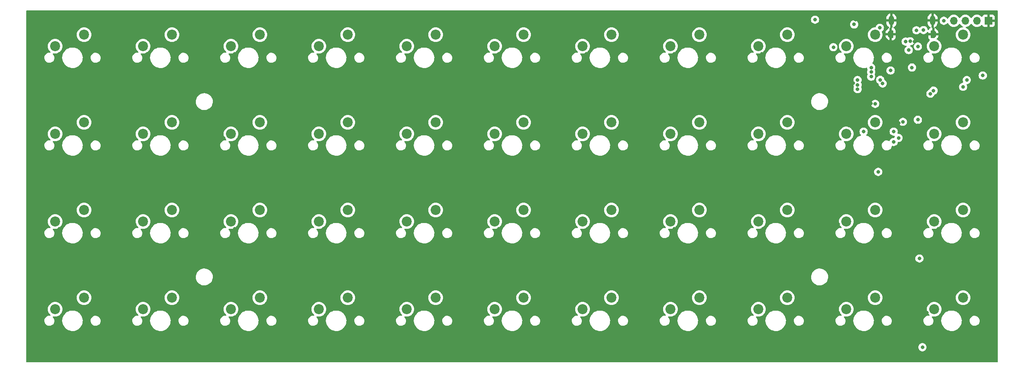
<source format=gbr>
%TF.GenerationSoftware,KiCad,Pcbnew,7.0.8*%
%TF.CreationDate,2023-10-13T02:07:57+02:00*%
%TF.ProjectId,keyboard_steamdeck,6b657962-6f61-4726-945f-737465616d64,V 1.0*%
%TF.SameCoordinates,Original*%
%TF.FileFunction,Copper,L2,Inr*%
%TF.FilePolarity,Positive*%
%FSLAX46Y46*%
G04 Gerber Fmt 4.6, Leading zero omitted, Abs format (unit mm)*
G04 Created by KiCad (PCBNEW 7.0.8) date 2023-10-13 02:07:57*
%MOMM*%
%LPD*%
G01*
G04 APERTURE LIST*
G04 Aperture macros list*
%AMFreePoly0*
4,1,17,-0.600000,0.455000,-0.180000,0.875000,0.300000,0.875000,0.368685,0.867031,0.469541,0.822499,0.547499,0.744541,0.592031,0.643685,0.600000,0.575000,0.600000,-0.575000,0.592031,-0.643685,0.547499,-0.744541,0.469541,-0.822499,0.368685,-0.867031,0.300000,-0.875000,-0.180000,-0.875000,-0.600000,-0.455000,-0.600000,0.455000,-0.600000,0.455000,$1*%
G04 Aperture macros list end*
%TA.AperFunction,ComponentPad*%
%ADD10C,2.200000*%
%TD*%
%TA.AperFunction,ComponentPad*%
%ADD11FreePoly0,180.000000*%
%TD*%
%TA.AperFunction,ComponentPad*%
%ADD12O,1.200000X2.150000*%
%TD*%
%TA.AperFunction,ComponentPad*%
%ADD13FreePoly0,0.000000*%
%TD*%
%TA.AperFunction,ComponentPad*%
%ADD14R,1.700000X1.700000*%
%TD*%
%TA.AperFunction,ComponentPad*%
%ADD15O,1.700000X1.700000*%
%TD*%
%TA.AperFunction,ViaPad*%
%ADD16C,0.800000*%
%TD*%
G04 APERTURE END LIST*
D10*
%TO.N,C4*%
%TO.C,B15*%
X141986000Y-132080000D03*
%TO.N,Net-(D27-A)*%
X135636000Y-134620000D03*
%TD*%
%TO.N,C9*%
%TO.C,B36*%
X238506000Y-151384000D03*
%TO.N,Net-(D38-A)*%
X232156000Y-153924000D03*
%TD*%
%TO.N,C1*%
%TO.C,B2*%
X84074000Y-93472000D03*
%TO.N,Net-(D11-A)*%
X77724000Y-96012000D03*
%TD*%
%TO.N,C10*%
%TO.C,B40*%
X257810000Y-151384000D03*
%TO.N,Net-(D40-A)*%
X251460000Y-153924000D03*
%TD*%
%TO.N,C9*%
%TO.C,B34*%
X238506000Y-112776000D03*
%TO.N,Net-(D4-A)*%
X232156000Y-115316000D03*
%TD*%
%TO.N,C2*%
%TO.C,B9*%
X103378000Y-132080000D03*
%TO.N,Net-(D23-A)*%
X97028000Y-134620000D03*
%TD*%
%TO.N,C2*%
%TO.C,B8*%
X103378000Y-112776000D03*
%TO.N,Net-(D7-A)*%
X97028000Y-115316000D03*
%TD*%
%TO.N,C5*%
%TO.C,B18*%
X161290000Y-112776000D03*
%TO.N,Net-(D10-A)*%
X154940000Y-115316000D03*
%TD*%
%TO.N,C7*%
%TO.C,B25*%
X199898000Y-93472000D03*
%TO.N,Net-(D17-A)*%
X193548000Y-96012000D03*
%TD*%
%TO.N,C10*%
%TO.C,B39*%
X257810000Y-132080000D03*
%TO.N,Net-(D39-A)*%
X251460000Y-134620000D03*
%TD*%
%TO.N,C8*%
%TO.C,B29*%
X219202000Y-93472000D03*
%TO.N,Net-(D18-A)*%
X212852000Y-96012000D03*
%TD*%
%TO.N,C4*%
%TO.C,B5*%
X141986000Y-93472000D03*
%TO.N,Net-(D14-A)*%
X135636000Y-96012000D03*
%TD*%
%TO.N,C3*%
%TO.C,B13*%
X122682000Y-151384000D03*
%TO.N,Net-(D26-A)*%
X116332000Y-153924000D03*
%TD*%
%TO.N,C7*%
%TO.C,B27*%
X199898000Y-132080000D03*
%TO.N,Net-(D33-A)*%
X193548000Y-134620000D03*
%TD*%
%TO.N,C11*%
%TO.C,B41*%
X277114000Y-93472000D03*
%TO.N,Net-(D41-A)*%
X270764000Y-96012000D03*
%TD*%
%TO.N,C7*%
%TO.C,B26*%
X199898000Y-112776000D03*
%TO.N,Net-(D2-A)*%
X193548000Y-115316000D03*
%TD*%
%TO.N,C9*%
%TO.C,B35*%
X238506000Y-132080000D03*
%TO.N,Net-(D37-A)*%
X232156000Y-134620000D03*
%TD*%
%TO.N,C8*%
%TO.C,B30*%
X219202000Y-112776000D03*
%TO.N,Net-(D3-A)*%
X212852000Y-115316000D03*
%TD*%
%TO.N,C9*%
%TO.C,B33*%
X238506000Y-93472000D03*
%TO.N,Net-(D19-A)*%
X232156000Y-96012000D03*
%TD*%
%TO.N,C6*%
%TO.C,B23*%
X180594000Y-132080000D03*
%TO.N,Net-(D31-A)*%
X174244000Y-134620000D03*
%TD*%
%TO.N,C2*%
%TO.C,B3*%
X103378000Y-93472000D03*
%TO.N,Net-(D12-A)*%
X97028000Y-96012000D03*
%TD*%
%TO.N,C3*%
%TO.C,B12*%
X122682000Y-132080000D03*
%TO.N,Net-(D25-A)*%
X116332000Y-134620000D03*
%TD*%
%TO.N,C2*%
%TO.C,B10*%
X103378000Y-151384000D03*
%TO.N,Net-(D24-A)*%
X97028000Y-153924000D03*
%TD*%
%TO.N,C5*%
%TO.C,B17*%
X161290000Y-93472000D03*
%TO.N,Net-(D15-A)*%
X154940000Y-96012000D03*
%TD*%
%TO.N,C11*%
%TO.C,B44*%
X277114000Y-151384000D03*
%TO.N,Net-(D44-A)*%
X270764000Y-153924000D03*
%TD*%
%TO.N,C4*%
%TO.C,B16*%
X141986000Y-151384000D03*
%TO.N,Net-(D28-A)*%
X135636000Y-153924000D03*
%TD*%
%TO.N,C1*%
%TO.C,B7*%
X84074000Y-151384000D03*
%TO.N,Net-(D22-A)*%
X77724000Y-153924000D03*
%TD*%
%TO.N,C7*%
%TO.C,B28*%
X199898000Y-151384000D03*
%TO.N,Net-(D34-A)*%
X193548000Y-153924000D03*
%TD*%
%TO.N,C6*%
%TO.C,B21*%
X180594000Y-93472000D03*
%TO.N,Net-(D16-A)*%
X174244000Y-96012000D03*
%TD*%
%TO.N,C1*%
%TO.C,B6*%
X84074000Y-132080000D03*
%TO.N,Net-(D21-A)*%
X77724000Y-134620000D03*
%TD*%
%TO.N,C4*%
%TO.C,B14*%
X141986000Y-112776000D03*
%TO.N,Net-(D9-A)*%
X135636000Y-115316000D03*
%TD*%
%TO.N,C10*%
%TO.C,B38*%
X257810000Y-112776000D03*
%TO.N,Net-(D5-A)*%
X251460000Y-115316000D03*
%TD*%
%TO.N,C1*%
%TO.C,B1*%
X84074000Y-112776000D03*
%TO.N,Net-(D6-A)*%
X77724000Y-115316000D03*
%TD*%
%TO.N,C5*%
%TO.C,B20*%
X161290000Y-151384000D03*
%TO.N,Net-(D30-A)*%
X154940000Y-153924000D03*
%TD*%
%TO.N,C8*%
%TO.C,B32*%
X219202000Y-151384000D03*
%TO.N,Net-(D36-A)*%
X212852000Y-153924000D03*
%TD*%
%TO.N,C3*%
%TO.C,B11*%
X122682000Y-112776000D03*
%TO.N,Net-(D8-A)*%
X116332000Y-115316000D03*
%TD*%
%TO.N,C10*%
%TO.C,B37*%
X257810000Y-93472000D03*
%TO.N,Net-(D20-A)*%
X251460000Y-96012000D03*
%TD*%
%TO.N,C3*%
%TO.C,B4*%
X122682000Y-93472000D03*
%TO.N,Net-(D13-A)*%
X116332000Y-96012000D03*
%TD*%
%TO.N,C11*%
%TO.C,B43*%
X277114000Y-132080000D03*
%TO.N,Net-(D43-A)*%
X270764000Y-134620000D03*
%TD*%
%TO.N,C6*%
%TO.C,B22*%
X180594000Y-112776000D03*
%TO.N,Net-(D1-A)*%
X174244000Y-115316000D03*
%TD*%
%TO.N,C5*%
%TO.C,B19*%
X161290000Y-132080000D03*
%TO.N,Net-(D29-A)*%
X154940000Y-134620000D03*
%TD*%
%TO.N,C11*%
%TO.C,B42*%
X277114000Y-112776000D03*
%TO.N,Net-(D42-A)*%
X270764000Y-115316000D03*
%TD*%
%TO.N,C6*%
%TO.C,B24*%
X180594000Y-151384000D03*
%TO.N,Net-(D32-A)*%
X174244000Y-153924000D03*
%TD*%
%TO.N,C8*%
%TO.C,B31*%
X219202000Y-132080000D03*
%TO.N,Net-(D35-A)*%
X212852000Y-134620000D03*
%TD*%
D11*
%TO.N,GND*%
%TO.C,J3*%
X270560000Y-93343000D03*
D12*
X270410000Y-90343000D03*
D13*
X261220000Y-93343000D03*
D12*
X261370000Y-90343000D03*
%TD*%
D14*
%TO.N,GND*%
%TO.C,J2*%
X282702000Y-90424000D03*
D15*
%TO.N,SWDIO*%
X280162000Y-90424000D03*
%TO.N,SWCLK*%
X277622000Y-90424000D03*
%TO.N,+3.3V*%
X275082000Y-90424000D03*
%TD*%
D16*
%TO.N,C10*%
X257810000Y-108708000D03*
%TO.N,C1*%
X256940000Y-100708000D03*
X253940000Y-103458000D03*
%TO.N,C2*%
X253940000Y-104508497D03*
X256940000Y-101708000D03*
%TO.N,C3*%
X256940000Y-102708000D03*
X253940000Y-105458000D03*
%TO.N,C11*%
X277114000Y-104958000D03*
%TO.N,+3.3V*%
X272890000Y-90408000D03*
X262940000Y-116208000D03*
X267190000Y-112208000D03*
X263896114Y-112664114D03*
X261190353Y-101357500D03*
%TO.N,L1*%
X258913311Y-103417966D03*
X265889374Y-100708000D03*
%TO.N,L2*%
X259440000Y-104208000D03*
X258484500Y-123678000D03*
%TO.N,L3*%
X269940000Y-106458000D03*
X267537000Y-142748000D03*
%TO.N,L4*%
X270611400Y-105786600D03*
X268190000Y-162286000D03*
%TO.N,GND*%
X121190000Y-141708000D03*
X98190000Y-103708000D03*
X156690000Y-124708000D03*
X233690000Y-143708000D03*
X186690000Y-107708000D03*
X186690000Y-109708000D03*
X250698000Y-93218000D03*
X217690000Y-143708000D03*
X237190000Y-163208000D03*
X272090000Y-97508000D03*
X229690000Y-109708000D03*
X269186718Y-135692322D03*
X249690000Y-100008000D03*
X121190000Y-143708000D03*
X179190000Y-141708000D03*
X101690000Y-107708000D03*
X123690000Y-101708000D03*
X137190000Y-122708000D03*
X133690000Y-154708000D03*
X121190000Y-153708000D03*
X133690000Y-135208000D03*
X104190000Y-103708000D03*
X194690000Y-155708000D03*
X123690000Y-161208000D03*
X231190000Y-158208000D03*
X179190000Y-153708000D03*
X195190000Y-161208000D03*
X76690000Y-119708000D03*
X239690000Y-122708000D03*
X252890000Y-124608000D03*
X229690000Y-150208000D03*
X117190000Y-97708000D03*
X121190000Y-161208000D03*
X117190000Y-155708000D03*
X192190000Y-143708000D03*
X249490000Y-114908000D03*
X256690000Y-143708000D03*
X220190000Y-95208000D03*
X115290000Y-119408000D03*
X249690000Y-97108000D03*
X243390000Y-92608000D03*
X237190000Y-153708000D03*
X194690000Y-119708000D03*
X143190000Y-163208000D03*
X211690000Y-109708000D03*
X117690000Y-119708000D03*
X82690000Y-159208000D03*
X198690000Y-161208000D03*
X194690000Y-117208000D03*
X160440000Y-96208000D03*
X269190000Y-110708000D03*
X181690000Y-95208000D03*
X278190000Y-124708000D03*
X155940000Y-97708000D03*
X230690000Y-163208000D03*
X78690000Y-158208000D03*
X194690000Y-158208000D03*
X272190000Y-158208000D03*
X160190000Y-153708000D03*
X230190000Y-116208000D03*
X214190000Y-161208000D03*
X192190000Y-124708000D03*
X240690000Y-150708000D03*
X214690000Y-124708000D03*
X201690000Y-107708000D03*
X279690000Y-150708000D03*
X213890000Y-119908000D03*
X175690000Y-163208000D03*
X179190000Y-163208000D03*
X213690000Y-97708000D03*
X191690000Y-109708000D03*
X191190000Y-130708000D03*
X252440000Y-106958000D03*
X239790000Y-106958000D03*
X259190000Y-141708000D03*
X153690000Y-107708000D03*
X194690000Y-136208000D03*
X156590000Y-141708000D03*
X179190000Y-134208000D03*
X236540000Y-112208000D03*
X202190000Y-150708000D03*
X140690000Y-163208000D03*
X162690000Y-124708000D03*
X156090000Y-138708000D03*
X250190000Y-143708000D03*
X153690000Y-124708000D03*
X201190000Y-163208000D03*
X201690000Y-109708000D03*
X85190000Y-95208000D03*
X179190000Y-115208000D03*
X124690000Y-131208000D03*
X237440000Y-101708000D03*
X267190000Y-113408000D03*
X259190000Y-161208000D03*
X237190000Y-159208000D03*
X82690000Y-163208000D03*
X173190000Y-138708000D03*
X233190000Y-155708000D03*
X154190000Y-158208000D03*
X198690000Y-153708000D03*
X156690000Y-161208000D03*
X276190000Y-143708000D03*
X195190000Y-141708000D03*
X104190000Y-95208000D03*
X79190000Y-122708000D03*
X153590000Y-143708000D03*
X78690000Y-138708000D03*
X234690000Y-107708000D03*
X198690000Y-134208000D03*
X260390000Y-113758000D03*
X118190000Y-124708000D03*
X98690000Y-161208000D03*
X137190000Y-103708000D03*
X121690000Y-122708000D03*
X162690000Y-122708000D03*
X162590000Y-141708000D03*
X114190000Y-154708000D03*
X252790000Y-97608000D03*
X194940000Y-103708000D03*
X198690000Y-159208000D03*
X221190000Y-131208000D03*
X213690000Y-158208000D03*
X237190000Y-122708000D03*
X172690000Y-124708000D03*
X83190000Y-101708000D03*
X250690000Y-158208000D03*
X239690000Y-161208000D03*
X176690000Y-107708000D03*
X239690000Y-163208000D03*
X171690000Y-107708000D03*
X153690000Y-163208000D03*
X114690000Y-107708000D03*
X195190000Y-124708000D03*
X266890000Y-116308000D03*
X211190000Y-143708000D03*
X152690000Y-150208000D03*
X181690000Y-107708000D03*
X195190000Y-122708000D03*
X237690000Y-107508000D03*
X233690000Y-163208000D03*
X201190000Y-122708000D03*
X234690000Y-112208000D03*
X123690000Y-95208000D03*
X85190000Y-122708000D03*
X133690000Y-96708000D03*
X102190000Y-159208000D03*
X143690000Y-107708000D03*
X113690000Y-130708000D03*
X179190000Y-124708000D03*
X134190000Y-163208000D03*
X275690000Y-104108000D03*
X153190000Y-116208000D03*
X239440000Y-110158000D03*
X269190000Y-150208000D03*
X211790000Y-119408000D03*
X263440000Y-104708000D03*
X243390000Y-89308000D03*
X221690000Y-112208000D03*
X260190000Y-150708000D03*
X231190000Y-119708000D03*
X233690000Y-161208000D03*
X105690000Y-131208000D03*
X261890000Y-98908000D03*
X124190000Y-124708000D03*
X191190000Y-150208000D03*
X237440000Y-115558000D03*
X102190000Y-163208000D03*
X182690000Y-131208000D03*
X114690000Y-116208000D03*
X96190000Y-119708000D03*
X271990000Y-120108000D03*
X253190000Y-141708000D03*
X191690000Y-107708000D03*
X198690000Y-120708000D03*
X247490000Y-106908000D03*
X252490000Y-119808000D03*
X256690000Y-139708000D03*
X239440000Y-101708000D03*
X156090000Y-136208000D03*
X250557712Y-105075712D03*
X271690000Y-155708000D03*
X220190000Y-161208000D03*
X104690000Y-163208000D03*
X156590000Y-143708000D03*
X133190000Y-111708000D03*
X198690000Y-143708000D03*
X282490000Y-92208000D03*
X269690000Y-143708000D03*
X220190000Y-163208000D03*
X86690000Y-107708000D03*
X82690000Y-134208000D03*
X98190000Y-101708000D03*
X239690000Y-143708000D03*
X251990000Y-113408000D03*
X156190000Y-158208000D03*
X86190000Y-150708000D03*
X172190000Y-116208000D03*
X214290000Y-122608000D03*
X143190000Y-95208000D03*
X278640000Y-101708000D03*
X102190000Y-161208000D03*
X181690000Y-141708000D03*
X252690000Y-155708000D03*
X115190000Y-158208000D03*
X268090000Y-107808000D03*
X125690000Y-107708000D03*
X78690000Y-136208000D03*
X229690000Y-107708000D03*
X256690000Y-96208000D03*
X270090000Y-100208000D03*
X232940000Y-97708000D03*
X121190000Y-139708000D03*
X140690000Y-141708000D03*
X266446000Y-94996000D03*
X195190000Y-163208000D03*
X125190000Y-112208000D03*
X233190000Y-158208000D03*
X102190000Y-124708000D03*
X143190000Y-143708000D03*
X117690000Y-163208000D03*
X137190000Y-163208000D03*
X237190000Y-124708000D03*
X233690000Y-122708000D03*
X247590000Y-101608000D03*
X79190000Y-124708000D03*
X206690000Y-112708000D03*
X175190000Y-117208000D03*
X272990000Y-101308000D03*
X210690000Y-135208000D03*
X275690000Y-124708000D03*
X98190000Y-158208000D03*
X121690000Y-96208000D03*
X96190000Y-158208000D03*
X133190000Y-150208000D03*
X256690000Y-163208000D03*
X136690000Y-138708000D03*
X95690000Y-143708000D03*
X104690000Y-143708000D03*
X256790000Y-104208000D03*
X123690000Y-143708000D03*
X162590000Y-143708000D03*
X267890000Y-98408000D03*
X114690000Y-163208000D03*
X104690000Y-161208000D03*
X95190000Y-116208000D03*
X211690000Y-112708000D03*
X115190000Y-100208000D03*
X175190000Y-136208000D03*
X98190000Y-117208000D03*
X230190000Y-154708000D03*
X269690000Y-158208000D03*
X124690000Y-150708000D03*
X133690000Y-107708000D03*
X104690000Y-122708000D03*
X134690000Y-100208000D03*
X143190000Y-124708000D03*
X137190000Y-161208000D03*
X237440000Y-109808000D03*
X191190000Y-111708000D03*
X104690000Y-124708000D03*
X278190000Y-122708000D03*
X252690000Y-158208000D03*
X172190000Y-96708000D03*
X105690000Y-150708000D03*
X249690000Y-101708000D03*
X221190000Y-150708000D03*
X79190000Y-161208000D03*
X214190000Y-141708000D03*
X160440000Y-103708000D03*
X230690000Y-143708000D03*
X213690000Y-138708000D03*
X123690000Y-141708000D03*
X201190000Y-143708000D03*
X75690000Y-116208000D03*
X143190000Y-122708000D03*
X275690000Y-120708000D03*
X156440000Y-101708000D03*
X175690000Y-122708000D03*
X224690000Y-112208000D03*
X252690000Y-136208000D03*
X229690000Y-112208000D03*
X137190000Y-124708000D03*
X249690000Y-116408000D03*
X269190000Y-154708000D03*
X118190000Y-122708000D03*
X218190000Y-122708000D03*
X114690000Y-143708000D03*
X137190000Y-141708000D03*
X76190000Y-124708000D03*
X98690000Y-122708000D03*
X243595516Y-110850984D03*
X265440000Y-106708000D03*
X233440000Y-103708000D03*
X152940000Y-96708000D03*
X201190000Y-161208000D03*
X98190000Y-155708000D03*
X121190000Y-163208000D03*
X136690000Y-119708000D03*
X76190000Y-163208000D03*
X117190000Y-158208000D03*
X181690000Y-103708000D03*
X230190000Y-135208000D03*
X217690000Y-141708000D03*
X243390000Y-95908000D03*
X210690000Y-96708000D03*
X256690000Y-120208000D03*
X233690000Y-124708000D03*
X229690000Y-130708000D03*
X224690000Y-109708000D03*
X175690000Y-141708000D03*
X275690000Y-122708000D03*
X217690000Y-161208000D03*
X121690000Y-103708000D03*
X143190000Y-103708000D03*
X166690000Y-109708000D03*
X79190000Y-163208000D03*
X175690000Y-101708000D03*
X247690000Y-104658000D03*
X136690000Y-155708000D03*
X268190000Y-109208000D03*
X237190000Y-141708000D03*
X191690000Y-154708000D03*
X279190000Y-112208000D03*
X143190000Y-101708000D03*
X124190000Y-122708000D03*
X140690000Y-161208000D03*
X269690000Y-119708000D03*
X172690000Y-163208000D03*
X96190000Y-138708000D03*
X259190000Y-122608000D03*
X155990000Y-117208000D03*
X259190000Y-163208000D03*
X279690000Y-131208000D03*
X196690000Y-107708000D03*
X213690000Y-155708000D03*
X85190000Y-143708000D03*
X121190000Y-134208000D03*
X249690000Y-154708000D03*
X210190000Y-130708000D03*
X249690000Y-103708000D03*
X172190000Y-154708000D03*
X76690000Y-158208000D03*
X102190000Y-122708000D03*
X260190000Y-131208000D03*
X82690000Y-161208000D03*
X198690000Y-139708000D03*
X250390000Y-119408000D03*
X229940000Y-96708000D03*
X271990000Y-106008000D03*
X275690000Y-115208000D03*
X256690000Y-153708000D03*
X104690000Y-141708000D03*
X141190000Y-101708000D03*
X260940000Y-111208000D03*
X102190000Y-120708000D03*
X254590000Y-101208000D03*
X179690000Y-101708000D03*
X160190000Y-159208000D03*
X220190000Y-143708000D03*
X120690000Y-107708000D03*
X160090000Y-134208000D03*
X160090000Y-141708000D03*
X140690000Y-122708000D03*
X85190000Y-124708000D03*
X259670000Y-102208000D03*
X182690000Y-112208000D03*
X94690000Y-96708000D03*
X250590000Y-124608000D03*
X94690000Y-150208000D03*
X175190000Y-158208000D03*
X211690000Y-158208000D03*
X181690000Y-101708000D03*
X256690000Y-141708000D03*
X102190000Y-103708000D03*
X263440000Y-106708000D03*
X273690000Y-89258000D03*
X175190000Y-97708000D03*
X137190000Y-101708000D03*
X123690000Y-163208000D03*
X179190000Y-122708000D03*
X256790000Y-122608000D03*
X269690000Y-138708000D03*
X263144000Y-122428000D03*
X175190000Y-138708000D03*
X86190000Y-131208000D03*
X211690000Y-100208000D03*
X143190000Y-141708000D03*
X201190000Y-124708000D03*
X162440000Y-101708000D03*
X256790000Y-124708000D03*
X259190000Y-124708000D03*
X175690000Y-161208000D03*
X198690000Y-141708000D03*
X182690000Y-150708000D03*
X271690000Y-136208000D03*
X250698000Y-91608000D03*
X140690000Y-115208000D03*
X156440000Y-103708000D03*
X214190000Y-103708000D03*
X267940000Y-104458000D03*
X175190000Y-155708000D03*
X266390000Y-99408000D03*
X78690000Y-97708000D03*
X163590000Y-131208000D03*
X140690000Y-139708000D03*
X261940000Y-109458000D03*
X138690000Y-107708000D03*
X117690000Y-141708000D03*
X76690000Y-100208000D03*
X179190000Y-143708000D03*
X253492000Y-90170000D03*
X117690000Y-103708000D03*
X181690000Y-124708000D03*
X95190000Y-154708000D03*
X192690000Y-119708000D03*
X175690000Y-124708000D03*
X153090000Y-135208000D03*
X220190000Y-103708000D03*
X202190000Y-112208000D03*
X179690000Y-103708000D03*
X198940000Y-101708000D03*
X179190000Y-139708000D03*
X144190000Y-112208000D03*
X82690000Y-115208000D03*
X82690000Y-124708000D03*
X95690000Y-100208000D03*
X256690000Y-159208000D03*
X198690000Y-124708000D03*
X237190000Y-120708000D03*
X211190000Y-163208000D03*
X218190000Y-115208000D03*
X166690000Y-107708000D03*
X279690000Y-97008000D03*
X211190000Y-116208000D03*
X218190000Y-101708000D03*
X224690000Y-107708000D03*
X141190000Y-103708000D03*
X82690000Y-120708000D03*
X252690000Y-138708000D03*
X253890000Y-111558000D03*
X173190000Y-119708000D03*
X279690000Y-100108000D03*
X252990000Y-104158000D03*
X79190000Y-143708000D03*
X113690000Y-150208000D03*
X136690000Y-97708000D03*
X276190000Y-153708000D03*
X276090000Y-101408000D03*
X163690000Y-150708000D03*
X211690000Y-138708000D03*
X140690000Y-120708000D03*
X82690000Y-139708000D03*
X163690000Y-112208000D03*
X154190000Y-119708000D03*
X85190000Y-161208000D03*
X171690000Y-111708000D03*
X134190000Y-143708000D03*
X181690000Y-163208000D03*
X173190000Y-158208000D03*
X260390000Y-109008000D03*
X233190000Y-119708000D03*
X115190000Y-124708000D03*
X192690000Y-158208000D03*
X82690000Y-141708000D03*
X256290000Y-114008000D03*
X217690000Y-159208000D03*
X253190000Y-122208000D03*
X94690000Y-130708000D03*
X252490000Y-117008000D03*
X154090000Y-138708000D03*
X156190000Y-155708000D03*
X278390000Y-104708000D03*
X136690000Y-158208000D03*
X258890000Y-98908000D03*
X83190000Y-103708000D03*
X264440000Y-105708000D03*
X98690000Y-141708000D03*
X152690000Y-111708000D03*
X121690000Y-101708000D03*
X280190000Y-92308000D03*
X237190000Y-134208000D03*
X249690000Y-135208000D03*
X95690000Y-107708000D03*
X181690000Y-122708000D03*
X179690000Y-96208000D03*
X115190000Y-138708000D03*
X237440000Y-96208000D03*
X140690000Y-159208000D03*
X278690000Y-141708000D03*
X156690000Y-163208000D03*
X172190000Y-135208000D03*
X192440000Y-100208000D03*
X217690000Y-107708000D03*
X211690000Y-107708000D03*
X143190000Y-161208000D03*
X240340000Y-113908000D03*
X196690000Y-109708000D03*
X246690000Y-98808000D03*
X265090000Y-113708000D03*
X256790000Y-111008000D03*
X79190000Y-141708000D03*
X141190000Y-96208000D03*
X268990000Y-116208000D03*
X268990000Y-114408000D03*
X78690000Y-155708000D03*
X156190000Y-119708000D03*
X275990000Y-95808000D03*
X272190000Y-122708000D03*
X160440000Y-101708000D03*
X179190000Y-120708000D03*
X75190000Y-130708000D03*
X114190000Y-135208000D03*
X211690000Y-124708000D03*
X102190000Y-101708000D03*
X210690000Y-154708000D03*
X218190000Y-124708000D03*
X255890000Y-92408000D03*
X271890000Y-116908000D03*
X134690000Y-119708000D03*
X173190000Y-100208000D03*
X194440000Y-97708000D03*
X102190000Y-134208000D03*
X218190000Y-96208000D03*
X250190000Y-163208000D03*
X213890000Y-117108000D03*
X220190000Y-141708000D03*
X79190000Y-101708000D03*
X233190000Y-117208000D03*
X272190000Y-124708000D03*
X206690000Y-109708000D03*
X160190000Y-163208000D03*
X200940000Y-103708000D03*
X75690000Y-135208000D03*
X134190000Y-124708000D03*
X259190000Y-115858000D03*
X75190000Y-111708000D03*
X237190000Y-143708000D03*
X117190000Y-136208000D03*
X160090000Y-139708000D03*
X95190000Y-135208000D03*
X256690000Y-134208000D03*
X106690000Y-107708000D03*
X276190000Y-134208000D03*
X260740000Y-116208000D03*
X276190000Y-141708000D03*
X230690000Y-124708000D03*
X75690000Y-154708000D03*
X82690000Y-122708000D03*
X275990000Y-106008000D03*
X195190000Y-143708000D03*
X156690000Y-122708000D03*
X192190000Y-163208000D03*
X134690000Y-158208000D03*
X201190000Y-141708000D03*
X75690000Y-96708000D03*
X179190000Y-159208000D03*
X102190000Y-143708000D03*
X160190000Y-124708000D03*
X162440000Y-95208000D03*
X220190000Y-101708000D03*
X85190000Y-141708000D03*
X160190000Y-122708000D03*
X83190000Y-96208000D03*
X171690000Y-109708000D03*
X269190000Y-124708000D03*
X279240000Y-103408000D03*
X237190000Y-139708000D03*
X171690000Y-150208000D03*
X217690000Y-109708000D03*
X253190000Y-143708000D03*
X198690000Y-122708000D03*
X247408000Y-93660000D03*
X102190000Y-96208000D03*
X117690000Y-101708000D03*
X181690000Y-161208000D03*
X98190000Y-136208000D03*
X136690000Y-117208000D03*
X239690000Y-141708000D03*
X117690000Y-161208000D03*
X134690000Y-138708000D03*
X160190000Y-115208000D03*
X95690000Y-163208000D03*
X278690000Y-143708000D03*
X217690000Y-139708000D03*
X175690000Y-103708000D03*
X78690000Y-117208000D03*
X98690000Y-124708000D03*
X210190000Y-150208000D03*
X258690000Y-110308000D03*
X234690000Y-109708000D03*
X144190000Y-150708000D03*
X121690000Y-115208000D03*
X263144000Y-117856000D03*
X198690000Y-115208000D03*
X192690000Y-138708000D03*
X159690000Y-107708000D03*
X217690000Y-163208000D03*
X94690000Y-111708000D03*
X162690000Y-161208000D03*
X214190000Y-143708000D03*
X172690000Y-143708000D03*
X247590000Y-97108000D03*
X239440000Y-95208000D03*
X200940000Y-101708000D03*
X140690000Y-143708000D03*
X256690000Y-161208000D03*
X104190000Y-101708000D03*
X262940000Y-112958000D03*
X218190000Y-103708000D03*
X176690000Y-109708000D03*
X181690000Y-143708000D03*
X269190000Y-130708000D03*
X98190000Y-138708000D03*
X259190000Y-143708000D03*
X137190000Y-143708000D03*
X114190000Y-96708000D03*
X280540000Y-101608000D03*
X117390000Y-117108000D03*
X233440000Y-101708000D03*
X86190000Y-112208000D03*
X82690000Y-143708000D03*
X140690000Y-134208000D03*
X140690000Y-153708000D03*
X265440000Y-104708000D03*
X140690000Y-124708000D03*
X160190000Y-120708000D03*
X191690000Y-116208000D03*
X233190000Y-138708000D03*
X162440000Y-103708000D03*
X220690000Y-122708000D03*
X214190000Y-101708000D03*
X102190000Y-115208000D03*
X76190000Y-143708000D03*
X239440000Y-103708000D03*
X250190000Y-160528000D03*
X191440000Y-96708000D03*
X264240000Y-116258000D03*
X133190000Y-130708000D03*
X240690000Y-131208000D03*
X248590000Y-110856500D03*
X98690000Y-163208000D03*
X75190000Y-150208000D03*
X249190000Y-150208000D03*
X175690000Y-143708000D03*
X218190000Y-120708000D03*
X85190000Y-101708000D03*
X272690000Y-141708000D03*
X162690000Y-163208000D03*
X97990000Y-97708000D03*
X148690000Y-107708000D03*
X278690000Y-163208000D03*
X214190000Y-163208000D03*
X233190000Y-136208000D03*
X231190000Y-138708000D03*
X269690000Y-163208000D03*
X153190000Y-154708000D03*
X85190000Y-163208000D03*
X263790000Y-99708000D03*
X272690000Y-143708000D03*
X121690000Y-124708000D03*
X249190000Y-130708000D03*
X117690000Y-143708000D03*
X250690000Y-138708000D03*
X206690000Y-107708000D03*
X136690000Y-136208000D03*
X98190000Y-119708000D03*
X160190000Y-161208000D03*
X76690000Y-138708000D03*
X153940000Y-100208000D03*
X282340000Y-101608000D03*
X217690000Y-153708000D03*
X233690000Y-141708000D03*
X102190000Y-139708000D03*
X133690000Y-116208000D03*
X98690000Y-143708000D03*
X95690000Y-124708000D03*
X198940000Y-103708000D03*
X253190000Y-163208000D03*
X78690000Y-119708000D03*
X258990000Y-95208000D03*
X191690000Y-135208000D03*
X255390000Y-110008000D03*
X272190000Y-138708000D03*
X217190000Y-112708000D03*
X256866057Y-108605398D03*
X79190000Y-103708000D03*
X217690000Y-134208000D03*
X160090000Y-143708000D03*
X121190000Y-159208000D03*
X105190000Y-111708000D03*
X202190000Y-131208000D03*
X82690000Y-153708000D03*
X237190000Y-161208000D03*
X239690000Y-124708000D03*
X237440000Y-103708000D03*
X152590000Y-130708000D03*
X213690000Y-136208000D03*
X260190000Y-111708000D03*
X200940000Y-95208000D03*
X121690000Y-120708000D03*
X194940000Y-101708000D03*
X243740000Y-106908000D03*
X181690000Y-109708000D03*
X243390000Y-98808000D03*
X198690000Y-163208000D03*
X123690000Y-103708000D03*
X117190000Y-138708000D03*
X102190000Y-153708000D03*
X273640000Y-91608000D03*
X198940000Y-96208000D03*
X276190000Y-139708000D03*
X220690000Y-124708000D03*
X230940000Y-100208000D03*
X276340000Y-91608000D03*
X179190000Y-161208000D03*
X114190000Y-111708000D03*
X85190000Y-103708000D03*
X144190000Y-131208000D03*
X175190000Y-119708000D03*
X194690000Y-138708000D03*
X253190000Y-161208000D03*
X102190000Y-141708000D03*
X171690000Y-130708000D03*
%TO.N,D-*%
X266881372Y-92501872D03*
X265497038Y-94921319D03*
%TO.N,D+*%
X267190000Y-96070397D03*
X264508467Y-94991357D03*
%TO.N,VBUS*%
X258826000Y-91948000D03*
X265167849Y-96869897D03*
X253190000Y-91208000D03*
X268436690Y-92456000D03*
%TO.N,SWDIO*%
X281440000Y-102458000D03*
%TO.N,SWCLK*%
X277940000Y-103458000D03*
%TO.N,3V3N*%
X261874000Y-114808000D03*
X248642681Y-96226385D03*
X255270000Y-114808000D03*
X261874000Y-117094000D03*
X244602000Y-90170000D03*
%TD*%
%TA.AperFunction,Conductor*%
%TO.N,GND*%
G36*
X284676539Y-88158185D02*
G01*
X284722294Y-88210989D01*
X284733500Y-88262500D01*
X284733500Y-165483500D01*
X284713815Y-165550539D01*
X284661011Y-165596294D01*
X284609500Y-165607500D01*
X71498500Y-165607500D01*
X71431461Y-165587815D01*
X71385706Y-165535011D01*
X71374500Y-165483500D01*
X71374500Y-162286000D01*
X267284540Y-162286000D01*
X267304326Y-162474256D01*
X267304327Y-162474259D01*
X267362818Y-162654277D01*
X267362821Y-162654284D01*
X267457467Y-162818216D01*
X267584129Y-162958888D01*
X267737265Y-163070148D01*
X267737270Y-163070151D01*
X267910192Y-163147142D01*
X267910197Y-163147144D01*
X268095354Y-163186500D01*
X268095355Y-163186500D01*
X268284644Y-163186500D01*
X268284646Y-163186500D01*
X268469803Y-163147144D01*
X268642730Y-163070151D01*
X268795871Y-162958888D01*
X268922533Y-162818216D01*
X269017179Y-162654284D01*
X269075674Y-162474256D01*
X269095460Y-162286000D01*
X269075674Y-162097744D01*
X269017179Y-161917716D01*
X268922533Y-161753784D01*
X268795871Y-161613112D01*
X268795870Y-161613111D01*
X268642734Y-161501851D01*
X268642729Y-161501848D01*
X268469807Y-161424857D01*
X268469802Y-161424855D01*
X268324001Y-161393865D01*
X268284646Y-161385500D01*
X268095354Y-161385500D01*
X268062897Y-161392398D01*
X267910197Y-161424855D01*
X267910192Y-161424857D01*
X267737270Y-161501848D01*
X267737265Y-161501851D01*
X267584129Y-161613111D01*
X267457466Y-161753785D01*
X267362821Y-161917715D01*
X267362818Y-161917722D01*
X267304327Y-162097740D01*
X267304326Y-162097744D01*
X267284540Y-162286000D01*
X71374500Y-162286000D01*
X71374500Y-156411401D01*
X75349746Y-156411401D01*
X75359745Y-156621327D01*
X75409296Y-156825578D01*
X75409298Y-156825582D01*
X75496598Y-157016743D01*
X75496601Y-157016748D01*
X75496602Y-157016750D01*
X75496604Y-157016753D01*
X75618514Y-157187952D01*
X75618515Y-157187953D01*
X75618520Y-157187959D01*
X75770620Y-157332985D01*
X75865578Y-157394011D01*
X75947428Y-157446613D01*
X76142543Y-157524725D01*
X76245729Y-157544612D01*
X76348914Y-157564500D01*
X76348915Y-157564500D01*
X76506419Y-157564500D01*
X76506425Y-157564500D01*
X76663218Y-157549528D01*
X76864875Y-157490316D01*
X77051682Y-157394011D01*
X77216886Y-157264092D01*
X77354519Y-157105256D01*
X77459604Y-156923244D01*
X77528344Y-156724633D01*
X77554980Y-156539373D01*
X79279723Y-156539373D01*
X79309881Y-156839160D01*
X79309882Y-156839162D01*
X79379728Y-157132252D01*
X79379733Y-157132266D01*
X79488020Y-157413427D01*
X79488024Y-157413436D01*
X79632825Y-157677665D01*
X79632829Y-157677671D01*
X79811551Y-157920234D01*
X79811554Y-157920238D01*
X79811561Y-157920245D01*
X80021019Y-158136823D01*
X80257478Y-158323553D01*
X80257480Y-158323554D01*
X80257485Y-158323558D01*
X80516730Y-158477109D01*
X80794128Y-158594736D01*
X81084729Y-158674340D01*
X81383347Y-158714500D01*
X81383351Y-158714500D01*
X81609252Y-158714500D01*
X81773164Y-158703526D01*
X81834634Y-158699412D01*
X82129903Y-158639396D01*
X82414537Y-158540560D01*
X82683459Y-158404668D01*
X82931869Y-158234144D01*
X83155333Y-158032032D01*
X83349865Y-157801939D01*
X83511993Y-157547970D01*
X83638823Y-157274658D01*
X83728093Y-156986879D01*
X83778209Y-156689770D01*
X83787516Y-156411401D01*
X85509746Y-156411401D01*
X85519745Y-156621327D01*
X85569296Y-156825578D01*
X85569298Y-156825582D01*
X85656598Y-157016743D01*
X85656601Y-157016748D01*
X85656602Y-157016750D01*
X85656604Y-157016753D01*
X85778514Y-157187952D01*
X85778515Y-157187953D01*
X85778520Y-157187959D01*
X85930620Y-157332985D01*
X86025578Y-157394011D01*
X86107428Y-157446613D01*
X86302543Y-157524725D01*
X86405729Y-157544612D01*
X86508914Y-157564500D01*
X86508915Y-157564500D01*
X86666419Y-157564500D01*
X86666425Y-157564500D01*
X86823218Y-157549528D01*
X87024875Y-157490316D01*
X87211682Y-157394011D01*
X87376886Y-157264092D01*
X87514519Y-157105256D01*
X87619604Y-156923244D01*
X87688344Y-156724633D01*
X87718254Y-156516602D01*
X87713243Y-156411401D01*
X94653746Y-156411401D01*
X94663745Y-156621327D01*
X94713296Y-156825578D01*
X94713298Y-156825582D01*
X94800598Y-157016743D01*
X94800601Y-157016748D01*
X94800602Y-157016750D01*
X94800604Y-157016753D01*
X94922514Y-157187952D01*
X94922515Y-157187953D01*
X94922520Y-157187959D01*
X95074620Y-157332985D01*
X95169578Y-157394011D01*
X95251428Y-157446613D01*
X95446543Y-157524725D01*
X95549729Y-157544612D01*
X95652914Y-157564500D01*
X95652915Y-157564500D01*
X95810419Y-157564500D01*
X95810425Y-157564500D01*
X95967218Y-157549528D01*
X96168875Y-157490316D01*
X96355682Y-157394011D01*
X96520886Y-157264092D01*
X96658519Y-157105256D01*
X96763604Y-156923244D01*
X96832344Y-156724633D01*
X96858980Y-156539373D01*
X98583723Y-156539373D01*
X98613881Y-156839160D01*
X98613882Y-156839162D01*
X98683728Y-157132252D01*
X98683733Y-157132266D01*
X98792020Y-157413427D01*
X98792024Y-157413436D01*
X98936825Y-157677665D01*
X98936829Y-157677671D01*
X99115551Y-157920234D01*
X99115554Y-157920238D01*
X99115561Y-157920245D01*
X99325019Y-158136823D01*
X99561478Y-158323553D01*
X99561480Y-158323554D01*
X99561485Y-158323558D01*
X99820730Y-158477109D01*
X100098128Y-158594736D01*
X100388729Y-158674340D01*
X100687347Y-158714500D01*
X100687351Y-158714500D01*
X100913252Y-158714500D01*
X101077164Y-158703526D01*
X101138634Y-158699412D01*
X101433903Y-158639396D01*
X101718537Y-158540560D01*
X101987459Y-158404668D01*
X102235869Y-158234144D01*
X102459333Y-158032032D01*
X102653865Y-157801939D01*
X102815993Y-157547970D01*
X102942823Y-157274658D01*
X103032093Y-156986879D01*
X103082209Y-156689770D01*
X103091516Y-156411401D01*
X104813746Y-156411401D01*
X104823745Y-156621327D01*
X104873296Y-156825578D01*
X104873298Y-156825582D01*
X104960598Y-157016743D01*
X104960601Y-157016748D01*
X104960602Y-157016750D01*
X104960604Y-157016753D01*
X105082514Y-157187952D01*
X105082515Y-157187953D01*
X105082520Y-157187959D01*
X105234620Y-157332985D01*
X105329578Y-157394011D01*
X105411428Y-157446613D01*
X105606543Y-157524725D01*
X105709729Y-157544612D01*
X105812914Y-157564500D01*
X105812915Y-157564500D01*
X105970419Y-157564500D01*
X105970425Y-157564500D01*
X106127218Y-157549528D01*
X106328875Y-157490316D01*
X106515682Y-157394011D01*
X106680886Y-157264092D01*
X106818519Y-157105256D01*
X106923604Y-156923244D01*
X106992344Y-156724633D01*
X107022254Y-156516602D01*
X107017243Y-156411401D01*
X113957746Y-156411401D01*
X113967745Y-156621327D01*
X114017296Y-156825578D01*
X114017298Y-156825582D01*
X114104598Y-157016743D01*
X114104601Y-157016748D01*
X114104602Y-157016750D01*
X114104604Y-157016753D01*
X114226514Y-157187952D01*
X114226515Y-157187953D01*
X114226520Y-157187959D01*
X114378620Y-157332985D01*
X114473578Y-157394011D01*
X114555428Y-157446613D01*
X114750543Y-157524725D01*
X114853729Y-157544612D01*
X114956914Y-157564500D01*
X114956915Y-157564500D01*
X115114419Y-157564500D01*
X115114425Y-157564500D01*
X115271218Y-157549528D01*
X115472875Y-157490316D01*
X115659682Y-157394011D01*
X115824886Y-157264092D01*
X115962519Y-157105256D01*
X116067604Y-156923244D01*
X116136344Y-156724633D01*
X116162980Y-156539373D01*
X117887723Y-156539373D01*
X117917881Y-156839160D01*
X117917882Y-156839162D01*
X117987728Y-157132252D01*
X117987733Y-157132266D01*
X118096020Y-157413427D01*
X118096024Y-157413436D01*
X118240825Y-157677665D01*
X118240829Y-157677671D01*
X118419551Y-157920234D01*
X118419554Y-157920238D01*
X118419561Y-157920245D01*
X118629019Y-158136823D01*
X118865478Y-158323553D01*
X118865480Y-158323554D01*
X118865485Y-158323558D01*
X119124730Y-158477109D01*
X119402128Y-158594736D01*
X119692729Y-158674340D01*
X119991347Y-158714500D01*
X119991351Y-158714500D01*
X120217252Y-158714500D01*
X120381164Y-158703526D01*
X120442634Y-158699412D01*
X120737903Y-158639396D01*
X121022537Y-158540560D01*
X121291459Y-158404668D01*
X121539869Y-158234144D01*
X121763333Y-158032032D01*
X121957865Y-157801939D01*
X122119993Y-157547970D01*
X122246823Y-157274658D01*
X122336093Y-156986879D01*
X122386209Y-156689770D01*
X122395516Y-156411401D01*
X124117746Y-156411401D01*
X124127745Y-156621327D01*
X124177296Y-156825578D01*
X124177298Y-156825582D01*
X124264598Y-157016743D01*
X124264601Y-157016748D01*
X124264602Y-157016750D01*
X124264604Y-157016753D01*
X124386514Y-157187952D01*
X124386515Y-157187953D01*
X124386520Y-157187959D01*
X124538620Y-157332985D01*
X124633578Y-157394011D01*
X124715428Y-157446613D01*
X124910543Y-157524725D01*
X125013729Y-157544612D01*
X125116914Y-157564500D01*
X125116915Y-157564500D01*
X125274419Y-157564500D01*
X125274425Y-157564500D01*
X125431218Y-157549528D01*
X125632875Y-157490316D01*
X125819682Y-157394011D01*
X125984886Y-157264092D01*
X126122519Y-157105256D01*
X126227604Y-156923244D01*
X126296344Y-156724633D01*
X126326254Y-156516602D01*
X126321243Y-156411401D01*
X133261746Y-156411401D01*
X133271745Y-156621327D01*
X133321296Y-156825578D01*
X133321298Y-156825582D01*
X133408598Y-157016743D01*
X133408601Y-157016748D01*
X133408602Y-157016750D01*
X133408604Y-157016753D01*
X133530514Y-157187952D01*
X133530515Y-157187953D01*
X133530520Y-157187959D01*
X133682620Y-157332985D01*
X133777578Y-157394011D01*
X133859428Y-157446613D01*
X134054543Y-157524725D01*
X134157729Y-157544612D01*
X134260914Y-157564500D01*
X134260915Y-157564500D01*
X134418419Y-157564500D01*
X134418425Y-157564500D01*
X134575218Y-157549528D01*
X134776875Y-157490316D01*
X134963682Y-157394011D01*
X135128886Y-157264092D01*
X135266519Y-157105256D01*
X135371604Y-156923244D01*
X135440344Y-156724633D01*
X135466980Y-156539373D01*
X137191723Y-156539373D01*
X137221881Y-156839160D01*
X137221882Y-156839162D01*
X137291728Y-157132252D01*
X137291733Y-157132266D01*
X137400020Y-157413427D01*
X137400024Y-157413436D01*
X137544825Y-157677665D01*
X137544829Y-157677671D01*
X137723551Y-157920234D01*
X137723554Y-157920238D01*
X137723561Y-157920245D01*
X137933019Y-158136823D01*
X138169478Y-158323553D01*
X138169480Y-158323554D01*
X138169485Y-158323558D01*
X138428730Y-158477109D01*
X138706128Y-158594736D01*
X138996729Y-158674340D01*
X139295347Y-158714500D01*
X139295351Y-158714500D01*
X139521252Y-158714500D01*
X139685164Y-158703526D01*
X139746634Y-158699412D01*
X140041903Y-158639396D01*
X140326537Y-158540560D01*
X140595459Y-158404668D01*
X140843869Y-158234144D01*
X141067333Y-158032032D01*
X141261865Y-157801939D01*
X141423993Y-157547970D01*
X141550823Y-157274658D01*
X141640093Y-156986879D01*
X141690209Y-156689770D01*
X141699516Y-156411401D01*
X143421746Y-156411401D01*
X143431745Y-156621327D01*
X143481296Y-156825578D01*
X143481298Y-156825582D01*
X143568598Y-157016743D01*
X143568601Y-157016748D01*
X143568602Y-157016750D01*
X143568604Y-157016753D01*
X143690514Y-157187952D01*
X143690515Y-157187953D01*
X143690520Y-157187959D01*
X143842620Y-157332985D01*
X143937578Y-157394011D01*
X144019428Y-157446613D01*
X144214543Y-157524725D01*
X144317729Y-157544612D01*
X144420914Y-157564500D01*
X144420915Y-157564500D01*
X144578419Y-157564500D01*
X144578425Y-157564500D01*
X144735218Y-157549528D01*
X144936875Y-157490316D01*
X145123682Y-157394011D01*
X145288886Y-157264092D01*
X145426519Y-157105256D01*
X145531604Y-156923244D01*
X145600344Y-156724633D01*
X145630254Y-156516602D01*
X145625243Y-156411401D01*
X152565746Y-156411401D01*
X152575745Y-156621327D01*
X152625296Y-156825578D01*
X152625298Y-156825582D01*
X152712598Y-157016743D01*
X152712601Y-157016748D01*
X152712602Y-157016750D01*
X152712604Y-157016753D01*
X152834514Y-157187952D01*
X152834515Y-157187953D01*
X152834520Y-157187959D01*
X152986620Y-157332985D01*
X153081578Y-157394011D01*
X153163428Y-157446613D01*
X153358543Y-157524725D01*
X153461729Y-157544612D01*
X153564914Y-157564500D01*
X153564915Y-157564500D01*
X153722419Y-157564500D01*
X153722425Y-157564500D01*
X153879218Y-157549528D01*
X154080875Y-157490316D01*
X154267682Y-157394011D01*
X154432886Y-157264092D01*
X154570519Y-157105256D01*
X154675604Y-156923244D01*
X154744344Y-156724633D01*
X154770980Y-156539373D01*
X156495723Y-156539373D01*
X156525881Y-156839160D01*
X156525882Y-156839162D01*
X156595728Y-157132252D01*
X156595733Y-157132266D01*
X156704020Y-157413427D01*
X156704024Y-157413436D01*
X156848825Y-157677665D01*
X156848829Y-157677671D01*
X157027551Y-157920234D01*
X157027554Y-157920238D01*
X157027561Y-157920245D01*
X157237019Y-158136823D01*
X157473478Y-158323553D01*
X157473480Y-158323554D01*
X157473485Y-158323558D01*
X157732730Y-158477109D01*
X158010128Y-158594736D01*
X158300729Y-158674340D01*
X158599347Y-158714500D01*
X158599351Y-158714500D01*
X158825252Y-158714500D01*
X158989164Y-158703526D01*
X159050634Y-158699412D01*
X159345903Y-158639396D01*
X159630537Y-158540560D01*
X159899459Y-158404668D01*
X160147869Y-158234144D01*
X160371333Y-158032032D01*
X160565865Y-157801939D01*
X160727993Y-157547970D01*
X160854823Y-157274658D01*
X160944093Y-156986879D01*
X160994209Y-156689770D01*
X161003516Y-156411401D01*
X162725746Y-156411401D01*
X162735745Y-156621327D01*
X162785296Y-156825578D01*
X162785298Y-156825582D01*
X162872598Y-157016743D01*
X162872601Y-157016748D01*
X162872602Y-157016750D01*
X162872604Y-157016753D01*
X162994514Y-157187952D01*
X162994515Y-157187953D01*
X162994520Y-157187959D01*
X163146620Y-157332985D01*
X163241578Y-157394011D01*
X163323428Y-157446613D01*
X163518543Y-157524725D01*
X163621729Y-157544612D01*
X163724914Y-157564500D01*
X163724915Y-157564500D01*
X163882419Y-157564500D01*
X163882425Y-157564500D01*
X164039218Y-157549528D01*
X164240875Y-157490316D01*
X164427682Y-157394011D01*
X164592886Y-157264092D01*
X164730519Y-157105256D01*
X164835604Y-156923244D01*
X164904344Y-156724633D01*
X164934254Y-156516602D01*
X164929243Y-156411401D01*
X171869746Y-156411401D01*
X171879745Y-156621327D01*
X171929296Y-156825578D01*
X171929298Y-156825582D01*
X172016598Y-157016743D01*
X172016601Y-157016748D01*
X172016602Y-157016750D01*
X172016604Y-157016753D01*
X172138514Y-157187952D01*
X172138515Y-157187953D01*
X172138520Y-157187959D01*
X172290620Y-157332985D01*
X172385578Y-157394011D01*
X172467428Y-157446613D01*
X172662543Y-157524725D01*
X172765729Y-157544612D01*
X172868914Y-157564500D01*
X172868915Y-157564500D01*
X173026419Y-157564500D01*
X173026425Y-157564500D01*
X173183218Y-157549528D01*
X173384875Y-157490316D01*
X173571682Y-157394011D01*
X173736886Y-157264092D01*
X173874519Y-157105256D01*
X173979604Y-156923244D01*
X174048344Y-156724633D01*
X174074980Y-156539373D01*
X175799723Y-156539373D01*
X175829881Y-156839160D01*
X175829882Y-156839162D01*
X175899728Y-157132252D01*
X175899733Y-157132266D01*
X176008020Y-157413427D01*
X176008024Y-157413436D01*
X176152825Y-157677665D01*
X176152829Y-157677671D01*
X176331551Y-157920234D01*
X176331554Y-157920238D01*
X176331561Y-157920245D01*
X176541019Y-158136823D01*
X176777478Y-158323553D01*
X176777480Y-158323554D01*
X176777485Y-158323558D01*
X177036730Y-158477109D01*
X177314128Y-158594736D01*
X177604729Y-158674340D01*
X177903347Y-158714500D01*
X177903351Y-158714500D01*
X178129252Y-158714500D01*
X178293164Y-158703526D01*
X178354634Y-158699412D01*
X178649903Y-158639396D01*
X178934537Y-158540560D01*
X179203459Y-158404668D01*
X179451869Y-158234144D01*
X179675333Y-158032032D01*
X179869865Y-157801939D01*
X180031993Y-157547970D01*
X180158823Y-157274658D01*
X180248093Y-156986879D01*
X180298209Y-156689770D01*
X180307516Y-156411401D01*
X182029746Y-156411401D01*
X182039745Y-156621327D01*
X182089296Y-156825578D01*
X182089298Y-156825582D01*
X182176598Y-157016743D01*
X182176601Y-157016748D01*
X182176602Y-157016750D01*
X182176604Y-157016753D01*
X182298514Y-157187952D01*
X182298515Y-157187953D01*
X182298520Y-157187959D01*
X182450620Y-157332985D01*
X182545578Y-157394011D01*
X182627428Y-157446613D01*
X182822543Y-157524725D01*
X182925729Y-157544612D01*
X183028914Y-157564500D01*
X183028915Y-157564500D01*
X183186419Y-157564500D01*
X183186425Y-157564500D01*
X183343218Y-157549528D01*
X183544875Y-157490316D01*
X183731682Y-157394011D01*
X183896886Y-157264092D01*
X184034519Y-157105256D01*
X184139604Y-156923244D01*
X184208344Y-156724633D01*
X184238254Y-156516602D01*
X184233243Y-156411401D01*
X191173746Y-156411401D01*
X191183745Y-156621327D01*
X191233296Y-156825578D01*
X191233298Y-156825582D01*
X191320598Y-157016743D01*
X191320601Y-157016748D01*
X191320602Y-157016750D01*
X191320604Y-157016753D01*
X191442514Y-157187952D01*
X191442515Y-157187953D01*
X191442520Y-157187959D01*
X191594620Y-157332985D01*
X191689578Y-157394011D01*
X191771428Y-157446613D01*
X191966543Y-157524725D01*
X192069729Y-157544612D01*
X192172914Y-157564500D01*
X192172915Y-157564500D01*
X192330419Y-157564500D01*
X192330425Y-157564500D01*
X192487218Y-157549528D01*
X192688875Y-157490316D01*
X192875682Y-157394011D01*
X193040886Y-157264092D01*
X193178519Y-157105256D01*
X193283604Y-156923244D01*
X193352344Y-156724633D01*
X193378980Y-156539373D01*
X195103723Y-156539373D01*
X195133881Y-156839160D01*
X195133882Y-156839162D01*
X195203728Y-157132252D01*
X195203733Y-157132266D01*
X195312020Y-157413427D01*
X195312024Y-157413436D01*
X195456825Y-157677665D01*
X195456829Y-157677671D01*
X195635551Y-157920234D01*
X195635554Y-157920238D01*
X195635561Y-157920245D01*
X195845019Y-158136823D01*
X196081478Y-158323553D01*
X196081480Y-158323554D01*
X196081485Y-158323558D01*
X196340730Y-158477109D01*
X196618128Y-158594736D01*
X196908729Y-158674340D01*
X197207347Y-158714500D01*
X197207351Y-158714500D01*
X197433252Y-158714500D01*
X197597164Y-158703526D01*
X197658634Y-158699412D01*
X197953903Y-158639396D01*
X198238537Y-158540560D01*
X198507459Y-158404668D01*
X198755869Y-158234144D01*
X198979333Y-158032032D01*
X199173865Y-157801939D01*
X199335993Y-157547970D01*
X199462823Y-157274658D01*
X199552093Y-156986879D01*
X199602209Y-156689770D01*
X199611516Y-156411401D01*
X201333746Y-156411401D01*
X201343745Y-156621327D01*
X201393296Y-156825578D01*
X201393298Y-156825582D01*
X201480598Y-157016743D01*
X201480601Y-157016748D01*
X201480602Y-157016750D01*
X201480604Y-157016753D01*
X201602514Y-157187952D01*
X201602515Y-157187953D01*
X201602520Y-157187959D01*
X201754620Y-157332985D01*
X201849578Y-157394011D01*
X201931428Y-157446613D01*
X202126543Y-157524725D01*
X202229729Y-157544612D01*
X202332914Y-157564500D01*
X202332915Y-157564500D01*
X202490419Y-157564500D01*
X202490425Y-157564500D01*
X202647218Y-157549528D01*
X202848875Y-157490316D01*
X203035682Y-157394011D01*
X203200886Y-157264092D01*
X203338519Y-157105256D01*
X203443604Y-156923244D01*
X203512344Y-156724633D01*
X203542254Y-156516602D01*
X203537243Y-156411401D01*
X210477746Y-156411401D01*
X210487745Y-156621327D01*
X210537296Y-156825578D01*
X210537298Y-156825582D01*
X210624598Y-157016743D01*
X210624601Y-157016748D01*
X210624602Y-157016750D01*
X210624604Y-157016753D01*
X210746514Y-157187952D01*
X210746515Y-157187953D01*
X210746520Y-157187959D01*
X210898620Y-157332985D01*
X210993578Y-157394011D01*
X211075428Y-157446613D01*
X211270543Y-157524725D01*
X211373729Y-157544612D01*
X211476914Y-157564500D01*
X211476915Y-157564500D01*
X211634419Y-157564500D01*
X211634425Y-157564500D01*
X211791218Y-157549528D01*
X211992875Y-157490316D01*
X212179682Y-157394011D01*
X212344886Y-157264092D01*
X212482519Y-157105256D01*
X212587604Y-156923244D01*
X212656344Y-156724633D01*
X212682980Y-156539373D01*
X214407723Y-156539373D01*
X214437881Y-156839160D01*
X214437882Y-156839162D01*
X214507728Y-157132252D01*
X214507733Y-157132266D01*
X214616020Y-157413427D01*
X214616024Y-157413436D01*
X214760825Y-157677665D01*
X214760829Y-157677671D01*
X214939551Y-157920234D01*
X214939554Y-157920238D01*
X214939561Y-157920245D01*
X215149019Y-158136823D01*
X215385478Y-158323553D01*
X215385480Y-158323554D01*
X215385485Y-158323558D01*
X215644730Y-158477109D01*
X215922128Y-158594736D01*
X216212729Y-158674340D01*
X216511347Y-158714500D01*
X216511351Y-158714500D01*
X216737252Y-158714500D01*
X216901164Y-158703526D01*
X216962634Y-158699412D01*
X217257903Y-158639396D01*
X217542537Y-158540560D01*
X217811459Y-158404668D01*
X218059869Y-158234144D01*
X218283333Y-158032032D01*
X218477865Y-157801939D01*
X218639993Y-157547970D01*
X218766823Y-157274658D01*
X218856093Y-156986879D01*
X218906209Y-156689770D01*
X218915516Y-156411401D01*
X220637746Y-156411401D01*
X220647745Y-156621327D01*
X220697296Y-156825578D01*
X220697298Y-156825582D01*
X220784598Y-157016743D01*
X220784601Y-157016748D01*
X220784602Y-157016750D01*
X220784604Y-157016753D01*
X220906514Y-157187952D01*
X220906515Y-157187953D01*
X220906520Y-157187959D01*
X221058620Y-157332985D01*
X221153578Y-157394011D01*
X221235428Y-157446613D01*
X221430543Y-157524725D01*
X221533729Y-157544612D01*
X221636914Y-157564500D01*
X221636915Y-157564500D01*
X221794419Y-157564500D01*
X221794425Y-157564500D01*
X221951218Y-157549528D01*
X222152875Y-157490316D01*
X222339682Y-157394011D01*
X222504886Y-157264092D01*
X222642519Y-157105256D01*
X222747604Y-156923244D01*
X222816344Y-156724633D01*
X222846254Y-156516602D01*
X222841243Y-156411401D01*
X229781746Y-156411401D01*
X229791745Y-156621327D01*
X229841296Y-156825578D01*
X229841298Y-156825582D01*
X229928598Y-157016743D01*
X229928601Y-157016748D01*
X229928602Y-157016750D01*
X229928604Y-157016753D01*
X230050514Y-157187952D01*
X230050515Y-157187953D01*
X230050520Y-157187959D01*
X230202620Y-157332985D01*
X230297578Y-157394011D01*
X230379428Y-157446613D01*
X230574543Y-157524725D01*
X230677729Y-157544612D01*
X230780914Y-157564500D01*
X230780915Y-157564500D01*
X230938419Y-157564500D01*
X230938425Y-157564500D01*
X231095218Y-157549528D01*
X231296875Y-157490316D01*
X231483682Y-157394011D01*
X231648886Y-157264092D01*
X231786519Y-157105256D01*
X231891604Y-156923244D01*
X231960344Y-156724633D01*
X231986980Y-156539373D01*
X233711723Y-156539373D01*
X233741881Y-156839160D01*
X233741882Y-156839162D01*
X233811728Y-157132252D01*
X233811733Y-157132266D01*
X233920020Y-157413427D01*
X233920024Y-157413436D01*
X234064825Y-157677665D01*
X234064829Y-157677671D01*
X234243551Y-157920234D01*
X234243554Y-157920238D01*
X234243561Y-157920245D01*
X234453019Y-158136823D01*
X234689478Y-158323553D01*
X234689480Y-158323554D01*
X234689485Y-158323558D01*
X234948730Y-158477109D01*
X235226128Y-158594736D01*
X235516729Y-158674340D01*
X235815347Y-158714500D01*
X235815351Y-158714500D01*
X236041252Y-158714500D01*
X236205164Y-158703526D01*
X236266634Y-158699412D01*
X236561903Y-158639396D01*
X236846537Y-158540560D01*
X237115459Y-158404668D01*
X237363869Y-158234144D01*
X237587333Y-158032032D01*
X237781865Y-157801939D01*
X237943993Y-157547970D01*
X238070823Y-157274658D01*
X238160093Y-156986879D01*
X238210209Y-156689770D01*
X238219516Y-156411401D01*
X239941746Y-156411401D01*
X239951745Y-156621327D01*
X240001296Y-156825578D01*
X240001298Y-156825582D01*
X240088598Y-157016743D01*
X240088601Y-157016748D01*
X240088602Y-157016750D01*
X240088604Y-157016753D01*
X240210514Y-157187952D01*
X240210515Y-157187953D01*
X240210520Y-157187959D01*
X240362620Y-157332985D01*
X240457578Y-157394011D01*
X240539428Y-157446613D01*
X240734543Y-157524725D01*
X240837729Y-157544612D01*
X240940914Y-157564500D01*
X240940915Y-157564500D01*
X241098419Y-157564500D01*
X241098425Y-157564500D01*
X241255218Y-157549528D01*
X241456875Y-157490316D01*
X241643682Y-157394011D01*
X241808886Y-157264092D01*
X241946519Y-157105256D01*
X242051604Y-156923244D01*
X242120344Y-156724633D01*
X242150254Y-156516602D01*
X242145243Y-156411401D01*
X249085746Y-156411401D01*
X249095745Y-156621327D01*
X249145296Y-156825578D01*
X249145298Y-156825582D01*
X249232598Y-157016743D01*
X249232601Y-157016748D01*
X249232602Y-157016750D01*
X249232604Y-157016753D01*
X249354514Y-157187952D01*
X249354515Y-157187953D01*
X249354520Y-157187959D01*
X249506620Y-157332985D01*
X249601578Y-157394011D01*
X249683428Y-157446613D01*
X249878543Y-157524725D01*
X249981729Y-157544612D01*
X250084914Y-157564500D01*
X250084915Y-157564500D01*
X250242419Y-157564500D01*
X250242425Y-157564500D01*
X250399218Y-157549528D01*
X250600875Y-157490316D01*
X250787682Y-157394011D01*
X250952886Y-157264092D01*
X251090519Y-157105256D01*
X251195604Y-156923244D01*
X251264344Y-156724633D01*
X251290980Y-156539373D01*
X253015723Y-156539373D01*
X253045881Y-156839160D01*
X253045882Y-156839162D01*
X253115728Y-157132252D01*
X253115733Y-157132266D01*
X253224020Y-157413427D01*
X253224024Y-157413436D01*
X253368825Y-157677665D01*
X253368829Y-157677671D01*
X253547551Y-157920234D01*
X253547554Y-157920238D01*
X253547561Y-157920245D01*
X253757019Y-158136823D01*
X253993478Y-158323553D01*
X253993480Y-158323554D01*
X253993485Y-158323558D01*
X254252730Y-158477109D01*
X254530128Y-158594736D01*
X254820729Y-158674340D01*
X255119347Y-158714500D01*
X255119351Y-158714500D01*
X255345252Y-158714500D01*
X255509164Y-158703526D01*
X255570634Y-158699412D01*
X255865903Y-158639396D01*
X256150537Y-158540560D01*
X256419459Y-158404668D01*
X256667869Y-158234144D01*
X256891333Y-158032032D01*
X257085865Y-157801939D01*
X257247993Y-157547970D01*
X257374823Y-157274658D01*
X257464093Y-156986879D01*
X257514209Y-156689770D01*
X257523516Y-156411401D01*
X259245746Y-156411401D01*
X259255745Y-156621327D01*
X259305296Y-156825578D01*
X259305298Y-156825582D01*
X259392598Y-157016743D01*
X259392601Y-157016748D01*
X259392602Y-157016750D01*
X259392604Y-157016753D01*
X259514514Y-157187952D01*
X259514515Y-157187953D01*
X259514520Y-157187959D01*
X259666620Y-157332985D01*
X259761578Y-157394011D01*
X259843428Y-157446613D01*
X260038543Y-157524725D01*
X260141729Y-157544612D01*
X260244914Y-157564500D01*
X260244915Y-157564500D01*
X260402419Y-157564500D01*
X260402425Y-157564500D01*
X260559218Y-157549528D01*
X260760875Y-157490316D01*
X260947682Y-157394011D01*
X261112886Y-157264092D01*
X261250519Y-157105256D01*
X261355604Y-156923244D01*
X261424344Y-156724633D01*
X261454254Y-156516602D01*
X261449243Y-156411401D01*
X268389746Y-156411401D01*
X268399745Y-156621327D01*
X268449296Y-156825578D01*
X268449298Y-156825582D01*
X268536598Y-157016743D01*
X268536601Y-157016748D01*
X268536602Y-157016750D01*
X268536604Y-157016753D01*
X268658514Y-157187952D01*
X268658515Y-157187953D01*
X268658520Y-157187959D01*
X268810620Y-157332985D01*
X268905578Y-157394011D01*
X268987428Y-157446613D01*
X269182543Y-157524725D01*
X269285729Y-157544612D01*
X269388914Y-157564500D01*
X269388915Y-157564500D01*
X269546419Y-157564500D01*
X269546425Y-157564500D01*
X269703218Y-157549528D01*
X269904875Y-157490316D01*
X270091682Y-157394011D01*
X270256886Y-157264092D01*
X270394519Y-157105256D01*
X270499604Y-156923244D01*
X270568344Y-156724633D01*
X270594980Y-156539373D01*
X272319723Y-156539373D01*
X272349881Y-156839160D01*
X272349882Y-156839162D01*
X272419728Y-157132252D01*
X272419733Y-157132266D01*
X272528020Y-157413427D01*
X272528024Y-157413436D01*
X272672825Y-157677665D01*
X272672829Y-157677671D01*
X272851551Y-157920234D01*
X272851554Y-157920238D01*
X272851561Y-157920245D01*
X273061019Y-158136823D01*
X273297478Y-158323553D01*
X273297480Y-158323554D01*
X273297485Y-158323558D01*
X273556730Y-158477109D01*
X273834128Y-158594736D01*
X274124729Y-158674340D01*
X274423347Y-158714500D01*
X274423351Y-158714500D01*
X274649252Y-158714500D01*
X274813164Y-158703526D01*
X274874634Y-158699412D01*
X275169903Y-158639396D01*
X275454537Y-158540560D01*
X275723459Y-158404668D01*
X275971869Y-158234144D01*
X276195333Y-158032032D01*
X276389865Y-157801939D01*
X276551993Y-157547970D01*
X276678823Y-157274658D01*
X276768093Y-156986879D01*
X276818209Y-156689770D01*
X276827516Y-156411401D01*
X278549746Y-156411401D01*
X278559745Y-156621327D01*
X278609296Y-156825578D01*
X278609298Y-156825582D01*
X278696598Y-157016743D01*
X278696601Y-157016748D01*
X278696602Y-157016750D01*
X278696604Y-157016753D01*
X278818514Y-157187952D01*
X278818515Y-157187953D01*
X278818520Y-157187959D01*
X278970620Y-157332985D01*
X279065578Y-157394011D01*
X279147428Y-157446613D01*
X279342543Y-157524725D01*
X279445729Y-157544612D01*
X279548914Y-157564500D01*
X279548915Y-157564500D01*
X279706419Y-157564500D01*
X279706425Y-157564500D01*
X279863218Y-157549528D01*
X280064875Y-157490316D01*
X280251682Y-157394011D01*
X280416886Y-157264092D01*
X280554519Y-157105256D01*
X280659604Y-156923244D01*
X280728344Y-156724633D01*
X280758254Y-156516602D01*
X280748254Y-156306670D01*
X280698704Y-156102424D01*
X280692500Y-156088839D01*
X280611401Y-155911256D01*
X280611398Y-155911251D01*
X280611397Y-155911250D01*
X280611396Y-155911247D01*
X280489486Y-155740048D01*
X280489484Y-155740046D01*
X280489479Y-155740040D01*
X280337379Y-155595014D01*
X280160574Y-155481388D01*
X279965455Y-155403274D01*
X279759086Y-155363500D01*
X279759085Y-155363500D01*
X279601575Y-155363500D01*
X279444782Y-155378472D01*
X279444778Y-155378473D01*
X279243127Y-155437683D01*
X279056313Y-155533991D01*
X278891116Y-155663905D01*
X278891112Y-155663909D01*
X278753478Y-155822746D01*
X278648398Y-156004750D01*
X278579656Y-156203365D01*
X278579656Y-156203367D01*
X278553020Y-156388631D01*
X278549746Y-156411401D01*
X276827516Y-156411401D01*
X276828277Y-156388631D01*
X276798118Y-156088838D01*
X276728269Y-155795739D01*
X276619977Y-155514566D01*
X276475175Y-155250335D01*
X276296446Y-155007762D01*
X276086980Y-154791176D01*
X275963742Y-154693856D01*
X275850521Y-154604446D01*
X275850517Y-154604443D01*
X275850515Y-154604442D01*
X275591270Y-154450891D01*
X275313872Y-154333264D01*
X275313863Y-154333261D01*
X275023272Y-154253660D01*
X274948616Y-154243620D01*
X274724653Y-154213500D01*
X274498756Y-154213500D01*
X274498748Y-154213500D01*
X274273368Y-154228587D01*
X274273359Y-154228589D01*
X273978094Y-154288604D01*
X273693464Y-154387439D01*
X273693459Y-154387441D01*
X273424546Y-154523328D01*
X273176125Y-154693860D01*
X272952665Y-154895969D01*
X272758132Y-155126064D01*
X272596006Y-155380030D01*
X272596005Y-155380032D01*
X272512091Y-155560864D01*
X272469177Y-155653342D01*
X272465899Y-155663909D01*
X272379907Y-155941118D01*
X272335672Y-156203365D01*
X272329791Y-156238230D01*
X272324002Y-156411398D01*
X272319723Y-156539373D01*
X270594980Y-156539373D01*
X270598254Y-156516602D01*
X270588254Y-156306670D01*
X270538704Y-156102424D01*
X270532500Y-156088839D01*
X270451401Y-155911256D01*
X270451398Y-155911251D01*
X270451397Y-155911250D01*
X270451396Y-155911247D01*
X270329486Y-155740048D01*
X270278215Y-155691161D01*
X270243281Y-155630654D01*
X270246605Y-155560864D01*
X270287132Y-155503949D01*
X270351997Y-155477981D01*
X270392732Y-155480845D01*
X270512852Y-155509683D01*
X270764000Y-155529449D01*
X271015148Y-155509683D01*
X271260111Y-155450873D01*
X271492859Y-155354466D01*
X271707659Y-155222836D01*
X271899224Y-155059224D01*
X272062836Y-154867659D01*
X272194466Y-154652859D01*
X272290873Y-154420111D01*
X272349683Y-154175148D01*
X272369449Y-153924000D01*
X272349683Y-153672852D01*
X272290873Y-153427889D01*
X272194466Y-153195141D01*
X272194466Y-153195140D01*
X272062839Y-152980346D01*
X272062838Y-152980343D01*
X271921165Y-152814466D01*
X271899224Y-152788776D01*
X271772571Y-152680604D01*
X271707656Y-152625161D01*
X271707653Y-152625160D01*
X271492859Y-152493533D01*
X271260110Y-152397126D01*
X271015151Y-152338317D01*
X270764000Y-152318551D01*
X270512848Y-152338317D01*
X270267889Y-152397126D01*
X270035140Y-152493533D01*
X269820346Y-152625160D01*
X269820343Y-152625161D01*
X269628776Y-152788776D01*
X269465161Y-152980343D01*
X269465160Y-152980346D01*
X269333533Y-153195140D01*
X269237126Y-153427889D01*
X269178317Y-153672848D01*
X269158551Y-153924000D01*
X269178317Y-154175151D01*
X269237126Y-154420110D01*
X269333533Y-154652859D01*
X269465160Y-154867653D01*
X269465161Y-154867656D01*
X269465164Y-154867659D01*
X269628776Y-155059224D01*
X269740526Y-155154668D01*
X269778719Y-155213174D01*
X269779218Y-155283041D01*
X269741864Y-155342088D01*
X269678517Y-155371566D01*
X269636527Y-155370716D01*
X269599086Y-155363500D01*
X269599085Y-155363500D01*
X269441575Y-155363500D01*
X269284782Y-155378472D01*
X269284778Y-155378473D01*
X269083127Y-155437683D01*
X268896313Y-155533991D01*
X268731116Y-155663905D01*
X268731112Y-155663909D01*
X268593478Y-155822746D01*
X268488398Y-156004750D01*
X268419656Y-156203365D01*
X268419656Y-156203367D01*
X268393020Y-156388631D01*
X268389746Y-156411401D01*
X261449243Y-156411401D01*
X261444254Y-156306670D01*
X261394704Y-156102424D01*
X261388500Y-156088839D01*
X261307401Y-155911256D01*
X261307398Y-155911251D01*
X261307397Y-155911250D01*
X261307396Y-155911247D01*
X261185486Y-155740048D01*
X261185484Y-155740046D01*
X261185479Y-155740040D01*
X261033379Y-155595014D01*
X260856574Y-155481388D01*
X260661455Y-155403274D01*
X260455086Y-155363500D01*
X260455085Y-155363500D01*
X260297575Y-155363500D01*
X260140782Y-155378472D01*
X260140778Y-155378473D01*
X259939127Y-155437683D01*
X259752313Y-155533991D01*
X259587116Y-155663905D01*
X259587112Y-155663909D01*
X259449478Y-155822746D01*
X259344398Y-156004750D01*
X259275656Y-156203365D01*
X259275656Y-156203367D01*
X259249020Y-156388631D01*
X259245746Y-156411401D01*
X257523516Y-156411401D01*
X257524277Y-156388631D01*
X257494118Y-156088838D01*
X257424269Y-155795739D01*
X257315977Y-155514566D01*
X257171175Y-155250335D01*
X256992446Y-155007762D01*
X256782980Y-154791176D01*
X256659742Y-154693856D01*
X256546521Y-154604446D01*
X256546517Y-154604443D01*
X256546515Y-154604442D01*
X256287270Y-154450891D01*
X256009872Y-154333264D01*
X256009863Y-154333261D01*
X255719272Y-154253660D01*
X255644616Y-154243620D01*
X255420653Y-154213500D01*
X255194756Y-154213500D01*
X255194748Y-154213500D01*
X254969368Y-154228587D01*
X254969359Y-154228589D01*
X254674094Y-154288604D01*
X254389464Y-154387439D01*
X254389459Y-154387441D01*
X254120546Y-154523328D01*
X253872125Y-154693860D01*
X253648665Y-154895969D01*
X253454132Y-155126064D01*
X253292006Y-155380030D01*
X253292005Y-155380032D01*
X253208091Y-155560864D01*
X253165177Y-155653342D01*
X253161899Y-155663909D01*
X253075907Y-155941118D01*
X253031672Y-156203365D01*
X253025791Y-156238230D01*
X253020002Y-156411398D01*
X253015723Y-156539373D01*
X251290980Y-156539373D01*
X251294254Y-156516602D01*
X251284254Y-156306670D01*
X251234704Y-156102424D01*
X251228500Y-156088839D01*
X251147401Y-155911256D01*
X251147398Y-155911251D01*
X251147397Y-155911250D01*
X251147396Y-155911247D01*
X251025486Y-155740048D01*
X250974215Y-155691161D01*
X250939281Y-155630654D01*
X250942605Y-155560864D01*
X250983132Y-155503949D01*
X251047997Y-155477981D01*
X251088732Y-155480845D01*
X251208852Y-155509683D01*
X251460000Y-155529449D01*
X251711148Y-155509683D01*
X251956111Y-155450873D01*
X252188859Y-155354466D01*
X252403659Y-155222836D01*
X252595224Y-155059224D01*
X252758836Y-154867659D01*
X252890466Y-154652859D01*
X252986873Y-154420111D01*
X253045683Y-154175148D01*
X253065449Y-153924000D01*
X253045683Y-153672852D01*
X252986873Y-153427889D01*
X252890466Y-153195141D01*
X252890466Y-153195140D01*
X252758839Y-152980346D01*
X252758838Y-152980343D01*
X252617165Y-152814466D01*
X252595224Y-152788776D01*
X252468571Y-152680604D01*
X252403656Y-152625161D01*
X252403653Y-152625160D01*
X252188859Y-152493533D01*
X251956110Y-152397126D01*
X251711151Y-152338317D01*
X251460000Y-152318551D01*
X251208848Y-152338317D01*
X250963889Y-152397126D01*
X250731140Y-152493533D01*
X250516346Y-152625160D01*
X250516343Y-152625161D01*
X250324776Y-152788776D01*
X250161161Y-152980343D01*
X250161160Y-152980346D01*
X250029533Y-153195140D01*
X249933126Y-153427889D01*
X249874317Y-153672848D01*
X249854551Y-153924000D01*
X249874317Y-154175151D01*
X249933126Y-154420110D01*
X250029533Y-154652859D01*
X250161160Y-154867653D01*
X250161161Y-154867656D01*
X250161164Y-154867659D01*
X250324776Y-155059224D01*
X250436526Y-155154668D01*
X250474719Y-155213174D01*
X250475218Y-155283041D01*
X250437864Y-155342088D01*
X250374517Y-155371566D01*
X250332527Y-155370716D01*
X250295086Y-155363500D01*
X250295085Y-155363500D01*
X250137575Y-155363500D01*
X249980782Y-155378472D01*
X249980778Y-155378473D01*
X249779127Y-155437683D01*
X249592313Y-155533991D01*
X249427116Y-155663905D01*
X249427112Y-155663909D01*
X249289478Y-155822746D01*
X249184398Y-156004750D01*
X249115656Y-156203365D01*
X249115656Y-156203367D01*
X249089020Y-156388631D01*
X249085746Y-156411401D01*
X242145243Y-156411401D01*
X242140254Y-156306670D01*
X242090704Y-156102424D01*
X242084500Y-156088839D01*
X242003401Y-155911256D01*
X242003398Y-155911251D01*
X242003397Y-155911250D01*
X242003396Y-155911247D01*
X241881486Y-155740048D01*
X241881484Y-155740046D01*
X241881479Y-155740040D01*
X241729379Y-155595014D01*
X241552574Y-155481388D01*
X241357455Y-155403274D01*
X241151086Y-155363500D01*
X241151085Y-155363500D01*
X240993575Y-155363500D01*
X240836782Y-155378472D01*
X240836778Y-155378473D01*
X240635127Y-155437683D01*
X240448313Y-155533991D01*
X240283116Y-155663905D01*
X240283112Y-155663909D01*
X240145478Y-155822746D01*
X240040398Y-156004750D01*
X239971656Y-156203365D01*
X239971656Y-156203367D01*
X239945020Y-156388631D01*
X239941746Y-156411401D01*
X238219516Y-156411401D01*
X238220277Y-156388631D01*
X238190118Y-156088838D01*
X238120269Y-155795739D01*
X238011977Y-155514566D01*
X237867175Y-155250335D01*
X237688446Y-155007762D01*
X237478980Y-154791176D01*
X237355742Y-154693856D01*
X237242521Y-154604446D01*
X237242517Y-154604443D01*
X237242515Y-154604442D01*
X236983270Y-154450891D01*
X236705872Y-154333264D01*
X236705863Y-154333261D01*
X236415272Y-154253660D01*
X236340616Y-154243620D01*
X236116653Y-154213500D01*
X235890756Y-154213500D01*
X235890748Y-154213500D01*
X235665368Y-154228587D01*
X235665359Y-154228589D01*
X235370094Y-154288604D01*
X235085464Y-154387439D01*
X235085459Y-154387441D01*
X234816546Y-154523328D01*
X234568125Y-154693860D01*
X234344665Y-154895969D01*
X234150132Y-155126064D01*
X233988006Y-155380030D01*
X233988005Y-155380032D01*
X233904091Y-155560864D01*
X233861177Y-155653342D01*
X233857899Y-155663909D01*
X233771907Y-155941118D01*
X233727672Y-156203365D01*
X233721791Y-156238230D01*
X233716002Y-156411398D01*
X233711723Y-156539373D01*
X231986980Y-156539373D01*
X231990254Y-156516602D01*
X231980254Y-156306670D01*
X231930704Y-156102424D01*
X231924500Y-156088839D01*
X231843401Y-155911256D01*
X231843398Y-155911251D01*
X231843397Y-155911250D01*
X231843396Y-155911247D01*
X231721486Y-155740048D01*
X231670215Y-155691161D01*
X231635281Y-155630654D01*
X231638605Y-155560864D01*
X231679132Y-155503949D01*
X231743997Y-155477981D01*
X231784732Y-155480845D01*
X231904852Y-155509683D01*
X232156000Y-155529449D01*
X232407148Y-155509683D01*
X232652111Y-155450873D01*
X232884859Y-155354466D01*
X233099659Y-155222836D01*
X233291224Y-155059224D01*
X233454836Y-154867659D01*
X233586466Y-154652859D01*
X233682873Y-154420111D01*
X233741683Y-154175148D01*
X233761449Y-153924000D01*
X233741683Y-153672852D01*
X233682873Y-153427889D01*
X233586466Y-153195141D01*
X233586466Y-153195140D01*
X233454839Y-152980346D01*
X233454838Y-152980343D01*
X233313165Y-152814466D01*
X233291224Y-152788776D01*
X233164571Y-152680604D01*
X233099656Y-152625161D01*
X233099653Y-152625160D01*
X232884859Y-152493533D01*
X232652110Y-152397126D01*
X232407151Y-152338317D01*
X232156000Y-152318551D01*
X231904848Y-152338317D01*
X231659889Y-152397126D01*
X231427140Y-152493533D01*
X231212346Y-152625160D01*
X231212343Y-152625161D01*
X231020776Y-152788776D01*
X230857161Y-152980343D01*
X230857160Y-152980346D01*
X230725533Y-153195140D01*
X230629126Y-153427889D01*
X230570317Y-153672848D01*
X230550551Y-153924000D01*
X230570317Y-154175151D01*
X230629126Y-154420110D01*
X230725533Y-154652859D01*
X230857160Y-154867653D01*
X230857161Y-154867656D01*
X230857164Y-154867659D01*
X231020776Y-155059224D01*
X231132526Y-155154668D01*
X231170719Y-155213174D01*
X231171218Y-155283041D01*
X231133864Y-155342088D01*
X231070517Y-155371566D01*
X231028527Y-155370716D01*
X230991086Y-155363500D01*
X230991085Y-155363500D01*
X230833575Y-155363500D01*
X230676782Y-155378472D01*
X230676778Y-155378473D01*
X230475127Y-155437683D01*
X230288313Y-155533991D01*
X230123116Y-155663905D01*
X230123112Y-155663909D01*
X229985478Y-155822746D01*
X229880398Y-156004750D01*
X229811656Y-156203365D01*
X229811656Y-156203367D01*
X229785020Y-156388631D01*
X229781746Y-156411401D01*
X222841243Y-156411401D01*
X222836254Y-156306670D01*
X222786704Y-156102424D01*
X222780500Y-156088839D01*
X222699401Y-155911256D01*
X222699398Y-155911251D01*
X222699397Y-155911250D01*
X222699396Y-155911247D01*
X222577486Y-155740048D01*
X222577484Y-155740046D01*
X222577479Y-155740040D01*
X222425379Y-155595014D01*
X222248574Y-155481388D01*
X222053455Y-155403274D01*
X221847086Y-155363500D01*
X221847085Y-155363500D01*
X221689575Y-155363500D01*
X221532782Y-155378472D01*
X221532778Y-155378473D01*
X221331127Y-155437683D01*
X221144313Y-155533991D01*
X220979116Y-155663905D01*
X220979112Y-155663909D01*
X220841478Y-155822746D01*
X220736398Y-156004750D01*
X220667656Y-156203365D01*
X220667656Y-156203367D01*
X220641020Y-156388631D01*
X220637746Y-156411401D01*
X218915516Y-156411401D01*
X218916277Y-156388631D01*
X218886118Y-156088838D01*
X218816269Y-155795739D01*
X218707977Y-155514566D01*
X218563175Y-155250335D01*
X218384446Y-155007762D01*
X218174980Y-154791176D01*
X218051742Y-154693856D01*
X217938521Y-154604446D01*
X217938517Y-154604443D01*
X217938515Y-154604442D01*
X217679270Y-154450891D01*
X217401872Y-154333264D01*
X217401863Y-154333261D01*
X217111272Y-154253660D01*
X217036616Y-154243620D01*
X216812653Y-154213500D01*
X216586756Y-154213500D01*
X216586748Y-154213500D01*
X216361368Y-154228587D01*
X216361359Y-154228589D01*
X216066094Y-154288604D01*
X215781464Y-154387439D01*
X215781459Y-154387441D01*
X215512546Y-154523328D01*
X215264125Y-154693860D01*
X215040665Y-154895969D01*
X214846132Y-155126064D01*
X214684006Y-155380030D01*
X214684005Y-155380032D01*
X214600091Y-155560864D01*
X214557177Y-155653342D01*
X214553899Y-155663909D01*
X214467907Y-155941118D01*
X214423672Y-156203365D01*
X214417791Y-156238230D01*
X214412002Y-156411398D01*
X214407723Y-156539373D01*
X212682980Y-156539373D01*
X212686254Y-156516602D01*
X212676254Y-156306670D01*
X212626704Y-156102424D01*
X212620500Y-156088839D01*
X212539401Y-155911256D01*
X212539398Y-155911251D01*
X212539397Y-155911250D01*
X212539396Y-155911247D01*
X212417486Y-155740048D01*
X212366215Y-155691161D01*
X212331281Y-155630654D01*
X212334605Y-155560864D01*
X212375132Y-155503949D01*
X212439997Y-155477981D01*
X212480732Y-155480845D01*
X212600852Y-155509683D01*
X212852000Y-155529449D01*
X213103148Y-155509683D01*
X213348111Y-155450873D01*
X213580859Y-155354466D01*
X213795659Y-155222836D01*
X213987224Y-155059224D01*
X214150836Y-154867659D01*
X214282466Y-154652859D01*
X214378873Y-154420111D01*
X214437683Y-154175148D01*
X214457449Y-153924000D01*
X214437683Y-153672852D01*
X214378873Y-153427889D01*
X214282466Y-153195141D01*
X214282466Y-153195140D01*
X214150839Y-152980346D01*
X214150838Y-152980343D01*
X214009165Y-152814466D01*
X213987224Y-152788776D01*
X213860571Y-152680604D01*
X213795656Y-152625161D01*
X213795653Y-152625160D01*
X213580859Y-152493533D01*
X213348110Y-152397126D01*
X213103151Y-152338317D01*
X212852000Y-152318551D01*
X212600848Y-152338317D01*
X212355889Y-152397126D01*
X212123140Y-152493533D01*
X211908346Y-152625160D01*
X211908343Y-152625161D01*
X211716776Y-152788776D01*
X211553161Y-152980343D01*
X211553160Y-152980346D01*
X211421533Y-153195140D01*
X211325126Y-153427889D01*
X211266317Y-153672848D01*
X211246551Y-153924000D01*
X211266317Y-154175151D01*
X211325126Y-154420110D01*
X211421533Y-154652859D01*
X211553160Y-154867653D01*
X211553161Y-154867656D01*
X211553164Y-154867659D01*
X211716776Y-155059224D01*
X211828526Y-155154668D01*
X211866719Y-155213174D01*
X211867218Y-155283041D01*
X211829864Y-155342088D01*
X211766517Y-155371566D01*
X211724527Y-155370716D01*
X211687086Y-155363500D01*
X211687085Y-155363500D01*
X211529575Y-155363500D01*
X211372782Y-155378472D01*
X211372778Y-155378473D01*
X211171127Y-155437683D01*
X210984313Y-155533991D01*
X210819116Y-155663905D01*
X210819112Y-155663909D01*
X210681478Y-155822746D01*
X210576398Y-156004750D01*
X210507656Y-156203365D01*
X210507656Y-156203367D01*
X210481020Y-156388631D01*
X210477746Y-156411401D01*
X203537243Y-156411401D01*
X203532254Y-156306670D01*
X203482704Y-156102424D01*
X203476500Y-156088839D01*
X203395401Y-155911256D01*
X203395398Y-155911251D01*
X203395397Y-155911250D01*
X203395396Y-155911247D01*
X203273486Y-155740048D01*
X203273484Y-155740046D01*
X203273479Y-155740040D01*
X203121379Y-155595014D01*
X202944574Y-155481388D01*
X202749455Y-155403274D01*
X202543086Y-155363500D01*
X202543085Y-155363500D01*
X202385575Y-155363500D01*
X202228782Y-155378472D01*
X202228778Y-155378473D01*
X202027127Y-155437683D01*
X201840313Y-155533991D01*
X201675116Y-155663905D01*
X201675112Y-155663909D01*
X201537478Y-155822746D01*
X201432398Y-156004750D01*
X201363656Y-156203365D01*
X201363656Y-156203367D01*
X201337020Y-156388631D01*
X201333746Y-156411401D01*
X199611516Y-156411401D01*
X199612277Y-156388631D01*
X199582118Y-156088838D01*
X199512269Y-155795739D01*
X199403977Y-155514566D01*
X199259175Y-155250335D01*
X199080446Y-155007762D01*
X198870980Y-154791176D01*
X198747742Y-154693856D01*
X198634521Y-154604446D01*
X198634517Y-154604443D01*
X198634515Y-154604442D01*
X198375270Y-154450891D01*
X198097872Y-154333264D01*
X198097863Y-154333261D01*
X197807272Y-154253660D01*
X197732616Y-154243620D01*
X197508653Y-154213500D01*
X197282756Y-154213500D01*
X197282748Y-154213500D01*
X197057368Y-154228587D01*
X197057359Y-154228589D01*
X196762094Y-154288604D01*
X196477464Y-154387439D01*
X196477459Y-154387441D01*
X196208546Y-154523328D01*
X195960125Y-154693860D01*
X195736665Y-154895969D01*
X195542132Y-155126064D01*
X195380006Y-155380030D01*
X195380005Y-155380032D01*
X195296091Y-155560864D01*
X195253177Y-155653342D01*
X195249899Y-155663909D01*
X195163907Y-155941118D01*
X195119672Y-156203365D01*
X195113791Y-156238230D01*
X195108002Y-156411398D01*
X195103723Y-156539373D01*
X193378980Y-156539373D01*
X193382254Y-156516602D01*
X193372254Y-156306670D01*
X193322704Y-156102424D01*
X193316500Y-156088839D01*
X193235401Y-155911256D01*
X193235398Y-155911251D01*
X193235397Y-155911250D01*
X193235396Y-155911247D01*
X193113486Y-155740048D01*
X193062215Y-155691161D01*
X193027281Y-155630654D01*
X193030605Y-155560864D01*
X193071132Y-155503949D01*
X193135997Y-155477981D01*
X193176732Y-155480845D01*
X193296852Y-155509683D01*
X193548000Y-155529449D01*
X193799148Y-155509683D01*
X194044111Y-155450873D01*
X194276859Y-155354466D01*
X194491659Y-155222836D01*
X194683224Y-155059224D01*
X194846836Y-154867659D01*
X194978466Y-154652859D01*
X195074873Y-154420111D01*
X195133683Y-154175148D01*
X195153449Y-153924000D01*
X195133683Y-153672852D01*
X195074873Y-153427889D01*
X194978466Y-153195141D01*
X194978466Y-153195140D01*
X194846839Y-152980346D01*
X194846838Y-152980343D01*
X194705165Y-152814466D01*
X194683224Y-152788776D01*
X194556571Y-152680604D01*
X194491656Y-152625161D01*
X194491653Y-152625160D01*
X194276859Y-152493533D01*
X194044110Y-152397126D01*
X193799151Y-152338317D01*
X193548000Y-152318551D01*
X193296848Y-152338317D01*
X193051889Y-152397126D01*
X192819140Y-152493533D01*
X192604346Y-152625160D01*
X192604343Y-152625161D01*
X192412776Y-152788776D01*
X192249161Y-152980343D01*
X192249160Y-152980346D01*
X192117533Y-153195140D01*
X192021126Y-153427889D01*
X191962317Y-153672848D01*
X191942551Y-153924000D01*
X191962317Y-154175151D01*
X192021126Y-154420110D01*
X192117533Y-154652859D01*
X192249160Y-154867653D01*
X192249161Y-154867656D01*
X192249164Y-154867659D01*
X192412776Y-155059224D01*
X192524526Y-155154668D01*
X192562719Y-155213174D01*
X192563218Y-155283041D01*
X192525864Y-155342088D01*
X192462517Y-155371566D01*
X192420527Y-155370716D01*
X192383086Y-155363500D01*
X192383085Y-155363500D01*
X192225575Y-155363500D01*
X192068782Y-155378472D01*
X192068778Y-155378473D01*
X191867127Y-155437683D01*
X191680313Y-155533991D01*
X191515116Y-155663905D01*
X191515112Y-155663909D01*
X191377478Y-155822746D01*
X191272398Y-156004750D01*
X191203656Y-156203365D01*
X191203656Y-156203367D01*
X191177020Y-156388631D01*
X191173746Y-156411401D01*
X184233243Y-156411401D01*
X184228254Y-156306670D01*
X184178704Y-156102424D01*
X184172500Y-156088839D01*
X184091401Y-155911256D01*
X184091398Y-155911251D01*
X184091397Y-155911250D01*
X184091396Y-155911247D01*
X183969486Y-155740048D01*
X183969484Y-155740046D01*
X183969479Y-155740040D01*
X183817379Y-155595014D01*
X183640574Y-155481388D01*
X183445455Y-155403274D01*
X183239086Y-155363500D01*
X183239085Y-155363500D01*
X183081575Y-155363500D01*
X182924782Y-155378472D01*
X182924778Y-155378473D01*
X182723127Y-155437683D01*
X182536313Y-155533991D01*
X182371116Y-155663905D01*
X182371112Y-155663909D01*
X182233478Y-155822746D01*
X182128398Y-156004750D01*
X182059656Y-156203365D01*
X182059656Y-156203367D01*
X182033020Y-156388631D01*
X182029746Y-156411401D01*
X180307516Y-156411401D01*
X180308277Y-156388631D01*
X180278118Y-156088838D01*
X180208269Y-155795739D01*
X180099977Y-155514566D01*
X179955175Y-155250335D01*
X179776446Y-155007762D01*
X179566980Y-154791176D01*
X179443742Y-154693856D01*
X179330521Y-154604446D01*
X179330517Y-154604443D01*
X179330515Y-154604442D01*
X179071270Y-154450891D01*
X178793872Y-154333264D01*
X178793863Y-154333261D01*
X178503272Y-154253660D01*
X178428616Y-154243620D01*
X178204653Y-154213500D01*
X177978756Y-154213500D01*
X177978748Y-154213500D01*
X177753368Y-154228587D01*
X177753359Y-154228589D01*
X177458094Y-154288604D01*
X177173464Y-154387439D01*
X177173459Y-154387441D01*
X176904546Y-154523328D01*
X176656125Y-154693860D01*
X176432665Y-154895969D01*
X176238132Y-155126064D01*
X176076006Y-155380030D01*
X176076005Y-155380032D01*
X175992091Y-155560864D01*
X175949177Y-155653342D01*
X175945899Y-155663909D01*
X175859907Y-155941118D01*
X175815672Y-156203365D01*
X175809791Y-156238230D01*
X175804002Y-156411398D01*
X175799723Y-156539373D01*
X174074980Y-156539373D01*
X174078254Y-156516602D01*
X174068254Y-156306670D01*
X174018704Y-156102424D01*
X174012500Y-156088839D01*
X173931401Y-155911256D01*
X173931398Y-155911251D01*
X173931397Y-155911250D01*
X173931396Y-155911247D01*
X173809486Y-155740048D01*
X173758215Y-155691161D01*
X173723281Y-155630654D01*
X173726605Y-155560864D01*
X173767132Y-155503949D01*
X173831997Y-155477981D01*
X173872732Y-155480845D01*
X173992852Y-155509683D01*
X174244000Y-155529449D01*
X174495148Y-155509683D01*
X174740111Y-155450873D01*
X174972859Y-155354466D01*
X175187659Y-155222836D01*
X175379224Y-155059224D01*
X175542836Y-154867659D01*
X175674466Y-154652859D01*
X175770873Y-154420111D01*
X175829683Y-154175148D01*
X175849449Y-153924000D01*
X175829683Y-153672852D01*
X175770873Y-153427889D01*
X175674466Y-153195141D01*
X175674466Y-153195140D01*
X175542839Y-152980346D01*
X175542838Y-152980343D01*
X175401165Y-152814466D01*
X175379224Y-152788776D01*
X175252571Y-152680604D01*
X175187656Y-152625161D01*
X175187653Y-152625160D01*
X174972859Y-152493533D01*
X174740110Y-152397126D01*
X174495151Y-152338317D01*
X174244000Y-152318551D01*
X173992848Y-152338317D01*
X173747889Y-152397126D01*
X173515140Y-152493533D01*
X173300346Y-152625160D01*
X173300343Y-152625161D01*
X173108776Y-152788776D01*
X172945161Y-152980343D01*
X172945160Y-152980346D01*
X172813533Y-153195140D01*
X172717126Y-153427889D01*
X172658317Y-153672848D01*
X172638551Y-153924000D01*
X172658317Y-154175151D01*
X172717126Y-154420110D01*
X172813533Y-154652859D01*
X172945160Y-154867653D01*
X172945161Y-154867656D01*
X172945164Y-154867659D01*
X173108776Y-155059224D01*
X173220526Y-155154668D01*
X173258719Y-155213174D01*
X173259218Y-155283041D01*
X173221864Y-155342088D01*
X173158517Y-155371566D01*
X173116527Y-155370716D01*
X173079086Y-155363500D01*
X173079085Y-155363500D01*
X172921575Y-155363500D01*
X172764782Y-155378472D01*
X172764778Y-155378473D01*
X172563127Y-155437683D01*
X172376313Y-155533991D01*
X172211116Y-155663905D01*
X172211112Y-155663909D01*
X172073478Y-155822746D01*
X171968398Y-156004750D01*
X171899656Y-156203365D01*
X171899656Y-156203367D01*
X171873020Y-156388631D01*
X171869746Y-156411401D01*
X164929243Y-156411401D01*
X164924254Y-156306670D01*
X164874704Y-156102424D01*
X164868500Y-156088839D01*
X164787401Y-155911256D01*
X164787398Y-155911251D01*
X164787397Y-155911250D01*
X164787396Y-155911247D01*
X164665486Y-155740048D01*
X164665484Y-155740046D01*
X164665479Y-155740040D01*
X164513379Y-155595014D01*
X164336574Y-155481388D01*
X164141455Y-155403274D01*
X163935086Y-155363500D01*
X163935085Y-155363500D01*
X163777575Y-155363500D01*
X163620782Y-155378472D01*
X163620778Y-155378473D01*
X163419127Y-155437683D01*
X163232313Y-155533991D01*
X163067116Y-155663905D01*
X163067112Y-155663909D01*
X162929478Y-155822746D01*
X162824398Y-156004750D01*
X162755656Y-156203365D01*
X162755656Y-156203367D01*
X162729020Y-156388631D01*
X162725746Y-156411401D01*
X161003516Y-156411401D01*
X161004277Y-156388631D01*
X160974118Y-156088838D01*
X160904269Y-155795739D01*
X160795977Y-155514566D01*
X160651175Y-155250335D01*
X160472446Y-155007762D01*
X160262980Y-154791176D01*
X160139742Y-154693856D01*
X160026521Y-154604446D01*
X160026517Y-154604443D01*
X160026515Y-154604442D01*
X159767270Y-154450891D01*
X159489872Y-154333264D01*
X159489863Y-154333261D01*
X159199272Y-154253660D01*
X159124616Y-154243620D01*
X158900653Y-154213500D01*
X158674756Y-154213500D01*
X158674748Y-154213500D01*
X158449368Y-154228587D01*
X158449359Y-154228589D01*
X158154094Y-154288604D01*
X157869464Y-154387439D01*
X157869459Y-154387441D01*
X157600546Y-154523328D01*
X157352125Y-154693860D01*
X157128665Y-154895969D01*
X156934132Y-155126064D01*
X156772006Y-155380030D01*
X156772005Y-155380032D01*
X156688091Y-155560864D01*
X156645177Y-155653342D01*
X156641899Y-155663909D01*
X156555907Y-155941118D01*
X156511672Y-156203365D01*
X156505791Y-156238230D01*
X156500002Y-156411398D01*
X156495723Y-156539373D01*
X154770980Y-156539373D01*
X154774254Y-156516602D01*
X154764254Y-156306670D01*
X154714704Y-156102424D01*
X154708500Y-156088839D01*
X154627401Y-155911256D01*
X154627398Y-155911251D01*
X154627397Y-155911250D01*
X154627396Y-155911247D01*
X154505486Y-155740048D01*
X154454215Y-155691161D01*
X154419281Y-155630654D01*
X154422605Y-155560864D01*
X154463132Y-155503949D01*
X154527997Y-155477981D01*
X154568732Y-155480845D01*
X154688852Y-155509683D01*
X154940000Y-155529449D01*
X155191148Y-155509683D01*
X155436111Y-155450873D01*
X155668859Y-155354466D01*
X155883659Y-155222836D01*
X156075224Y-155059224D01*
X156238836Y-154867659D01*
X156370466Y-154652859D01*
X156466873Y-154420111D01*
X156525683Y-154175148D01*
X156545449Y-153924000D01*
X156525683Y-153672852D01*
X156466873Y-153427889D01*
X156370466Y-153195141D01*
X156370466Y-153195140D01*
X156238839Y-152980346D01*
X156238838Y-152980343D01*
X156097165Y-152814466D01*
X156075224Y-152788776D01*
X155948571Y-152680604D01*
X155883656Y-152625161D01*
X155883653Y-152625160D01*
X155668859Y-152493533D01*
X155436110Y-152397126D01*
X155191151Y-152338317D01*
X154940000Y-152318551D01*
X154688848Y-152338317D01*
X154443889Y-152397126D01*
X154211140Y-152493533D01*
X153996346Y-152625160D01*
X153996343Y-152625161D01*
X153804776Y-152788776D01*
X153641161Y-152980343D01*
X153641160Y-152980346D01*
X153509533Y-153195140D01*
X153413126Y-153427889D01*
X153354317Y-153672848D01*
X153334551Y-153924000D01*
X153354317Y-154175151D01*
X153413126Y-154420110D01*
X153509533Y-154652859D01*
X153641160Y-154867653D01*
X153641161Y-154867656D01*
X153641164Y-154867659D01*
X153804776Y-155059224D01*
X153916526Y-155154668D01*
X153954719Y-155213174D01*
X153955218Y-155283041D01*
X153917864Y-155342088D01*
X153854517Y-155371566D01*
X153812527Y-155370716D01*
X153775086Y-155363500D01*
X153775085Y-155363500D01*
X153617575Y-155363500D01*
X153460782Y-155378472D01*
X153460778Y-155378473D01*
X153259127Y-155437683D01*
X153072313Y-155533991D01*
X152907116Y-155663905D01*
X152907112Y-155663909D01*
X152769478Y-155822746D01*
X152664398Y-156004750D01*
X152595656Y-156203365D01*
X152595656Y-156203367D01*
X152569020Y-156388631D01*
X152565746Y-156411401D01*
X145625243Y-156411401D01*
X145620254Y-156306670D01*
X145570704Y-156102424D01*
X145564500Y-156088839D01*
X145483401Y-155911256D01*
X145483398Y-155911251D01*
X145483397Y-155911250D01*
X145483396Y-155911247D01*
X145361486Y-155740048D01*
X145361484Y-155740046D01*
X145361479Y-155740040D01*
X145209379Y-155595014D01*
X145032574Y-155481388D01*
X144837455Y-155403274D01*
X144631086Y-155363500D01*
X144631085Y-155363500D01*
X144473575Y-155363500D01*
X144316782Y-155378472D01*
X144316778Y-155378473D01*
X144115127Y-155437683D01*
X143928313Y-155533991D01*
X143763116Y-155663905D01*
X143763112Y-155663909D01*
X143625478Y-155822746D01*
X143520398Y-156004750D01*
X143451656Y-156203365D01*
X143451656Y-156203367D01*
X143425020Y-156388631D01*
X143421746Y-156411401D01*
X141699516Y-156411401D01*
X141700277Y-156388631D01*
X141670118Y-156088838D01*
X141600269Y-155795739D01*
X141491977Y-155514566D01*
X141347175Y-155250335D01*
X141168446Y-155007762D01*
X140958980Y-154791176D01*
X140835742Y-154693856D01*
X140722521Y-154604446D01*
X140722517Y-154604443D01*
X140722515Y-154604442D01*
X140463270Y-154450891D01*
X140185872Y-154333264D01*
X140185863Y-154333261D01*
X139895272Y-154253660D01*
X139820616Y-154243620D01*
X139596653Y-154213500D01*
X139370756Y-154213500D01*
X139370748Y-154213500D01*
X139145368Y-154228587D01*
X139145359Y-154228589D01*
X138850094Y-154288604D01*
X138565464Y-154387439D01*
X138565459Y-154387441D01*
X138296546Y-154523328D01*
X138048125Y-154693860D01*
X137824665Y-154895969D01*
X137630132Y-155126064D01*
X137468006Y-155380030D01*
X137468005Y-155380032D01*
X137384091Y-155560864D01*
X137341177Y-155653342D01*
X137337899Y-155663909D01*
X137251907Y-155941118D01*
X137207672Y-156203365D01*
X137201791Y-156238230D01*
X137196002Y-156411398D01*
X137191723Y-156539373D01*
X135466980Y-156539373D01*
X135470254Y-156516602D01*
X135460254Y-156306670D01*
X135410704Y-156102424D01*
X135404500Y-156088839D01*
X135323401Y-155911256D01*
X135323398Y-155911251D01*
X135323397Y-155911250D01*
X135323396Y-155911247D01*
X135201486Y-155740048D01*
X135150215Y-155691161D01*
X135115281Y-155630654D01*
X135118605Y-155560864D01*
X135159132Y-155503949D01*
X135223997Y-155477981D01*
X135264732Y-155480845D01*
X135384852Y-155509683D01*
X135636000Y-155529449D01*
X135887148Y-155509683D01*
X136132111Y-155450873D01*
X136364859Y-155354466D01*
X136579659Y-155222836D01*
X136771224Y-155059224D01*
X136934836Y-154867659D01*
X137066466Y-154652859D01*
X137162873Y-154420111D01*
X137221683Y-154175148D01*
X137241449Y-153924000D01*
X137221683Y-153672852D01*
X137162873Y-153427889D01*
X137066466Y-153195141D01*
X137066466Y-153195140D01*
X136934839Y-152980346D01*
X136934838Y-152980343D01*
X136793165Y-152814466D01*
X136771224Y-152788776D01*
X136644571Y-152680604D01*
X136579656Y-152625161D01*
X136579653Y-152625160D01*
X136364859Y-152493533D01*
X136132110Y-152397126D01*
X135887151Y-152338317D01*
X135636000Y-152318551D01*
X135384848Y-152338317D01*
X135139889Y-152397126D01*
X134907140Y-152493533D01*
X134692346Y-152625160D01*
X134692343Y-152625161D01*
X134500776Y-152788776D01*
X134337161Y-152980343D01*
X134337160Y-152980346D01*
X134205533Y-153195140D01*
X134109126Y-153427889D01*
X134050317Y-153672848D01*
X134030551Y-153924000D01*
X134050317Y-154175151D01*
X134109126Y-154420110D01*
X134205533Y-154652859D01*
X134337160Y-154867653D01*
X134337161Y-154867656D01*
X134337164Y-154867659D01*
X134500776Y-155059224D01*
X134612526Y-155154668D01*
X134650719Y-155213174D01*
X134651218Y-155283041D01*
X134613864Y-155342088D01*
X134550517Y-155371566D01*
X134508527Y-155370716D01*
X134471086Y-155363500D01*
X134471085Y-155363500D01*
X134313575Y-155363500D01*
X134156782Y-155378472D01*
X134156778Y-155378473D01*
X133955127Y-155437683D01*
X133768313Y-155533991D01*
X133603116Y-155663905D01*
X133603112Y-155663909D01*
X133465478Y-155822746D01*
X133360398Y-156004750D01*
X133291656Y-156203365D01*
X133291656Y-156203367D01*
X133265020Y-156388631D01*
X133261746Y-156411401D01*
X126321243Y-156411401D01*
X126316254Y-156306670D01*
X126266704Y-156102424D01*
X126260500Y-156088839D01*
X126179401Y-155911256D01*
X126179398Y-155911251D01*
X126179397Y-155911250D01*
X126179396Y-155911247D01*
X126057486Y-155740048D01*
X126057484Y-155740046D01*
X126057479Y-155740040D01*
X125905379Y-155595014D01*
X125728574Y-155481388D01*
X125533455Y-155403274D01*
X125327086Y-155363500D01*
X125327085Y-155363500D01*
X125169575Y-155363500D01*
X125012782Y-155378472D01*
X125012778Y-155378473D01*
X124811127Y-155437683D01*
X124624313Y-155533991D01*
X124459116Y-155663905D01*
X124459112Y-155663909D01*
X124321478Y-155822746D01*
X124216398Y-156004750D01*
X124147656Y-156203365D01*
X124147656Y-156203367D01*
X124121020Y-156388631D01*
X124117746Y-156411401D01*
X122395516Y-156411401D01*
X122396277Y-156388631D01*
X122366118Y-156088838D01*
X122296269Y-155795739D01*
X122187977Y-155514566D01*
X122043175Y-155250335D01*
X121864446Y-155007762D01*
X121654980Y-154791176D01*
X121531742Y-154693856D01*
X121418521Y-154604446D01*
X121418517Y-154604443D01*
X121418515Y-154604442D01*
X121159270Y-154450891D01*
X120881872Y-154333264D01*
X120881863Y-154333261D01*
X120591272Y-154253660D01*
X120516616Y-154243620D01*
X120292653Y-154213500D01*
X120066756Y-154213500D01*
X120066748Y-154213500D01*
X119841368Y-154228587D01*
X119841359Y-154228589D01*
X119546094Y-154288604D01*
X119261464Y-154387439D01*
X119261459Y-154387441D01*
X118992546Y-154523328D01*
X118744125Y-154693860D01*
X118520665Y-154895969D01*
X118326132Y-155126064D01*
X118164006Y-155380030D01*
X118164005Y-155380032D01*
X118080091Y-155560864D01*
X118037177Y-155653342D01*
X118033899Y-155663909D01*
X117947907Y-155941118D01*
X117903672Y-156203365D01*
X117897791Y-156238230D01*
X117892002Y-156411398D01*
X117887723Y-156539373D01*
X116162980Y-156539373D01*
X116166254Y-156516602D01*
X116156254Y-156306670D01*
X116106704Y-156102424D01*
X116100500Y-156088839D01*
X116019401Y-155911256D01*
X116019398Y-155911251D01*
X116019397Y-155911250D01*
X116019396Y-155911247D01*
X115897486Y-155740048D01*
X115846215Y-155691161D01*
X115811281Y-155630654D01*
X115814605Y-155560864D01*
X115855132Y-155503949D01*
X115919997Y-155477981D01*
X115960732Y-155480845D01*
X116080852Y-155509683D01*
X116332000Y-155529449D01*
X116583148Y-155509683D01*
X116828111Y-155450873D01*
X117060859Y-155354466D01*
X117275659Y-155222836D01*
X117467224Y-155059224D01*
X117630836Y-154867659D01*
X117762466Y-154652859D01*
X117858873Y-154420111D01*
X117917683Y-154175148D01*
X117937449Y-153924000D01*
X117917683Y-153672852D01*
X117858873Y-153427889D01*
X117762466Y-153195141D01*
X117762466Y-153195140D01*
X117630839Y-152980346D01*
X117630838Y-152980343D01*
X117489165Y-152814466D01*
X117467224Y-152788776D01*
X117340571Y-152680604D01*
X117275656Y-152625161D01*
X117275653Y-152625160D01*
X117060859Y-152493533D01*
X116828110Y-152397126D01*
X116583151Y-152338317D01*
X116332000Y-152318551D01*
X116080848Y-152338317D01*
X115835889Y-152397126D01*
X115603140Y-152493533D01*
X115388346Y-152625160D01*
X115388343Y-152625161D01*
X115196776Y-152788776D01*
X115033161Y-152980343D01*
X115033160Y-152980346D01*
X114901533Y-153195140D01*
X114805126Y-153427889D01*
X114746317Y-153672848D01*
X114726551Y-153924000D01*
X114746317Y-154175151D01*
X114805126Y-154420110D01*
X114901533Y-154652859D01*
X115033160Y-154867653D01*
X115033161Y-154867656D01*
X115033164Y-154867659D01*
X115196776Y-155059224D01*
X115308526Y-155154668D01*
X115346719Y-155213174D01*
X115347218Y-155283041D01*
X115309864Y-155342088D01*
X115246517Y-155371566D01*
X115204527Y-155370716D01*
X115167086Y-155363500D01*
X115167085Y-155363500D01*
X115009575Y-155363500D01*
X114852782Y-155378472D01*
X114852778Y-155378473D01*
X114651127Y-155437683D01*
X114464313Y-155533991D01*
X114299116Y-155663905D01*
X114299112Y-155663909D01*
X114161478Y-155822746D01*
X114056398Y-156004750D01*
X113987656Y-156203365D01*
X113987656Y-156203367D01*
X113961020Y-156388631D01*
X113957746Y-156411401D01*
X107017243Y-156411401D01*
X107012254Y-156306670D01*
X106962704Y-156102424D01*
X106956500Y-156088839D01*
X106875401Y-155911256D01*
X106875398Y-155911251D01*
X106875397Y-155911250D01*
X106875396Y-155911247D01*
X106753486Y-155740048D01*
X106753484Y-155740046D01*
X106753479Y-155740040D01*
X106601379Y-155595014D01*
X106424574Y-155481388D01*
X106229455Y-155403274D01*
X106023086Y-155363500D01*
X106023085Y-155363500D01*
X105865575Y-155363500D01*
X105708782Y-155378472D01*
X105708778Y-155378473D01*
X105507127Y-155437683D01*
X105320313Y-155533991D01*
X105155116Y-155663905D01*
X105155112Y-155663909D01*
X105017478Y-155822746D01*
X104912398Y-156004750D01*
X104843656Y-156203365D01*
X104843656Y-156203367D01*
X104817020Y-156388631D01*
X104813746Y-156411401D01*
X103091516Y-156411401D01*
X103092277Y-156388631D01*
X103062118Y-156088838D01*
X102992269Y-155795739D01*
X102883977Y-155514566D01*
X102739175Y-155250335D01*
X102560446Y-155007762D01*
X102350980Y-154791176D01*
X102227742Y-154693856D01*
X102114521Y-154604446D01*
X102114517Y-154604443D01*
X102114515Y-154604442D01*
X101855270Y-154450891D01*
X101577872Y-154333264D01*
X101577863Y-154333261D01*
X101287272Y-154253660D01*
X101212616Y-154243620D01*
X100988653Y-154213500D01*
X100762756Y-154213500D01*
X100762748Y-154213500D01*
X100537368Y-154228587D01*
X100537359Y-154228589D01*
X100242094Y-154288604D01*
X99957464Y-154387439D01*
X99957459Y-154387441D01*
X99688546Y-154523328D01*
X99440125Y-154693860D01*
X99216665Y-154895969D01*
X99022132Y-155126064D01*
X98860006Y-155380030D01*
X98860005Y-155380032D01*
X98776091Y-155560864D01*
X98733177Y-155653342D01*
X98729899Y-155663909D01*
X98643907Y-155941118D01*
X98599672Y-156203365D01*
X98593791Y-156238230D01*
X98588002Y-156411398D01*
X98583723Y-156539373D01*
X96858980Y-156539373D01*
X96862254Y-156516602D01*
X96852254Y-156306670D01*
X96802704Y-156102424D01*
X96796500Y-156088839D01*
X96715401Y-155911256D01*
X96715398Y-155911251D01*
X96715397Y-155911250D01*
X96715396Y-155911247D01*
X96593486Y-155740048D01*
X96542215Y-155691161D01*
X96507281Y-155630654D01*
X96510605Y-155560864D01*
X96551132Y-155503949D01*
X96615997Y-155477981D01*
X96656732Y-155480845D01*
X96776852Y-155509683D01*
X97028000Y-155529449D01*
X97279148Y-155509683D01*
X97524111Y-155450873D01*
X97756859Y-155354466D01*
X97971659Y-155222836D01*
X98163224Y-155059224D01*
X98326836Y-154867659D01*
X98458466Y-154652859D01*
X98554873Y-154420111D01*
X98613683Y-154175148D01*
X98633449Y-153924000D01*
X98613683Y-153672852D01*
X98554873Y-153427889D01*
X98458466Y-153195141D01*
X98458466Y-153195140D01*
X98326839Y-152980346D01*
X98326838Y-152980343D01*
X98185165Y-152814466D01*
X98163224Y-152788776D01*
X98036571Y-152680604D01*
X97971656Y-152625161D01*
X97971653Y-152625160D01*
X97756859Y-152493533D01*
X97524110Y-152397126D01*
X97279151Y-152338317D01*
X97028000Y-152318551D01*
X96776848Y-152338317D01*
X96531889Y-152397126D01*
X96299140Y-152493533D01*
X96084346Y-152625160D01*
X96084343Y-152625161D01*
X95892776Y-152788776D01*
X95729161Y-152980343D01*
X95729160Y-152980346D01*
X95597533Y-153195140D01*
X95501126Y-153427889D01*
X95442317Y-153672848D01*
X95422551Y-153924000D01*
X95442317Y-154175151D01*
X95501126Y-154420110D01*
X95597533Y-154652859D01*
X95729160Y-154867653D01*
X95729161Y-154867656D01*
X95729164Y-154867659D01*
X95892776Y-155059224D01*
X96004526Y-155154668D01*
X96042719Y-155213174D01*
X96043218Y-155283041D01*
X96005864Y-155342088D01*
X95942517Y-155371566D01*
X95900527Y-155370716D01*
X95863086Y-155363500D01*
X95863085Y-155363500D01*
X95705575Y-155363500D01*
X95548782Y-155378472D01*
X95548778Y-155378473D01*
X95347127Y-155437683D01*
X95160313Y-155533991D01*
X94995116Y-155663905D01*
X94995112Y-155663909D01*
X94857478Y-155822746D01*
X94752398Y-156004750D01*
X94683656Y-156203365D01*
X94683656Y-156203367D01*
X94657020Y-156388631D01*
X94653746Y-156411401D01*
X87713243Y-156411401D01*
X87708254Y-156306670D01*
X87658704Y-156102424D01*
X87652500Y-156088839D01*
X87571401Y-155911256D01*
X87571398Y-155911251D01*
X87571397Y-155911250D01*
X87571396Y-155911247D01*
X87449486Y-155740048D01*
X87449484Y-155740046D01*
X87449479Y-155740040D01*
X87297379Y-155595014D01*
X87120574Y-155481388D01*
X86925455Y-155403274D01*
X86719086Y-155363500D01*
X86719085Y-155363500D01*
X86561575Y-155363500D01*
X86404782Y-155378472D01*
X86404778Y-155378473D01*
X86203127Y-155437683D01*
X86016313Y-155533991D01*
X85851116Y-155663905D01*
X85851112Y-155663909D01*
X85713478Y-155822746D01*
X85608398Y-156004750D01*
X85539656Y-156203365D01*
X85539656Y-156203367D01*
X85513020Y-156388631D01*
X85509746Y-156411401D01*
X83787516Y-156411401D01*
X83788277Y-156388631D01*
X83758118Y-156088838D01*
X83688269Y-155795739D01*
X83579977Y-155514566D01*
X83435175Y-155250335D01*
X83256446Y-155007762D01*
X83046980Y-154791176D01*
X82923742Y-154693856D01*
X82810521Y-154604446D01*
X82810517Y-154604443D01*
X82810515Y-154604442D01*
X82551270Y-154450891D01*
X82273872Y-154333264D01*
X82273863Y-154333261D01*
X81983272Y-154253660D01*
X81908616Y-154243620D01*
X81684653Y-154213500D01*
X81458756Y-154213500D01*
X81458748Y-154213500D01*
X81233368Y-154228587D01*
X81233359Y-154228589D01*
X80938094Y-154288604D01*
X80653464Y-154387439D01*
X80653459Y-154387441D01*
X80384546Y-154523328D01*
X80136125Y-154693860D01*
X79912665Y-154895969D01*
X79718132Y-155126064D01*
X79556006Y-155380030D01*
X79556005Y-155380032D01*
X79472091Y-155560864D01*
X79429177Y-155653342D01*
X79425899Y-155663909D01*
X79339907Y-155941118D01*
X79295672Y-156203365D01*
X79289791Y-156238230D01*
X79284002Y-156411398D01*
X79279723Y-156539373D01*
X77554980Y-156539373D01*
X77558254Y-156516602D01*
X77548254Y-156306670D01*
X77498704Y-156102424D01*
X77492500Y-156088839D01*
X77411401Y-155911256D01*
X77411398Y-155911251D01*
X77411397Y-155911250D01*
X77411396Y-155911247D01*
X77289486Y-155740048D01*
X77238215Y-155691161D01*
X77203281Y-155630654D01*
X77206605Y-155560864D01*
X77247132Y-155503949D01*
X77311997Y-155477981D01*
X77352732Y-155480845D01*
X77472852Y-155509683D01*
X77724000Y-155529449D01*
X77975148Y-155509683D01*
X78220111Y-155450873D01*
X78452859Y-155354466D01*
X78667659Y-155222836D01*
X78859224Y-155059224D01*
X79022836Y-154867659D01*
X79154466Y-154652859D01*
X79250873Y-154420111D01*
X79309683Y-154175148D01*
X79329449Y-153924000D01*
X79309683Y-153672852D01*
X79250873Y-153427889D01*
X79154466Y-153195141D01*
X79154466Y-153195140D01*
X79022839Y-152980346D01*
X79022838Y-152980343D01*
X78881165Y-152814466D01*
X78859224Y-152788776D01*
X78732571Y-152680604D01*
X78667656Y-152625161D01*
X78667653Y-152625160D01*
X78452859Y-152493533D01*
X78220110Y-152397126D01*
X77975151Y-152338317D01*
X77724000Y-152318551D01*
X77472848Y-152338317D01*
X77227889Y-152397126D01*
X76995140Y-152493533D01*
X76780346Y-152625160D01*
X76780343Y-152625161D01*
X76588776Y-152788776D01*
X76425161Y-152980343D01*
X76425160Y-152980346D01*
X76293533Y-153195140D01*
X76197126Y-153427889D01*
X76138317Y-153672848D01*
X76118551Y-153924000D01*
X76138317Y-154175151D01*
X76197126Y-154420110D01*
X76293533Y-154652859D01*
X76425160Y-154867653D01*
X76425161Y-154867656D01*
X76425164Y-154867659D01*
X76588776Y-155059224D01*
X76700526Y-155154668D01*
X76738719Y-155213174D01*
X76739218Y-155283041D01*
X76701864Y-155342088D01*
X76638517Y-155371566D01*
X76596527Y-155370716D01*
X76559086Y-155363500D01*
X76559085Y-155363500D01*
X76401575Y-155363500D01*
X76244782Y-155378472D01*
X76244778Y-155378473D01*
X76043127Y-155437683D01*
X75856313Y-155533991D01*
X75691116Y-155663905D01*
X75691112Y-155663909D01*
X75553478Y-155822746D01*
X75448398Y-156004750D01*
X75379656Y-156203365D01*
X75379656Y-156203367D01*
X75353020Y-156388631D01*
X75349746Y-156411401D01*
X71374500Y-156411401D01*
X71374500Y-151384000D01*
X82468551Y-151384000D01*
X82488317Y-151635151D01*
X82547126Y-151880110D01*
X82643533Y-152112859D01*
X82775160Y-152327653D01*
X82775161Y-152327656D01*
X82830604Y-152392571D01*
X82938776Y-152519224D01*
X83062811Y-152625160D01*
X83130343Y-152682838D01*
X83130346Y-152682839D01*
X83345140Y-152814466D01*
X83577889Y-152910873D01*
X83822852Y-152969683D01*
X84074000Y-152989449D01*
X84325148Y-152969683D01*
X84570111Y-152910873D01*
X84802859Y-152814466D01*
X85017659Y-152682836D01*
X85209224Y-152519224D01*
X85372836Y-152327659D01*
X85504466Y-152112859D01*
X85600873Y-151880111D01*
X85659683Y-151635148D01*
X85679449Y-151384000D01*
X101772551Y-151384000D01*
X101792317Y-151635151D01*
X101851126Y-151880110D01*
X101947533Y-152112859D01*
X102079160Y-152327653D01*
X102079161Y-152327656D01*
X102134604Y-152392571D01*
X102242776Y-152519224D01*
X102366811Y-152625160D01*
X102434343Y-152682838D01*
X102434346Y-152682839D01*
X102649140Y-152814466D01*
X102881889Y-152910873D01*
X103126852Y-152969683D01*
X103378000Y-152989449D01*
X103629148Y-152969683D01*
X103874111Y-152910873D01*
X104106859Y-152814466D01*
X104321659Y-152682836D01*
X104513224Y-152519224D01*
X104676836Y-152327659D01*
X104808466Y-152112859D01*
X104904873Y-151880111D01*
X104963683Y-151635148D01*
X104983449Y-151384000D01*
X121076551Y-151384000D01*
X121096317Y-151635151D01*
X121155126Y-151880110D01*
X121251533Y-152112859D01*
X121383160Y-152327653D01*
X121383161Y-152327656D01*
X121438604Y-152392571D01*
X121546776Y-152519224D01*
X121670811Y-152625160D01*
X121738343Y-152682838D01*
X121738346Y-152682839D01*
X121953140Y-152814466D01*
X122185889Y-152910873D01*
X122430852Y-152969683D01*
X122682000Y-152989449D01*
X122933148Y-152969683D01*
X123178111Y-152910873D01*
X123410859Y-152814466D01*
X123625659Y-152682836D01*
X123817224Y-152519224D01*
X123980836Y-152327659D01*
X124112466Y-152112859D01*
X124208873Y-151880111D01*
X124267683Y-151635148D01*
X124287449Y-151384000D01*
X140380551Y-151384000D01*
X140400317Y-151635151D01*
X140459126Y-151880110D01*
X140555533Y-152112859D01*
X140687160Y-152327653D01*
X140687161Y-152327656D01*
X140742604Y-152392571D01*
X140850776Y-152519224D01*
X140974811Y-152625160D01*
X141042343Y-152682838D01*
X141042346Y-152682839D01*
X141257140Y-152814466D01*
X141489889Y-152910873D01*
X141734852Y-152969683D01*
X141986000Y-152989449D01*
X142237148Y-152969683D01*
X142482111Y-152910873D01*
X142714859Y-152814466D01*
X142929659Y-152682836D01*
X143121224Y-152519224D01*
X143284836Y-152327659D01*
X143416466Y-152112859D01*
X143512873Y-151880111D01*
X143571683Y-151635148D01*
X143591449Y-151384000D01*
X159684551Y-151384000D01*
X159704317Y-151635151D01*
X159763126Y-151880110D01*
X159859533Y-152112859D01*
X159991160Y-152327653D01*
X159991161Y-152327656D01*
X160046604Y-152392571D01*
X160154776Y-152519224D01*
X160278811Y-152625160D01*
X160346343Y-152682838D01*
X160346346Y-152682839D01*
X160561140Y-152814466D01*
X160793889Y-152910873D01*
X161038852Y-152969683D01*
X161290000Y-152989449D01*
X161541148Y-152969683D01*
X161786111Y-152910873D01*
X162018859Y-152814466D01*
X162233659Y-152682836D01*
X162425224Y-152519224D01*
X162588836Y-152327659D01*
X162720466Y-152112859D01*
X162816873Y-151880111D01*
X162875683Y-151635148D01*
X162895449Y-151384000D01*
X178988551Y-151384000D01*
X179008317Y-151635151D01*
X179067126Y-151880110D01*
X179163533Y-152112859D01*
X179295160Y-152327653D01*
X179295161Y-152327656D01*
X179350604Y-152392571D01*
X179458776Y-152519224D01*
X179582811Y-152625160D01*
X179650343Y-152682838D01*
X179650346Y-152682839D01*
X179865140Y-152814466D01*
X180097889Y-152910873D01*
X180342852Y-152969683D01*
X180594000Y-152989449D01*
X180845148Y-152969683D01*
X181090111Y-152910873D01*
X181322859Y-152814466D01*
X181537659Y-152682836D01*
X181729224Y-152519224D01*
X181892836Y-152327659D01*
X182024466Y-152112859D01*
X182120873Y-151880111D01*
X182179683Y-151635148D01*
X182199449Y-151384000D01*
X198292551Y-151384000D01*
X198312317Y-151635151D01*
X198371126Y-151880110D01*
X198467533Y-152112859D01*
X198599160Y-152327653D01*
X198599161Y-152327656D01*
X198654604Y-152392571D01*
X198762776Y-152519224D01*
X198886811Y-152625160D01*
X198954343Y-152682838D01*
X198954346Y-152682839D01*
X199169140Y-152814466D01*
X199401889Y-152910873D01*
X199646852Y-152969683D01*
X199898000Y-152989449D01*
X200149148Y-152969683D01*
X200394111Y-152910873D01*
X200626859Y-152814466D01*
X200841659Y-152682836D01*
X201033224Y-152519224D01*
X201196836Y-152327659D01*
X201328466Y-152112859D01*
X201424873Y-151880111D01*
X201483683Y-151635148D01*
X201503449Y-151384000D01*
X217596551Y-151384000D01*
X217616317Y-151635151D01*
X217675126Y-151880110D01*
X217771533Y-152112859D01*
X217903160Y-152327653D01*
X217903161Y-152327656D01*
X217958604Y-152392571D01*
X218066776Y-152519224D01*
X218190811Y-152625160D01*
X218258343Y-152682838D01*
X218258346Y-152682839D01*
X218473140Y-152814466D01*
X218705889Y-152910873D01*
X218950852Y-152969683D01*
X219202000Y-152989449D01*
X219453148Y-152969683D01*
X219698111Y-152910873D01*
X219930859Y-152814466D01*
X220145659Y-152682836D01*
X220337224Y-152519224D01*
X220500836Y-152327659D01*
X220632466Y-152112859D01*
X220728873Y-151880111D01*
X220787683Y-151635148D01*
X220807449Y-151384000D01*
X236900551Y-151384000D01*
X236920317Y-151635151D01*
X236979126Y-151880110D01*
X237075533Y-152112859D01*
X237207160Y-152327653D01*
X237207161Y-152327656D01*
X237262604Y-152392571D01*
X237370776Y-152519224D01*
X237494811Y-152625160D01*
X237562343Y-152682838D01*
X237562346Y-152682839D01*
X237777140Y-152814466D01*
X238009889Y-152910873D01*
X238254852Y-152969683D01*
X238506000Y-152989449D01*
X238757148Y-152969683D01*
X239002111Y-152910873D01*
X239234859Y-152814466D01*
X239449659Y-152682836D01*
X239641224Y-152519224D01*
X239804836Y-152327659D01*
X239936466Y-152112859D01*
X240032873Y-151880111D01*
X240091683Y-151635148D01*
X240111449Y-151384000D01*
X256204551Y-151384000D01*
X256224317Y-151635151D01*
X256283126Y-151880110D01*
X256379533Y-152112859D01*
X256511160Y-152327653D01*
X256511161Y-152327656D01*
X256566604Y-152392571D01*
X256674776Y-152519224D01*
X256798811Y-152625160D01*
X256866343Y-152682838D01*
X256866346Y-152682839D01*
X257081140Y-152814466D01*
X257313889Y-152910873D01*
X257558852Y-152969683D01*
X257810000Y-152989449D01*
X258061148Y-152969683D01*
X258306111Y-152910873D01*
X258538859Y-152814466D01*
X258753659Y-152682836D01*
X258945224Y-152519224D01*
X259108836Y-152327659D01*
X259240466Y-152112859D01*
X259336873Y-151880111D01*
X259395683Y-151635148D01*
X259415449Y-151384000D01*
X275508551Y-151384000D01*
X275528317Y-151635151D01*
X275587126Y-151880110D01*
X275683533Y-152112859D01*
X275815160Y-152327653D01*
X275815161Y-152327656D01*
X275870604Y-152392571D01*
X275978776Y-152519224D01*
X276102811Y-152625160D01*
X276170343Y-152682838D01*
X276170346Y-152682839D01*
X276385140Y-152814466D01*
X276617889Y-152910873D01*
X276862852Y-152969683D01*
X277114000Y-152989449D01*
X277365148Y-152969683D01*
X277610111Y-152910873D01*
X277842859Y-152814466D01*
X278057659Y-152682836D01*
X278249224Y-152519224D01*
X278412836Y-152327659D01*
X278544466Y-152112859D01*
X278640873Y-151880111D01*
X278699683Y-151635148D01*
X278719449Y-151384000D01*
X278699683Y-151132852D01*
X278640873Y-150887889D01*
X278544466Y-150655141D01*
X278544466Y-150655140D01*
X278412839Y-150440346D01*
X278412838Y-150440343D01*
X278375875Y-150397066D01*
X278249224Y-150248776D01*
X278122571Y-150140604D01*
X278057656Y-150085161D01*
X278057653Y-150085160D01*
X277842859Y-149953533D01*
X277610110Y-149857126D01*
X277365151Y-149798317D01*
X277114000Y-149778551D01*
X276862848Y-149798317D01*
X276617889Y-149857126D01*
X276385140Y-149953533D01*
X276170346Y-150085160D01*
X276170343Y-150085161D01*
X275978776Y-150248776D01*
X275815161Y-150440343D01*
X275815160Y-150440346D01*
X275683533Y-150655140D01*
X275587126Y-150887889D01*
X275528317Y-151132848D01*
X275508551Y-151384000D01*
X259415449Y-151384000D01*
X259395683Y-151132852D01*
X259336873Y-150887889D01*
X259240466Y-150655141D01*
X259240466Y-150655140D01*
X259108839Y-150440346D01*
X259108838Y-150440343D01*
X259071875Y-150397066D01*
X258945224Y-150248776D01*
X258818571Y-150140604D01*
X258753656Y-150085161D01*
X258753653Y-150085160D01*
X258538859Y-149953533D01*
X258306110Y-149857126D01*
X258061151Y-149798317D01*
X257810000Y-149778551D01*
X257558848Y-149798317D01*
X257313889Y-149857126D01*
X257081140Y-149953533D01*
X256866346Y-150085160D01*
X256866343Y-150085161D01*
X256674776Y-150248776D01*
X256511161Y-150440343D01*
X256511160Y-150440346D01*
X256379533Y-150655140D01*
X256283126Y-150887889D01*
X256224317Y-151132848D01*
X256204551Y-151384000D01*
X240111449Y-151384000D01*
X240091683Y-151132852D01*
X240032873Y-150887889D01*
X239936466Y-150655141D01*
X239936466Y-150655140D01*
X239804839Y-150440346D01*
X239804838Y-150440343D01*
X239767875Y-150397066D01*
X239641224Y-150248776D01*
X239514571Y-150140604D01*
X239449656Y-150085161D01*
X239449653Y-150085160D01*
X239234859Y-149953533D01*
X239002110Y-149857126D01*
X238757151Y-149798317D01*
X238506000Y-149778551D01*
X238254848Y-149798317D01*
X238009889Y-149857126D01*
X237777140Y-149953533D01*
X237562346Y-150085160D01*
X237562343Y-150085161D01*
X237370776Y-150248776D01*
X237207161Y-150440343D01*
X237207160Y-150440346D01*
X237075533Y-150655140D01*
X236979126Y-150887889D01*
X236920317Y-151132848D01*
X236900551Y-151384000D01*
X220807449Y-151384000D01*
X220787683Y-151132852D01*
X220728873Y-150887889D01*
X220632466Y-150655141D01*
X220632466Y-150655140D01*
X220500839Y-150440346D01*
X220500838Y-150440343D01*
X220463875Y-150397066D01*
X220337224Y-150248776D01*
X220210571Y-150140604D01*
X220145656Y-150085161D01*
X220145653Y-150085160D01*
X219930859Y-149953533D01*
X219698110Y-149857126D01*
X219453151Y-149798317D01*
X219202000Y-149778551D01*
X218950848Y-149798317D01*
X218705889Y-149857126D01*
X218473140Y-149953533D01*
X218258346Y-150085160D01*
X218258343Y-150085161D01*
X218066776Y-150248776D01*
X217903161Y-150440343D01*
X217903160Y-150440346D01*
X217771533Y-150655140D01*
X217675126Y-150887889D01*
X217616317Y-151132848D01*
X217596551Y-151384000D01*
X201503449Y-151384000D01*
X201483683Y-151132852D01*
X201424873Y-150887889D01*
X201328466Y-150655141D01*
X201328466Y-150655140D01*
X201196839Y-150440346D01*
X201196838Y-150440343D01*
X201159875Y-150397066D01*
X201033224Y-150248776D01*
X200906571Y-150140604D01*
X200841656Y-150085161D01*
X200841653Y-150085160D01*
X200626859Y-149953533D01*
X200394110Y-149857126D01*
X200149151Y-149798317D01*
X199898000Y-149778551D01*
X199646848Y-149798317D01*
X199401889Y-149857126D01*
X199169140Y-149953533D01*
X198954346Y-150085160D01*
X198954343Y-150085161D01*
X198762776Y-150248776D01*
X198599161Y-150440343D01*
X198599160Y-150440346D01*
X198467533Y-150655140D01*
X198371126Y-150887889D01*
X198312317Y-151132848D01*
X198292551Y-151384000D01*
X182199449Y-151384000D01*
X182179683Y-151132852D01*
X182120873Y-150887889D01*
X182024466Y-150655141D01*
X182024466Y-150655140D01*
X181892839Y-150440346D01*
X181892838Y-150440343D01*
X181855875Y-150397066D01*
X181729224Y-150248776D01*
X181602571Y-150140604D01*
X181537656Y-150085161D01*
X181537653Y-150085160D01*
X181322859Y-149953533D01*
X181090110Y-149857126D01*
X180845151Y-149798317D01*
X180594000Y-149778551D01*
X180342848Y-149798317D01*
X180097889Y-149857126D01*
X179865140Y-149953533D01*
X179650346Y-150085160D01*
X179650343Y-150085161D01*
X179458776Y-150248776D01*
X179295161Y-150440343D01*
X179295160Y-150440346D01*
X179163533Y-150655140D01*
X179067126Y-150887889D01*
X179008317Y-151132848D01*
X178988551Y-151384000D01*
X162895449Y-151384000D01*
X162875683Y-151132852D01*
X162816873Y-150887889D01*
X162720466Y-150655141D01*
X162720466Y-150655140D01*
X162588839Y-150440346D01*
X162588838Y-150440343D01*
X162551875Y-150397066D01*
X162425224Y-150248776D01*
X162298571Y-150140604D01*
X162233656Y-150085161D01*
X162233653Y-150085160D01*
X162018859Y-149953533D01*
X161786110Y-149857126D01*
X161541151Y-149798317D01*
X161290000Y-149778551D01*
X161038848Y-149798317D01*
X160793889Y-149857126D01*
X160561140Y-149953533D01*
X160346346Y-150085160D01*
X160346343Y-150085161D01*
X160154776Y-150248776D01*
X159991161Y-150440343D01*
X159991160Y-150440346D01*
X159859533Y-150655140D01*
X159763126Y-150887889D01*
X159704317Y-151132848D01*
X159684551Y-151384000D01*
X143591449Y-151384000D01*
X143571683Y-151132852D01*
X143512873Y-150887889D01*
X143416466Y-150655141D01*
X143416466Y-150655140D01*
X143284839Y-150440346D01*
X143284838Y-150440343D01*
X143247875Y-150397066D01*
X143121224Y-150248776D01*
X142994571Y-150140604D01*
X142929656Y-150085161D01*
X142929653Y-150085160D01*
X142714859Y-149953533D01*
X142482110Y-149857126D01*
X142237151Y-149798317D01*
X141986000Y-149778551D01*
X141734848Y-149798317D01*
X141489889Y-149857126D01*
X141257140Y-149953533D01*
X141042346Y-150085160D01*
X141042343Y-150085161D01*
X140850776Y-150248776D01*
X140687161Y-150440343D01*
X140687160Y-150440346D01*
X140555533Y-150655140D01*
X140459126Y-150887889D01*
X140400317Y-151132848D01*
X140380551Y-151384000D01*
X124287449Y-151384000D01*
X124267683Y-151132852D01*
X124208873Y-150887889D01*
X124112466Y-150655141D01*
X124112466Y-150655140D01*
X123980839Y-150440346D01*
X123980838Y-150440343D01*
X123943875Y-150397066D01*
X123817224Y-150248776D01*
X123690571Y-150140604D01*
X123625656Y-150085161D01*
X123625653Y-150085160D01*
X123410859Y-149953533D01*
X123178110Y-149857126D01*
X122933151Y-149798317D01*
X122682000Y-149778551D01*
X122430848Y-149798317D01*
X122185889Y-149857126D01*
X121953140Y-149953533D01*
X121738346Y-150085160D01*
X121738343Y-150085161D01*
X121546776Y-150248776D01*
X121383161Y-150440343D01*
X121383160Y-150440346D01*
X121251533Y-150655140D01*
X121155126Y-150887889D01*
X121096317Y-151132848D01*
X121076551Y-151384000D01*
X104983449Y-151384000D01*
X104963683Y-151132852D01*
X104904873Y-150887889D01*
X104808466Y-150655141D01*
X104808466Y-150655140D01*
X104676839Y-150440346D01*
X104676838Y-150440343D01*
X104639875Y-150397066D01*
X104513224Y-150248776D01*
X104386571Y-150140604D01*
X104321656Y-150085161D01*
X104321653Y-150085160D01*
X104106859Y-149953533D01*
X103874110Y-149857126D01*
X103629151Y-149798317D01*
X103378000Y-149778551D01*
X103126848Y-149798317D01*
X102881889Y-149857126D01*
X102649140Y-149953533D01*
X102434346Y-150085160D01*
X102434343Y-150085161D01*
X102242776Y-150248776D01*
X102079161Y-150440343D01*
X102079160Y-150440346D01*
X101947533Y-150655140D01*
X101851126Y-150887889D01*
X101792317Y-151132848D01*
X101772551Y-151384000D01*
X85679449Y-151384000D01*
X85659683Y-151132852D01*
X85600873Y-150887889D01*
X85504466Y-150655141D01*
X85504466Y-150655140D01*
X85372839Y-150440346D01*
X85372838Y-150440343D01*
X85335875Y-150397066D01*
X85209224Y-150248776D01*
X85082571Y-150140604D01*
X85017656Y-150085161D01*
X85017653Y-150085160D01*
X84802859Y-149953533D01*
X84570110Y-149857126D01*
X84325151Y-149798317D01*
X84074000Y-149778551D01*
X83822848Y-149798317D01*
X83577889Y-149857126D01*
X83345140Y-149953533D01*
X83130346Y-150085160D01*
X83130343Y-150085161D01*
X82938776Y-150248776D01*
X82775161Y-150440343D01*
X82775160Y-150440346D01*
X82643533Y-150655140D01*
X82547126Y-150887889D01*
X82488317Y-151132848D01*
X82468551Y-151384000D01*
X71374500Y-151384000D01*
X71374500Y-146879763D01*
X108635787Y-146879763D01*
X108665413Y-147149013D01*
X108665415Y-147149024D01*
X108733926Y-147411082D01*
X108733928Y-147411088D01*
X108839870Y-147660390D01*
X108911998Y-147778575D01*
X108980979Y-147891605D01*
X108980986Y-147891615D01*
X109154253Y-148099819D01*
X109154259Y-148099824D01*
X109355998Y-148280582D01*
X109581910Y-148430044D01*
X109827176Y-148545020D01*
X109827183Y-148545022D01*
X109827185Y-148545023D01*
X110086557Y-148623057D01*
X110086564Y-148623058D01*
X110086569Y-148623060D01*
X110354561Y-148662500D01*
X110354566Y-148662500D01*
X110557636Y-148662500D01*
X110609133Y-148658730D01*
X110760156Y-148647677D01*
X110872758Y-148622593D01*
X111024546Y-148588782D01*
X111024548Y-148588781D01*
X111024553Y-148588780D01*
X111277558Y-148492014D01*
X111513777Y-148359441D01*
X111728177Y-148193888D01*
X111916186Y-147998881D01*
X112073799Y-147778579D01*
X112147787Y-147634669D01*
X112197649Y-147537690D01*
X112197651Y-147537684D01*
X112197656Y-147537675D01*
X112285118Y-147281305D01*
X112334319Y-147014933D01*
X112339259Y-146879763D01*
X243763787Y-146879763D01*
X243793413Y-147149013D01*
X243793415Y-147149024D01*
X243861926Y-147411082D01*
X243861928Y-147411088D01*
X243967870Y-147660390D01*
X244039998Y-147778575D01*
X244108979Y-147891605D01*
X244108986Y-147891615D01*
X244282253Y-148099819D01*
X244282259Y-148099824D01*
X244483998Y-148280582D01*
X244709910Y-148430044D01*
X244955176Y-148545020D01*
X244955183Y-148545022D01*
X244955185Y-148545023D01*
X245214557Y-148623057D01*
X245214564Y-148623058D01*
X245214569Y-148623060D01*
X245482561Y-148662500D01*
X245482566Y-148662500D01*
X245685636Y-148662500D01*
X245737133Y-148658730D01*
X245888156Y-148647677D01*
X246000758Y-148622593D01*
X246152546Y-148588782D01*
X246152548Y-148588781D01*
X246152553Y-148588780D01*
X246405558Y-148492014D01*
X246641777Y-148359441D01*
X246856177Y-148193888D01*
X247044186Y-147998881D01*
X247201799Y-147778579D01*
X247275787Y-147634669D01*
X247325649Y-147537690D01*
X247325651Y-147537684D01*
X247325656Y-147537675D01*
X247413118Y-147281305D01*
X247462319Y-147014933D01*
X247472212Y-146744235D01*
X247442586Y-146474982D01*
X247374072Y-146212912D01*
X247268130Y-145963610D01*
X247127018Y-145732390D01*
X247037747Y-145625119D01*
X246953746Y-145524180D01*
X246953740Y-145524175D01*
X246752002Y-145343418D01*
X246526092Y-145193957D01*
X246526090Y-145193956D01*
X246280824Y-145078980D01*
X246280819Y-145078978D01*
X246280814Y-145078976D01*
X246021442Y-145000942D01*
X246021428Y-145000939D01*
X245905791Y-144983921D01*
X245753439Y-144961500D01*
X245550369Y-144961500D01*
X245550364Y-144961500D01*
X245347844Y-144976323D01*
X245347831Y-144976325D01*
X245083453Y-145035217D01*
X245083446Y-145035220D01*
X244830439Y-145131987D01*
X244594226Y-145264557D01*
X244379822Y-145430112D01*
X244191822Y-145625109D01*
X244191816Y-145625116D01*
X244034202Y-145845419D01*
X244034199Y-145845424D01*
X243910350Y-146086309D01*
X243910343Y-146086327D01*
X243822884Y-146342685D01*
X243822881Y-146342699D01*
X243773681Y-146609068D01*
X243773680Y-146609075D01*
X243763787Y-146879763D01*
X112339259Y-146879763D01*
X112344212Y-146744235D01*
X112314586Y-146474982D01*
X112246072Y-146212912D01*
X112140130Y-145963610D01*
X111999018Y-145732390D01*
X111909747Y-145625119D01*
X111825746Y-145524180D01*
X111825740Y-145524175D01*
X111624002Y-145343418D01*
X111398092Y-145193957D01*
X111398090Y-145193956D01*
X111152824Y-145078980D01*
X111152819Y-145078978D01*
X111152814Y-145078976D01*
X110893442Y-145000942D01*
X110893428Y-145000939D01*
X110777791Y-144983921D01*
X110625439Y-144961500D01*
X110422369Y-144961500D01*
X110422364Y-144961500D01*
X110219844Y-144976323D01*
X110219831Y-144976325D01*
X109955453Y-145035217D01*
X109955446Y-145035220D01*
X109702439Y-145131987D01*
X109466226Y-145264557D01*
X109251822Y-145430112D01*
X109063822Y-145625109D01*
X109063816Y-145625116D01*
X108906202Y-145845419D01*
X108906199Y-145845424D01*
X108782350Y-146086309D01*
X108782343Y-146086327D01*
X108694884Y-146342685D01*
X108694881Y-146342699D01*
X108645681Y-146609068D01*
X108645680Y-146609075D01*
X108635787Y-146879763D01*
X71374500Y-146879763D01*
X71374500Y-142748000D01*
X266631540Y-142748000D01*
X266651326Y-142936256D01*
X266651327Y-142936259D01*
X266709818Y-143116277D01*
X266709821Y-143116284D01*
X266804467Y-143280216D01*
X266931129Y-143420888D01*
X267084265Y-143532148D01*
X267084270Y-143532151D01*
X267257192Y-143609142D01*
X267257197Y-143609144D01*
X267442354Y-143648500D01*
X267442355Y-143648500D01*
X267631644Y-143648500D01*
X267631646Y-143648500D01*
X267816803Y-143609144D01*
X267989730Y-143532151D01*
X268142871Y-143420888D01*
X268269533Y-143280216D01*
X268364179Y-143116284D01*
X268422674Y-142936256D01*
X268442460Y-142748000D01*
X268422674Y-142559744D01*
X268364179Y-142379716D01*
X268269533Y-142215784D01*
X268142871Y-142075112D01*
X268142870Y-142075111D01*
X267989734Y-141963851D01*
X267989729Y-141963848D01*
X267816807Y-141886857D01*
X267816802Y-141886855D01*
X267671001Y-141855865D01*
X267631646Y-141847500D01*
X267442354Y-141847500D01*
X267409897Y-141854398D01*
X267257197Y-141886855D01*
X267257192Y-141886857D01*
X267084270Y-141963848D01*
X267084265Y-141963851D01*
X266931129Y-142075111D01*
X266804466Y-142215785D01*
X266709821Y-142379715D01*
X266709818Y-142379722D01*
X266651327Y-142559740D01*
X266651326Y-142559744D01*
X266631540Y-142748000D01*
X71374500Y-142748000D01*
X71374500Y-137107401D01*
X75349746Y-137107401D01*
X75359745Y-137317327D01*
X75409296Y-137521578D01*
X75409298Y-137521582D01*
X75496598Y-137712743D01*
X75496601Y-137712748D01*
X75496602Y-137712750D01*
X75496604Y-137712753D01*
X75618514Y-137883952D01*
X75618515Y-137883953D01*
X75618520Y-137883959D01*
X75770620Y-138028985D01*
X75865578Y-138090011D01*
X75947428Y-138142613D01*
X76142543Y-138220725D01*
X76245729Y-138240612D01*
X76348914Y-138260500D01*
X76348915Y-138260500D01*
X76506419Y-138260500D01*
X76506425Y-138260500D01*
X76663218Y-138245528D01*
X76864875Y-138186316D01*
X77051682Y-138090011D01*
X77216886Y-137960092D01*
X77354519Y-137801256D01*
X77459604Y-137619244D01*
X77528344Y-137420633D01*
X77554980Y-137235373D01*
X79279723Y-137235373D01*
X79309881Y-137535160D01*
X79309882Y-137535162D01*
X79379728Y-137828252D01*
X79379733Y-137828266D01*
X79488020Y-138109427D01*
X79488024Y-138109436D01*
X79632825Y-138373665D01*
X79632829Y-138373671D01*
X79811551Y-138616234D01*
X79811554Y-138616238D01*
X79811561Y-138616245D01*
X80021019Y-138832823D01*
X80257478Y-139019553D01*
X80257480Y-139019554D01*
X80257485Y-139019558D01*
X80516730Y-139173109D01*
X80794128Y-139290736D01*
X81084729Y-139370340D01*
X81383347Y-139410500D01*
X81383351Y-139410500D01*
X81609252Y-139410500D01*
X81773164Y-139399526D01*
X81834634Y-139395412D01*
X82129903Y-139335396D01*
X82414537Y-139236560D01*
X82683459Y-139100668D01*
X82931869Y-138930144D01*
X83155333Y-138728032D01*
X83349865Y-138497939D01*
X83511993Y-138243970D01*
X83638823Y-137970658D01*
X83728093Y-137682879D01*
X83778209Y-137385770D01*
X83787516Y-137107401D01*
X85509746Y-137107401D01*
X85519745Y-137317327D01*
X85569296Y-137521578D01*
X85569298Y-137521582D01*
X85656598Y-137712743D01*
X85656601Y-137712748D01*
X85656602Y-137712750D01*
X85656604Y-137712753D01*
X85778514Y-137883952D01*
X85778515Y-137883953D01*
X85778520Y-137883959D01*
X85930620Y-138028985D01*
X86025578Y-138090011D01*
X86107428Y-138142613D01*
X86302543Y-138220725D01*
X86405729Y-138240612D01*
X86508914Y-138260500D01*
X86508915Y-138260500D01*
X86666419Y-138260500D01*
X86666425Y-138260500D01*
X86823218Y-138245528D01*
X87024875Y-138186316D01*
X87211682Y-138090011D01*
X87376886Y-137960092D01*
X87514519Y-137801256D01*
X87619604Y-137619244D01*
X87688344Y-137420633D01*
X87718254Y-137212602D01*
X87713243Y-137107401D01*
X94653746Y-137107401D01*
X94663745Y-137317327D01*
X94713296Y-137521578D01*
X94713298Y-137521582D01*
X94800598Y-137712743D01*
X94800601Y-137712748D01*
X94800602Y-137712750D01*
X94800604Y-137712753D01*
X94922514Y-137883952D01*
X94922515Y-137883953D01*
X94922520Y-137883959D01*
X95074620Y-138028985D01*
X95169578Y-138090011D01*
X95251428Y-138142613D01*
X95446543Y-138220725D01*
X95549729Y-138240612D01*
X95652914Y-138260500D01*
X95652915Y-138260500D01*
X95810419Y-138260500D01*
X95810425Y-138260500D01*
X95967218Y-138245528D01*
X96168875Y-138186316D01*
X96355682Y-138090011D01*
X96520886Y-137960092D01*
X96658519Y-137801256D01*
X96763604Y-137619244D01*
X96832344Y-137420633D01*
X96858980Y-137235373D01*
X98583723Y-137235373D01*
X98613881Y-137535160D01*
X98613882Y-137535162D01*
X98683728Y-137828252D01*
X98683733Y-137828266D01*
X98792020Y-138109427D01*
X98792024Y-138109436D01*
X98936825Y-138373665D01*
X98936829Y-138373671D01*
X99115551Y-138616234D01*
X99115554Y-138616238D01*
X99115561Y-138616245D01*
X99325019Y-138832823D01*
X99561478Y-139019553D01*
X99561480Y-139019554D01*
X99561485Y-139019558D01*
X99820730Y-139173109D01*
X100098128Y-139290736D01*
X100388729Y-139370340D01*
X100687347Y-139410500D01*
X100687351Y-139410500D01*
X100913252Y-139410500D01*
X101077164Y-139399526D01*
X101138634Y-139395412D01*
X101433903Y-139335396D01*
X101718537Y-139236560D01*
X101987459Y-139100668D01*
X102235869Y-138930144D01*
X102459333Y-138728032D01*
X102653865Y-138497939D01*
X102815993Y-138243970D01*
X102942823Y-137970658D01*
X103032093Y-137682879D01*
X103082209Y-137385770D01*
X103091516Y-137107401D01*
X104813746Y-137107401D01*
X104823745Y-137317327D01*
X104873296Y-137521578D01*
X104873298Y-137521582D01*
X104960598Y-137712743D01*
X104960601Y-137712748D01*
X104960602Y-137712750D01*
X104960604Y-137712753D01*
X105082514Y-137883952D01*
X105082515Y-137883953D01*
X105082520Y-137883959D01*
X105234620Y-138028985D01*
X105329578Y-138090011D01*
X105411428Y-138142613D01*
X105606543Y-138220725D01*
X105709729Y-138240612D01*
X105812914Y-138260500D01*
X105812915Y-138260500D01*
X105970419Y-138260500D01*
X105970425Y-138260500D01*
X106127218Y-138245528D01*
X106328875Y-138186316D01*
X106515682Y-138090011D01*
X106680886Y-137960092D01*
X106818519Y-137801256D01*
X106923604Y-137619244D01*
X106992344Y-137420633D01*
X107022254Y-137212602D01*
X107017243Y-137107401D01*
X113957746Y-137107401D01*
X113967745Y-137317327D01*
X114017296Y-137521578D01*
X114017298Y-137521582D01*
X114104598Y-137712743D01*
X114104601Y-137712748D01*
X114104602Y-137712750D01*
X114104604Y-137712753D01*
X114226514Y-137883952D01*
X114226515Y-137883953D01*
X114226520Y-137883959D01*
X114378620Y-138028985D01*
X114473578Y-138090011D01*
X114555428Y-138142613D01*
X114750543Y-138220725D01*
X114853729Y-138240612D01*
X114956914Y-138260500D01*
X114956915Y-138260500D01*
X115114419Y-138260500D01*
X115114425Y-138260500D01*
X115271218Y-138245528D01*
X115472875Y-138186316D01*
X115659682Y-138090011D01*
X115824886Y-137960092D01*
X115962519Y-137801256D01*
X116067604Y-137619244D01*
X116136344Y-137420633D01*
X116162980Y-137235373D01*
X117887723Y-137235373D01*
X117917881Y-137535160D01*
X117917882Y-137535162D01*
X117987728Y-137828252D01*
X117987733Y-137828266D01*
X118096020Y-138109427D01*
X118096024Y-138109436D01*
X118240825Y-138373665D01*
X118240829Y-138373671D01*
X118419551Y-138616234D01*
X118419554Y-138616238D01*
X118419561Y-138616245D01*
X118629019Y-138832823D01*
X118865478Y-139019553D01*
X118865480Y-139019554D01*
X118865485Y-139019558D01*
X119124730Y-139173109D01*
X119402128Y-139290736D01*
X119692729Y-139370340D01*
X119991347Y-139410500D01*
X119991351Y-139410500D01*
X120217252Y-139410500D01*
X120381164Y-139399526D01*
X120442634Y-139395412D01*
X120737903Y-139335396D01*
X121022537Y-139236560D01*
X121291459Y-139100668D01*
X121539869Y-138930144D01*
X121763333Y-138728032D01*
X121957865Y-138497939D01*
X122119993Y-138243970D01*
X122246823Y-137970658D01*
X122336093Y-137682879D01*
X122386209Y-137385770D01*
X122395516Y-137107401D01*
X124117746Y-137107401D01*
X124127745Y-137317327D01*
X124177296Y-137521578D01*
X124177298Y-137521582D01*
X124264598Y-137712743D01*
X124264601Y-137712748D01*
X124264602Y-137712750D01*
X124264604Y-137712753D01*
X124386514Y-137883952D01*
X124386515Y-137883953D01*
X124386520Y-137883959D01*
X124538620Y-138028985D01*
X124633578Y-138090011D01*
X124715428Y-138142613D01*
X124910543Y-138220725D01*
X125013729Y-138240612D01*
X125116914Y-138260500D01*
X125116915Y-138260500D01*
X125274419Y-138260500D01*
X125274425Y-138260500D01*
X125431218Y-138245528D01*
X125632875Y-138186316D01*
X125819682Y-138090011D01*
X125984886Y-137960092D01*
X126122519Y-137801256D01*
X126227604Y-137619244D01*
X126296344Y-137420633D01*
X126326254Y-137212602D01*
X126321243Y-137107401D01*
X133261746Y-137107401D01*
X133271745Y-137317327D01*
X133321296Y-137521578D01*
X133321298Y-137521582D01*
X133408598Y-137712743D01*
X133408601Y-137712748D01*
X133408602Y-137712750D01*
X133408604Y-137712753D01*
X133530514Y-137883952D01*
X133530515Y-137883953D01*
X133530520Y-137883959D01*
X133682620Y-138028985D01*
X133777578Y-138090011D01*
X133859428Y-138142613D01*
X134054543Y-138220725D01*
X134157729Y-138240612D01*
X134260914Y-138260500D01*
X134260915Y-138260500D01*
X134418419Y-138260500D01*
X134418425Y-138260500D01*
X134575218Y-138245528D01*
X134776875Y-138186316D01*
X134963682Y-138090011D01*
X135128886Y-137960092D01*
X135266519Y-137801256D01*
X135371604Y-137619244D01*
X135440344Y-137420633D01*
X135466980Y-137235373D01*
X137191723Y-137235373D01*
X137221881Y-137535160D01*
X137221882Y-137535162D01*
X137291728Y-137828252D01*
X137291733Y-137828266D01*
X137400020Y-138109427D01*
X137400024Y-138109436D01*
X137544825Y-138373665D01*
X137544829Y-138373671D01*
X137723551Y-138616234D01*
X137723554Y-138616238D01*
X137723561Y-138616245D01*
X137933019Y-138832823D01*
X138169478Y-139019553D01*
X138169480Y-139019554D01*
X138169485Y-139019558D01*
X138428730Y-139173109D01*
X138706128Y-139290736D01*
X138996729Y-139370340D01*
X139295347Y-139410500D01*
X139295351Y-139410500D01*
X139521252Y-139410500D01*
X139685164Y-139399526D01*
X139746634Y-139395412D01*
X140041903Y-139335396D01*
X140326537Y-139236560D01*
X140595459Y-139100668D01*
X140843869Y-138930144D01*
X141067333Y-138728032D01*
X141261865Y-138497939D01*
X141423993Y-138243970D01*
X141550823Y-137970658D01*
X141640093Y-137682879D01*
X141690209Y-137385770D01*
X141699516Y-137107401D01*
X143421746Y-137107401D01*
X143431745Y-137317327D01*
X143481296Y-137521578D01*
X143481298Y-137521582D01*
X143568598Y-137712743D01*
X143568601Y-137712748D01*
X143568602Y-137712750D01*
X143568604Y-137712753D01*
X143690514Y-137883952D01*
X143690515Y-137883953D01*
X143690520Y-137883959D01*
X143842620Y-138028985D01*
X143937578Y-138090011D01*
X144019428Y-138142613D01*
X144214543Y-138220725D01*
X144317729Y-138240612D01*
X144420914Y-138260500D01*
X144420915Y-138260500D01*
X144578419Y-138260500D01*
X144578425Y-138260500D01*
X144735218Y-138245528D01*
X144936875Y-138186316D01*
X145123682Y-138090011D01*
X145288886Y-137960092D01*
X145426519Y-137801256D01*
X145531604Y-137619244D01*
X145600344Y-137420633D01*
X145630254Y-137212602D01*
X145625243Y-137107401D01*
X152565746Y-137107401D01*
X152575745Y-137317327D01*
X152625296Y-137521578D01*
X152625298Y-137521582D01*
X152712598Y-137712743D01*
X152712601Y-137712748D01*
X152712602Y-137712750D01*
X152712604Y-137712753D01*
X152834514Y-137883952D01*
X152834515Y-137883953D01*
X152834520Y-137883959D01*
X152986620Y-138028985D01*
X153081578Y-138090011D01*
X153163428Y-138142613D01*
X153358543Y-138220725D01*
X153461729Y-138240612D01*
X153564914Y-138260500D01*
X153564915Y-138260500D01*
X153722419Y-138260500D01*
X153722425Y-138260500D01*
X153879218Y-138245528D01*
X154080875Y-138186316D01*
X154267682Y-138090011D01*
X154432886Y-137960092D01*
X154570519Y-137801256D01*
X154675604Y-137619244D01*
X154744344Y-137420633D01*
X154770980Y-137235373D01*
X156495723Y-137235373D01*
X156525881Y-137535160D01*
X156525882Y-137535162D01*
X156595728Y-137828252D01*
X156595733Y-137828266D01*
X156704020Y-138109427D01*
X156704024Y-138109436D01*
X156848825Y-138373665D01*
X156848829Y-138373671D01*
X157027551Y-138616234D01*
X157027554Y-138616238D01*
X157027561Y-138616245D01*
X157237019Y-138832823D01*
X157473478Y-139019553D01*
X157473480Y-139019554D01*
X157473485Y-139019558D01*
X157732730Y-139173109D01*
X158010128Y-139290736D01*
X158300729Y-139370340D01*
X158599347Y-139410500D01*
X158599351Y-139410500D01*
X158825252Y-139410500D01*
X158989164Y-139399526D01*
X159050634Y-139395412D01*
X159345903Y-139335396D01*
X159630537Y-139236560D01*
X159899459Y-139100668D01*
X160147869Y-138930144D01*
X160371333Y-138728032D01*
X160565865Y-138497939D01*
X160727993Y-138243970D01*
X160854823Y-137970658D01*
X160944093Y-137682879D01*
X160994209Y-137385770D01*
X161003516Y-137107401D01*
X162725746Y-137107401D01*
X162735745Y-137317327D01*
X162785296Y-137521578D01*
X162785298Y-137521582D01*
X162872598Y-137712743D01*
X162872601Y-137712748D01*
X162872602Y-137712750D01*
X162872604Y-137712753D01*
X162994514Y-137883952D01*
X162994515Y-137883953D01*
X162994520Y-137883959D01*
X163146620Y-138028985D01*
X163241578Y-138090011D01*
X163323428Y-138142613D01*
X163518543Y-138220725D01*
X163621729Y-138240612D01*
X163724914Y-138260500D01*
X163724915Y-138260500D01*
X163882419Y-138260500D01*
X163882425Y-138260500D01*
X164039218Y-138245528D01*
X164240875Y-138186316D01*
X164427682Y-138090011D01*
X164592886Y-137960092D01*
X164730519Y-137801256D01*
X164835604Y-137619244D01*
X164904344Y-137420633D01*
X164934254Y-137212602D01*
X164929243Y-137107401D01*
X171869746Y-137107401D01*
X171879745Y-137317327D01*
X171929296Y-137521578D01*
X171929298Y-137521582D01*
X172016598Y-137712743D01*
X172016601Y-137712748D01*
X172016602Y-137712750D01*
X172016604Y-137712753D01*
X172138514Y-137883952D01*
X172138515Y-137883953D01*
X172138520Y-137883959D01*
X172290620Y-138028985D01*
X172385578Y-138090011D01*
X172467428Y-138142613D01*
X172662543Y-138220725D01*
X172765729Y-138240612D01*
X172868914Y-138260500D01*
X172868915Y-138260500D01*
X173026419Y-138260500D01*
X173026425Y-138260500D01*
X173183218Y-138245528D01*
X173384875Y-138186316D01*
X173571682Y-138090011D01*
X173736886Y-137960092D01*
X173874519Y-137801256D01*
X173979604Y-137619244D01*
X174048344Y-137420633D01*
X174074980Y-137235373D01*
X175799723Y-137235373D01*
X175829881Y-137535160D01*
X175829882Y-137535162D01*
X175899728Y-137828252D01*
X175899733Y-137828266D01*
X176008020Y-138109427D01*
X176008024Y-138109436D01*
X176152825Y-138373665D01*
X176152829Y-138373671D01*
X176331551Y-138616234D01*
X176331554Y-138616238D01*
X176331561Y-138616245D01*
X176541019Y-138832823D01*
X176777478Y-139019553D01*
X176777480Y-139019554D01*
X176777485Y-139019558D01*
X177036730Y-139173109D01*
X177314128Y-139290736D01*
X177604729Y-139370340D01*
X177903347Y-139410500D01*
X177903351Y-139410500D01*
X178129252Y-139410500D01*
X178293164Y-139399526D01*
X178354634Y-139395412D01*
X178649903Y-139335396D01*
X178934537Y-139236560D01*
X179203459Y-139100668D01*
X179451869Y-138930144D01*
X179675333Y-138728032D01*
X179869865Y-138497939D01*
X180031993Y-138243970D01*
X180158823Y-137970658D01*
X180248093Y-137682879D01*
X180298209Y-137385770D01*
X180307516Y-137107401D01*
X182029746Y-137107401D01*
X182039745Y-137317327D01*
X182089296Y-137521578D01*
X182089298Y-137521582D01*
X182176598Y-137712743D01*
X182176601Y-137712748D01*
X182176602Y-137712750D01*
X182176604Y-137712753D01*
X182298514Y-137883952D01*
X182298515Y-137883953D01*
X182298520Y-137883959D01*
X182450620Y-138028985D01*
X182545578Y-138090011D01*
X182627428Y-138142613D01*
X182822543Y-138220725D01*
X182925729Y-138240612D01*
X183028914Y-138260500D01*
X183028915Y-138260500D01*
X183186419Y-138260500D01*
X183186425Y-138260500D01*
X183343218Y-138245528D01*
X183544875Y-138186316D01*
X183731682Y-138090011D01*
X183896886Y-137960092D01*
X184034519Y-137801256D01*
X184139604Y-137619244D01*
X184208344Y-137420633D01*
X184238254Y-137212602D01*
X184233243Y-137107401D01*
X191173746Y-137107401D01*
X191183745Y-137317327D01*
X191233296Y-137521578D01*
X191233298Y-137521582D01*
X191320598Y-137712743D01*
X191320601Y-137712748D01*
X191320602Y-137712750D01*
X191320604Y-137712753D01*
X191442514Y-137883952D01*
X191442515Y-137883953D01*
X191442520Y-137883959D01*
X191594620Y-138028985D01*
X191689578Y-138090011D01*
X191771428Y-138142613D01*
X191966543Y-138220725D01*
X192069729Y-138240612D01*
X192172914Y-138260500D01*
X192172915Y-138260500D01*
X192330419Y-138260500D01*
X192330425Y-138260500D01*
X192487218Y-138245528D01*
X192688875Y-138186316D01*
X192875682Y-138090011D01*
X193040886Y-137960092D01*
X193178519Y-137801256D01*
X193283604Y-137619244D01*
X193352344Y-137420633D01*
X193378980Y-137235373D01*
X195103723Y-137235373D01*
X195133881Y-137535160D01*
X195133882Y-137535162D01*
X195203728Y-137828252D01*
X195203733Y-137828266D01*
X195312020Y-138109427D01*
X195312024Y-138109436D01*
X195456825Y-138373665D01*
X195456829Y-138373671D01*
X195635551Y-138616234D01*
X195635554Y-138616238D01*
X195635561Y-138616245D01*
X195845019Y-138832823D01*
X196081478Y-139019553D01*
X196081480Y-139019554D01*
X196081485Y-139019558D01*
X196340730Y-139173109D01*
X196618128Y-139290736D01*
X196908729Y-139370340D01*
X197207347Y-139410500D01*
X197207351Y-139410500D01*
X197433252Y-139410500D01*
X197597164Y-139399526D01*
X197658634Y-139395412D01*
X197953903Y-139335396D01*
X198238537Y-139236560D01*
X198507459Y-139100668D01*
X198755869Y-138930144D01*
X198979333Y-138728032D01*
X199173865Y-138497939D01*
X199335993Y-138243970D01*
X199462823Y-137970658D01*
X199552093Y-137682879D01*
X199602209Y-137385770D01*
X199611516Y-137107401D01*
X201333746Y-137107401D01*
X201343745Y-137317327D01*
X201393296Y-137521578D01*
X201393298Y-137521582D01*
X201480598Y-137712743D01*
X201480601Y-137712748D01*
X201480602Y-137712750D01*
X201480604Y-137712753D01*
X201602514Y-137883952D01*
X201602515Y-137883953D01*
X201602520Y-137883959D01*
X201754620Y-138028985D01*
X201849578Y-138090011D01*
X201931428Y-138142613D01*
X202126543Y-138220725D01*
X202229729Y-138240612D01*
X202332914Y-138260500D01*
X202332915Y-138260500D01*
X202490419Y-138260500D01*
X202490425Y-138260500D01*
X202647218Y-138245528D01*
X202848875Y-138186316D01*
X203035682Y-138090011D01*
X203200886Y-137960092D01*
X203338519Y-137801256D01*
X203443604Y-137619244D01*
X203512344Y-137420633D01*
X203542254Y-137212602D01*
X203537243Y-137107401D01*
X210477746Y-137107401D01*
X210487745Y-137317327D01*
X210537296Y-137521578D01*
X210537298Y-137521582D01*
X210624598Y-137712743D01*
X210624601Y-137712748D01*
X210624602Y-137712750D01*
X210624604Y-137712753D01*
X210746514Y-137883952D01*
X210746515Y-137883953D01*
X210746520Y-137883959D01*
X210898620Y-138028985D01*
X210993578Y-138090011D01*
X211075428Y-138142613D01*
X211270543Y-138220725D01*
X211373729Y-138240612D01*
X211476914Y-138260500D01*
X211476915Y-138260500D01*
X211634419Y-138260500D01*
X211634425Y-138260500D01*
X211791218Y-138245528D01*
X211992875Y-138186316D01*
X212179682Y-138090011D01*
X212344886Y-137960092D01*
X212482519Y-137801256D01*
X212587604Y-137619244D01*
X212656344Y-137420633D01*
X212682980Y-137235373D01*
X214407723Y-137235373D01*
X214437881Y-137535160D01*
X214437882Y-137535162D01*
X214507728Y-137828252D01*
X214507733Y-137828266D01*
X214616020Y-138109427D01*
X214616024Y-138109436D01*
X214760825Y-138373665D01*
X214760829Y-138373671D01*
X214939551Y-138616234D01*
X214939554Y-138616238D01*
X214939561Y-138616245D01*
X215149019Y-138832823D01*
X215385478Y-139019553D01*
X215385480Y-139019554D01*
X215385485Y-139019558D01*
X215644730Y-139173109D01*
X215922128Y-139290736D01*
X216212729Y-139370340D01*
X216511347Y-139410500D01*
X216511351Y-139410500D01*
X216737252Y-139410500D01*
X216901164Y-139399526D01*
X216962634Y-139395412D01*
X217257903Y-139335396D01*
X217542537Y-139236560D01*
X217811459Y-139100668D01*
X218059869Y-138930144D01*
X218283333Y-138728032D01*
X218477865Y-138497939D01*
X218639993Y-138243970D01*
X218766823Y-137970658D01*
X218856093Y-137682879D01*
X218906209Y-137385770D01*
X218915516Y-137107401D01*
X220637746Y-137107401D01*
X220647745Y-137317327D01*
X220697296Y-137521578D01*
X220697298Y-137521582D01*
X220784598Y-137712743D01*
X220784601Y-137712748D01*
X220784602Y-137712750D01*
X220784604Y-137712753D01*
X220906514Y-137883952D01*
X220906515Y-137883953D01*
X220906520Y-137883959D01*
X221058620Y-138028985D01*
X221153578Y-138090011D01*
X221235428Y-138142613D01*
X221430543Y-138220725D01*
X221533729Y-138240612D01*
X221636914Y-138260500D01*
X221636915Y-138260500D01*
X221794419Y-138260500D01*
X221794425Y-138260500D01*
X221951218Y-138245528D01*
X222152875Y-138186316D01*
X222339682Y-138090011D01*
X222504886Y-137960092D01*
X222642519Y-137801256D01*
X222747604Y-137619244D01*
X222816344Y-137420633D01*
X222846254Y-137212602D01*
X222841243Y-137107401D01*
X229781746Y-137107401D01*
X229791745Y-137317327D01*
X229841296Y-137521578D01*
X229841298Y-137521582D01*
X229928598Y-137712743D01*
X229928601Y-137712748D01*
X229928602Y-137712750D01*
X229928604Y-137712753D01*
X230050514Y-137883952D01*
X230050515Y-137883953D01*
X230050520Y-137883959D01*
X230202620Y-138028985D01*
X230297578Y-138090011D01*
X230379428Y-138142613D01*
X230574543Y-138220725D01*
X230677729Y-138240612D01*
X230780914Y-138260500D01*
X230780915Y-138260500D01*
X230938419Y-138260500D01*
X230938425Y-138260500D01*
X231095218Y-138245528D01*
X231296875Y-138186316D01*
X231483682Y-138090011D01*
X231648886Y-137960092D01*
X231786519Y-137801256D01*
X231891604Y-137619244D01*
X231960344Y-137420633D01*
X231986980Y-137235373D01*
X233711723Y-137235373D01*
X233741881Y-137535160D01*
X233741882Y-137535162D01*
X233811728Y-137828252D01*
X233811733Y-137828266D01*
X233920020Y-138109427D01*
X233920024Y-138109436D01*
X234064825Y-138373665D01*
X234064829Y-138373671D01*
X234243551Y-138616234D01*
X234243554Y-138616238D01*
X234243561Y-138616245D01*
X234453019Y-138832823D01*
X234689478Y-139019553D01*
X234689480Y-139019554D01*
X234689485Y-139019558D01*
X234948730Y-139173109D01*
X235226128Y-139290736D01*
X235516729Y-139370340D01*
X235815347Y-139410500D01*
X235815351Y-139410500D01*
X236041252Y-139410500D01*
X236205164Y-139399526D01*
X236266634Y-139395412D01*
X236561903Y-139335396D01*
X236846537Y-139236560D01*
X237115459Y-139100668D01*
X237363869Y-138930144D01*
X237587333Y-138728032D01*
X237781865Y-138497939D01*
X237943993Y-138243970D01*
X238070823Y-137970658D01*
X238160093Y-137682879D01*
X238210209Y-137385770D01*
X238219516Y-137107401D01*
X239941746Y-137107401D01*
X239951745Y-137317327D01*
X240001296Y-137521578D01*
X240001298Y-137521582D01*
X240088598Y-137712743D01*
X240088601Y-137712748D01*
X240088602Y-137712750D01*
X240088604Y-137712753D01*
X240210514Y-137883952D01*
X240210515Y-137883953D01*
X240210520Y-137883959D01*
X240362620Y-138028985D01*
X240457578Y-138090011D01*
X240539428Y-138142613D01*
X240734543Y-138220725D01*
X240837729Y-138240612D01*
X240940914Y-138260500D01*
X240940915Y-138260500D01*
X241098419Y-138260500D01*
X241098425Y-138260500D01*
X241255218Y-138245528D01*
X241456875Y-138186316D01*
X241643682Y-138090011D01*
X241808886Y-137960092D01*
X241946519Y-137801256D01*
X242051604Y-137619244D01*
X242120344Y-137420633D01*
X242150254Y-137212602D01*
X242145243Y-137107401D01*
X249085746Y-137107401D01*
X249095745Y-137317327D01*
X249145296Y-137521578D01*
X249145298Y-137521582D01*
X249232598Y-137712743D01*
X249232601Y-137712748D01*
X249232602Y-137712750D01*
X249232604Y-137712753D01*
X249354514Y-137883952D01*
X249354515Y-137883953D01*
X249354520Y-137883959D01*
X249506620Y-138028985D01*
X249601578Y-138090011D01*
X249683428Y-138142613D01*
X249878543Y-138220725D01*
X249981729Y-138240612D01*
X250084914Y-138260500D01*
X250084915Y-138260500D01*
X250242419Y-138260500D01*
X250242425Y-138260500D01*
X250399218Y-138245528D01*
X250600875Y-138186316D01*
X250787682Y-138090011D01*
X250952886Y-137960092D01*
X251090519Y-137801256D01*
X251195604Y-137619244D01*
X251264344Y-137420633D01*
X251290980Y-137235373D01*
X253015723Y-137235373D01*
X253045881Y-137535160D01*
X253045882Y-137535162D01*
X253115728Y-137828252D01*
X253115733Y-137828266D01*
X253224020Y-138109427D01*
X253224024Y-138109436D01*
X253368825Y-138373665D01*
X253368829Y-138373671D01*
X253547551Y-138616234D01*
X253547554Y-138616238D01*
X253547561Y-138616245D01*
X253757019Y-138832823D01*
X253993478Y-139019553D01*
X253993480Y-139019554D01*
X253993485Y-139019558D01*
X254252730Y-139173109D01*
X254530128Y-139290736D01*
X254820729Y-139370340D01*
X255119347Y-139410500D01*
X255119351Y-139410500D01*
X255345252Y-139410500D01*
X255509164Y-139399526D01*
X255570634Y-139395412D01*
X255865903Y-139335396D01*
X256150537Y-139236560D01*
X256419459Y-139100668D01*
X256667869Y-138930144D01*
X256891333Y-138728032D01*
X257085865Y-138497939D01*
X257247993Y-138243970D01*
X257374823Y-137970658D01*
X257464093Y-137682879D01*
X257514209Y-137385770D01*
X257523516Y-137107401D01*
X259245746Y-137107401D01*
X259255745Y-137317327D01*
X259305296Y-137521578D01*
X259305298Y-137521582D01*
X259392598Y-137712743D01*
X259392601Y-137712748D01*
X259392602Y-137712750D01*
X259392604Y-137712753D01*
X259514514Y-137883952D01*
X259514515Y-137883953D01*
X259514520Y-137883959D01*
X259666620Y-138028985D01*
X259761578Y-138090011D01*
X259843428Y-138142613D01*
X260038543Y-138220725D01*
X260141729Y-138240612D01*
X260244914Y-138260500D01*
X260244915Y-138260500D01*
X260402419Y-138260500D01*
X260402425Y-138260500D01*
X260559218Y-138245528D01*
X260760875Y-138186316D01*
X260947682Y-138090011D01*
X261112886Y-137960092D01*
X261250519Y-137801256D01*
X261355604Y-137619244D01*
X261424344Y-137420633D01*
X261454254Y-137212602D01*
X261449243Y-137107401D01*
X268389746Y-137107401D01*
X268399745Y-137317327D01*
X268449296Y-137521578D01*
X268449298Y-137521582D01*
X268536598Y-137712743D01*
X268536601Y-137712748D01*
X268536602Y-137712750D01*
X268536604Y-137712753D01*
X268658514Y-137883952D01*
X268658515Y-137883953D01*
X268658520Y-137883959D01*
X268810620Y-138028985D01*
X268905578Y-138090011D01*
X268987428Y-138142613D01*
X269182543Y-138220725D01*
X269285729Y-138240612D01*
X269388914Y-138260500D01*
X269388915Y-138260500D01*
X269546419Y-138260500D01*
X269546425Y-138260500D01*
X269703218Y-138245528D01*
X269904875Y-138186316D01*
X270091682Y-138090011D01*
X270256886Y-137960092D01*
X270394519Y-137801256D01*
X270499604Y-137619244D01*
X270568344Y-137420633D01*
X270594980Y-137235373D01*
X272319723Y-137235373D01*
X272349881Y-137535160D01*
X272349882Y-137535162D01*
X272419728Y-137828252D01*
X272419733Y-137828266D01*
X272528020Y-138109427D01*
X272528024Y-138109436D01*
X272672825Y-138373665D01*
X272672829Y-138373671D01*
X272851551Y-138616234D01*
X272851554Y-138616238D01*
X272851561Y-138616245D01*
X273061019Y-138832823D01*
X273297478Y-139019553D01*
X273297480Y-139019554D01*
X273297485Y-139019558D01*
X273556730Y-139173109D01*
X273834128Y-139290736D01*
X274124729Y-139370340D01*
X274423347Y-139410500D01*
X274423351Y-139410500D01*
X274649252Y-139410500D01*
X274813164Y-139399526D01*
X274874634Y-139395412D01*
X275169903Y-139335396D01*
X275454537Y-139236560D01*
X275723459Y-139100668D01*
X275971869Y-138930144D01*
X276195333Y-138728032D01*
X276389865Y-138497939D01*
X276551993Y-138243970D01*
X276678823Y-137970658D01*
X276768093Y-137682879D01*
X276818209Y-137385770D01*
X276827516Y-137107401D01*
X278549746Y-137107401D01*
X278559745Y-137317327D01*
X278609296Y-137521578D01*
X278609298Y-137521582D01*
X278696598Y-137712743D01*
X278696601Y-137712748D01*
X278696602Y-137712750D01*
X278696604Y-137712753D01*
X278818514Y-137883952D01*
X278818515Y-137883953D01*
X278818520Y-137883959D01*
X278970620Y-138028985D01*
X279065578Y-138090011D01*
X279147428Y-138142613D01*
X279342543Y-138220725D01*
X279445729Y-138240612D01*
X279548914Y-138260500D01*
X279548915Y-138260500D01*
X279706419Y-138260500D01*
X279706425Y-138260500D01*
X279863218Y-138245528D01*
X280064875Y-138186316D01*
X280251682Y-138090011D01*
X280416886Y-137960092D01*
X280554519Y-137801256D01*
X280659604Y-137619244D01*
X280728344Y-137420633D01*
X280758254Y-137212602D01*
X280748254Y-137002670D01*
X280698704Y-136798424D01*
X280692500Y-136784839D01*
X280611401Y-136607256D01*
X280611398Y-136607251D01*
X280611397Y-136607250D01*
X280611396Y-136607247D01*
X280489486Y-136436048D01*
X280489484Y-136436046D01*
X280489479Y-136436040D01*
X280337379Y-136291014D01*
X280160574Y-136177388D01*
X279965455Y-136099274D01*
X279759086Y-136059500D01*
X279759085Y-136059500D01*
X279601575Y-136059500D01*
X279444782Y-136074472D01*
X279444778Y-136074473D01*
X279243127Y-136133683D01*
X279056313Y-136229991D01*
X278891116Y-136359905D01*
X278891112Y-136359909D01*
X278753478Y-136518746D01*
X278648398Y-136700750D01*
X278579656Y-136899365D01*
X278579656Y-136899367D01*
X278553020Y-137084631D01*
X278549746Y-137107401D01*
X276827516Y-137107401D01*
X276828277Y-137084631D01*
X276798118Y-136784838D01*
X276728269Y-136491739D01*
X276619977Y-136210566D01*
X276475175Y-135946335D01*
X276296446Y-135703762D01*
X276086980Y-135487176D01*
X275963742Y-135389856D01*
X275850521Y-135300446D01*
X275850517Y-135300443D01*
X275850515Y-135300442D01*
X275591270Y-135146891D01*
X275313872Y-135029264D01*
X275313863Y-135029261D01*
X275023272Y-134949660D01*
X274948616Y-134939620D01*
X274724653Y-134909500D01*
X274498756Y-134909500D01*
X274498748Y-134909500D01*
X274273368Y-134924587D01*
X274273359Y-134924589D01*
X273978094Y-134984604D01*
X273693464Y-135083439D01*
X273693459Y-135083441D01*
X273424546Y-135219328D01*
X273176125Y-135389860D01*
X272952665Y-135591969D01*
X272758132Y-135822064D01*
X272596006Y-136076030D01*
X272596005Y-136076032D01*
X272512091Y-136256864D01*
X272469177Y-136349342D01*
X272465899Y-136359909D01*
X272379907Y-136637118D01*
X272335672Y-136899365D01*
X272329791Y-136934230D01*
X272324002Y-137107398D01*
X272319723Y-137235373D01*
X270594980Y-137235373D01*
X270598254Y-137212602D01*
X270588254Y-137002670D01*
X270538704Y-136798424D01*
X270532500Y-136784839D01*
X270451401Y-136607256D01*
X270451398Y-136607251D01*
X270451397Y-136607250D01*
X270451396Y-136607247D01*
X270329486Y-136436048D01*
X270278215Y-136387161D01*
X270243281Y-136326654D01*
X270246605Y-136256864D01*
X270287132Y-136199949D01*
X270351997Y-136173981D01*
X270392732Y-136176845D01*
X270512852Y-136205683D01*
X270764000Y-136225449D01*
X271015148Y-136205683D01*
X271260111Y-136146873D01*
X271492859Y-136050466D01*
X271707659Y-135918836D01*
X271899224Y-135755224D01*
X272062836Y-135563659D01*
X272194466Y-135348859D01*
X272290873Y-135116111D01*
X272349683Y-134871148D01*
X272369449Y-134620000D01*
X272349683Y-134368852D01*
X272290873Y-134123889D01*
X272194466Y-133891141D01*
X272194466Y-133891140D01*
X272062839Y-133676346D01*
X272062838Y-133676343D01*
X271921165Y-133510466D01*
X271899224Y-133484776D01*
X271772571Y-133376604D01*
X271707656Y-133321161D01*
X271707653Y-133321160D01*
X271492859Y-133189533D01*
X271260110Y-133093126D01*
X271015151Y-133034317D01*
X270764000Y-133014551D01*
X270512848Y-133034317D01*
X270267889Y-133093126D01*
X270035140Y-133189533D01*
X269820346Y-133321160D01*
X269820343Y-133321161D01*
X269628776Y-133484776D01*
X269465161Y-133676343D01*
X269465160Y-133676346D01*
X269333533Y-133891140D01*
X269237126Y-134123889D01*
X269178317Y-134368848D01*
X269158551Y-134620000D01*
X269178317Y-134871151D01*
X269237126Y-135116110D01*
X269333533Y-135348859D01*
X269465160Y-135563653D01*
X269465161Y-135563656D01*
X269465164Y-135563659D01*
X269628776Y-135755224D01*
X269740526Y-135850668D01*
X269778719Y-135909174D01*
X269779218Y-135979041D01*
X269741864Y-136038088D01*
X269678517Y-136067566D01*
X269636527Y-136066716D01*
X269599086Y-136059500D01*
X269599085Y-136059500D01*
X269441575Y-136059500D01*
X269284782Y-136074472D01*
X269284778Y-136074473D01*
X269083127Y-136133683D01*
X268896313Y-136229991D01*
X268731116Y-136359905D01*
X268731112Y-136359909D01*
X268593478Y-136518746D01*
X268488398Y-136700750D01*
X268419656Y-136899365D01*
X268419656Y-136899367D01*
X268393020Y-137084631D01*
X268389746Y-137107401D01*
X261449243Y-137107401D01*
X261444254Y-137002670D01*
X261394704Y-136798424D01*
X261388500Y-136784839D01*
X261307401Y-136607256D01*
X261307398Y-136607251D01*
X261307397Y-136607250D01*
X261307396Y-136607247D01*
X261185486Y-136436048D01*
X261185484Y-136436046D01*
X261185479Y-136436040D01*
X261033379Y-136291014D01*
X260856574Y-136177388D01*
X260661455Y-136099274D01*
X260455086Y-136059500D01*
X260455085Y-136059500D01*
X260297575Y-136059500D01*
X260140782Y-136074472D01*
X260140778Y-136074473D01*
X259939127Y-136133683D01*
X259752313Y-136229991D01*
X259587116Y-136359905D01*
X259587112Y-136359909D01*
X259449478Y-136518746D01*
X259344398Y-136700750D01*
X259275656Y-136899365D01*
X259275656Y-136899367D01*
X259249020Y-137084631D01*
X259245746Y-137107401D01*
X257523516Y-137107401D01*
X257524277Y-137084631D01*
X257494118Y-136784838D01*
X257424269Y-136491739D01*
X257315977Y-136210566D01*
X257171175Y-135946335D01*
X256992446Y-135703762D01*
X256782980Y-135487176D01*
X256659742Y-135389856D01*
X256546521Y-135300446D01*
X256546517Y-135300443D01*
X256546515Y-135300442D01*
X256287270Y-135146891D01*
X256009872Y-135029264D01*
X256009863Y-135029261D01*
X255719272Y-134949660D01*
X255644616Y-134939620D01*
X255420653Y-134909500D01*
X255194756Y-134909500D01*
X255194748Y-134909500D01*
X254969368Y-134924587D01*
X254969359Y-134924589D01*
X254674094Y-134984604D01*
X254389464Y-135083439D01*
X254389459Y-135083441D01*
X254120546Y-135219328D01*
X253872125Y-135389860D01*
X253648665Y-135591969D01*
X253454132Y-135822064D01*
X253292006Y-136076030D01*
X253292005Y-136076032D01*
X253208091Y-136256864D01*
X253165177Y-136349342D01*
X253161899Y-136359909D01*
X253075907Y-136637118D01*
X253031672Y-136899365D01*
X253025791Y-136934230D01*
X253020002Y-137107398D01*
X253015723Y-137235373D01*
X251290980Y-137235373D01*
X251294254Y-137212602D01*
X251284254Y-137002670D01*
X251234704Y-136798424D01*
X251228500Y-136784839D01*
X251147401Y-136607256D01*
X251147398Y-136607251D01*
X251147397Y-136607250D01*
X251147396Y-136607247D01*
X251025486Y-136436048D01*
X250974215Y-136387161D01*
X250939281Y-136326654D01*
X250942605Y-136256864D01*
X250983132Y-136199949D01*
X251047997Y-136173981D01*
X251088732Y-136176845D01*
X251208852Y-136205683D01*
X251460000Y-136225449D01*
X251711148Y-136205683D01*
X251956111Y-136146873D01*
X252188859Y-136050466D01*
X252403659Y-135918836D01*
X252595224Y-135755224D01*
X252758836Y-135563659D01*
X252890466Y-135348859D01*
X252986873Y-135116111D01*
X253045683Y-134871148D01*
X253065449Y-134620000D01*
X253045683Y-134368852D01*
X252986873Y-134123889D01*
X252890466Y-133891141D01*
X252890466Y-133891140D01*
X252758839Y-133676346D01*
X252758838Y-133676343D01*
X252617165Y-133510466D01*
X252595224Y-133484776D01*
X252468571Y-133376604D01*
X252403656Y-133321161D01*
X252403653Y-133321160D01*
X252188859Y-133189533D01*
X251956110Y-133093126D01*
X251711151Y-133034317D01*
X251460000Y-133014551D01*
X251208848Y-133034317D01*
X250963889Y-133093126D01*
X250731140Y-133189533D01*
X250516346Y-133321160D01*
X250516343Y-133321161D01*
X250324776Y-133484776D01*
X250161161Y-133676343D01*
X250161160Y-133676346D01*
X250029533Y-133891140D01*
X249933126Y-134123889D01*
X249874317Y-134368848D01*
X249854551Y-134620000D01*
X249874317Y-134871151D01*
X249933126Y-135116110D01*
X250029533Y-135348859D01*
X250161160Y-135563653D01*
X250161161Y-135563656D01*
X250161164Y-135563659D01*
X250324776Y-135755224D01*
X250436526Y-135850668D01*
X250474719Y-135909174D01*
X250475218Y-135979041D01*
X250437864Y-136038088D01*
X250374517Y-136067566D01*
X250332527Y-136066716D01*
X250295086Y-136059500D01*
X250295085Y-136059500D01*
X250137575Y-136059500D01*
X249980782Y-136074472D01*
X249980778Y-136074473D01*
X249779127Y-136133683D01*
X249592313Y-136229991D01*
X249427116Y-136359905D01*
X249427112Y-136359909D01*
X249289478Y-136518746D01*
X249184398Y-136700750D01*
X249115656Y-136899365D01*
X249115656Y-136899367D01*
X249089020Y-137084631D01*
X249085746Y-137107401D01*
X242145243Y-137107401D01*
X242140254Y-137002670D01*
X242090704Y-136798424D01*
X242084500Y-136784839D01*
X242003401Y-136607256D01*
X242003398Y-136607251D01*
X242003397Y-136607250D01*
X242003396Y-136607247D01*
X241881486Y-136436048D01*
X241881484Y-136436046D01*
X241881479Y-136436040D01*
X241729379Y-136291014D01*
X241552574Y-136177388D01*
X241357455Y-136099274D01*
X241151086Y-136059500D01*
X241151085Y-136059500D01*
X240993575Y-136059500D01*
X240836782Y-136074472D01*
X240836778Y-136074473D01*
X240635127Y-136133683D01*
X240448313Y-136229991D01*
X240283116Y-136359905D01*
X240283112Y-136359909D01*
X240145478Y-136518746D01*
X240040398Y-136700750D01*
X239971656Y-136899365D01*
X239971656Y-136899367D01*
X239945020Y-137084631D01*
X239941746Y-137107401D01*
X238219516Y-137107401D01*
X238220277Y-137084631D01*
X238190118Y-136784838D01*
X238120269Y-136491739D01*
X238011977Y-136210566D01*
X237867175Y-135946335D01*
X237688446Y-135703762D01*
X237478980Y-135487176D01*
X237355742Y-135389856D01*
X237242521Y-135300446D01*
X237242517Y-135300443D01*
X237242515Y-135300442D01*
X236983270Y-135146891D01*
X236705872Y-135029264D01*
X236705863Y-135029261D01*
X236415272Y-134949660D01*
X236340616Y-134939620D01*
X236116653Y-134909500D01*
X235890756Y-134909500D01*
X235890748Y-134909500D01*
X235665368Y-134924587D01*
X235665359Y-134924589D01*
X235370094Y-134984604D01*
X235085464Y-135083439D01*
X235085459Y-135083441D01*
X234816546Y-135219328D01*
X234568125Y-135389860D01*
X234344665Y-135591969D01*
X234150132Y-135822064D01*
X233988006Y-136076030D01*
X233988005Y-136076032D01*
X233904091Y-136256864D01*
X233861177Y-136349342D01*
X233857899Y-136359909D01*
X233771907Y-136637118D01*
X233727672Y-136899365D01*
X233721791Y-136934230D01*
X233716002Y-137107398D01*
X233711723Y-137235373D01*
X231986980Y-137235373D01*
X231990254Y-137212602D01*
X231980254Y-137002670D01*
X231930704Y-136798424D01*
X231924500Y-136784839D01*
X231843401Y-136607256D01*
X231843398Y-136607251D01*
X231843397Y-136607250D01*
X231843396Y-136607247D01*
X231721486Y-136436048D01*
X231670215Y-136387161D01*
X231635281Y-136326654D01*
X231638605Y-136256864D01*
X231679132Y-136199949D01*
X231743997Y-136173981D01*
X231784732Y-136176845D01*
X231904852Y-136205683D01*
X232156000Y-136225449D01*
X232407148Y-136205683D01*
X232652111Y-136146873D01*
X232884859Y-136050466D01*
X233099659Y-135918836D01*
X233291224Y-135755224D01*
X233454836Y-135563659D01*
X233586466Y-135348859D01*
X233682873Y-135116111D01*
X233741683Y-134871148D01*
X233761449Y-134620000D01*
X233741683Y-134368852D01*
X233682873Y-134123889D01*
X233586466Y-133891141D01*
X233586466Y-133891140D01*
X233454839Y-133676346D01*
X233454838Y-133676343D01*
X233313165Y-133510466D01*
X233291224Y-133484776D01*
X233164571Y-133376604D01*
X233099656Y-133321161D01*
X233099653Y-133321160D01*
X232884859Y-133189533D01*
X232652110Y-133093126D01*
X232407151Y-133034317D01*
X232156000Y-133014551D01*
X231904848Y-133034317D01*
X231659889Y-133093126D01*
X231427140Y-133189533D01*
X231212346Y-133321160D01*
X231212343Y-133321161D01*
X231020776Y-133484776D01*
X230857161Y-133676343D01*
X230857160Y-133676346D01*
X230725533Y-133891140D01*
X230629126Y-134123889D01*
X230570317Y-134368848D01*
X230550551Y-134620000D01*
X230570317Y-134871151D01*
X230629126Y-135116110D01*
X230725533Y-135348859D01*
X230857160Y-135563653D01*
X230857161Y-135563656D01*
X230857164Y-135563659D01*
X231020776Y-135755224D01*
X231132526Y-135850668D01*
X231170719Y-135909174D01*
X231171218Y-135979041D01*
X231133864Y-136038088D01*
X231070517Y-136067566D01*
X231028527Y-136066716D01*
X230991086Y-136059500D01*
X230991085Y-136059500D01*
X230833575Y-136059500D01*
X230676782Y-136074472D01*
X230676778Y-136074473D01*
X230475127Y-136133683D01*
X230288313Y-136229991D01*
X230123116Y-136359905D01*
X230123112Y-136359909D01*
X229985478Y-136518746D01*
X229880398Y-136700750D01*
X229811656Y-136899365D01*
X229811656Y-136899367D01*
X229785020Y-137084631D01*
X229781746Y-137107401D01*
X222841243Y-137107401D01*
X222836254Y-137002670D01*
X222786704Y-136798424D01*
X222780500Y-136784839D01*
X222699401Y-136607256D01*
X222699398Y-136607251D01*
X222699397Y-136607250D01*
X222699396Y-136607247D01*
X222577486Y-136436048D01*
X222577484Y-136436046D01*
X222577479Y-136436040D01*
X222425379Y-136291014D01*
X222248574Y-136177388D01*
X222053455Y-136099274D01*
X221847086Y-136059500D01*
X221847085Y-136059500D01*
X221689575Y-136059500D01*
X221532782Y-136074472D01*
X221532778Y-136074473D01*
X221331127Y-136133683D01*
X221144313Y-136229991D01*
X220979116Y-136359905D01*
X220979112Y-136359909D01*
X220841478Y-136518746D01*
X220736398Y-136700750D01*
X220667656Y-136899365D01*
X220667656Y-136899367D01*
X220641020Y-137084631D01*
X220637746Y-137107401D01*
X218915516Y-137107401D01*
X218916277Y-137084631D01*
X218886118Y-136784838D01*
X218816269Y-136491739D01*
X218707977Y-136210566D01*
X218563175Y-135946335D01*
X218384446Y-135703762D01*
X218174980Y-135487176D01*
X218051742Y-135389856D01*
X217938521Y-135300446D01*
X217938517Y-135300443D01*
X217938515Y-135300442D01*
X217679270Y-135146891D01*
X217401872Y-135029264D01*
X217401863Y-135029261D01*
X217111272Y-134949660D01*
X217036616Y-134939620D01*
X216812653Y-134909500D01*
X216586756Y-134909500D01*
X216586748Y-134909500D01*
X216361368Y-134924587D01*
X216361359Y-134924589D01*
X216066094Y-134984604D01*
X215781464Y-135083439D01*
X215781459Y-135083441D01*
X215512546Y-135219328D01*
X215264125Y-135389860D01*
X215040665Y-135591969D01*
X214846132Y-135822064D01*
X214684006Y-136076030D01*
X214684005Y-136076032D01*
X214600091Y-136256864D01*
X214557177Y-136349342D01*
X214553899Y-136359909D01*
X214467907Y-136637118D01*
X214423672Y-136899365D01*
X214417791Y-136934230D01*
X214412002Y-137107398D01*
X214407723Y-137235373D01*
X212682980Y-137235373D01*
X212686254Y-137212602D01*
X212676254Y-137002670D01*
X212626704Y-136798424D01*
X212620500Y-136784839D01*
X212539401Y-136607256D01*
X212539398Y-136607251D01*
X212539397Y-136607250D01*
X212539396Y-136607247D01*
X212417486Y-136436048D01*
X212366215Y-136387161D01*
X212331281Y-136326654D01*
X212334605Y-136256864D01*
X212375132Y-136199949D01*
X212439997Y-136173981D01*
X212480732Y-136176845D01*
X212600852Y-136205683D01*
X212852000Y-136225449D01*
X213103148Y-136205683D01*
X213348111Y-136146873D01*
X213580859Y-136050466D01*
X213795659Y-135918836D01*
X213987224Y-135755224D01*
X214150836Y-135563659D01*
X214282466Y-135348859D01*
X214378873Y-135116111D01*
X214437683Y-134871148D01*
X214457449Y-134620000D01*
X214437683Y-134368852D01*
X214378873Y-134123889D01*
X214282466Y-133891141D01*
X214282466Y-133891140D01*
X214150839Y-133676346D01*
X214150838Y-133676343D01*
X214009165Y-133510466D01*
X213987224Y-133484776D01*
X213860571Y-133376604D01*
X213795656Y-133321161D01*
X213795653Y-133321160D01*
X213580859Y-133189533D01*
X213348110Y-133093126D01*
X213103151Y-133034317D01*
X212852000Y-133014551D01*
X212600848Y-133034317D01*
X212355889Y-133093126D01*
X212123140Y-133189533D01*
X211908346Y-133321160D01*
X211908343Y-133321161D01*
X211716776Y-133484776D01*
X211553161Y-133676343D01*
X211553160Y-133676346D01*
X211421533Y-133891140D01*
X211325126Y-134123889D01*
X211266317Y-134368848D01*
X211246551Y-134620000D01*
X211266317Y-134871151D01*
X211325126Y-135116110D01*
X211421533Y-135348859D01*
X211553160Y-135563653D01*
X211553161Y-135563656D01*
X211553164Y-135563659D01*
X211716776Y-135755224D01*
X211828526Y-135850668D01*
X211866719Y-135909174D01*
X211867218Y-135979041D01*
X211829864Y-136038088D01*
X211766517Y-136067566D01*
X211724527Y-136066716D01*
X211687086Y-136059500D01*
X211687085Y-136059500D01*
X211529575Y-136059500D01*
X211372782Y-136074472D01*
X211372778Y-136074473D01*
X211171127Y-136133683D01*
X210984313Y-136229991D01*
X210819116Y-136359905D01*
X210819112Y-136359909D01*
X210681478Y-136518746D01*
X210576398Y-136700750D01*
X210507656Y-136899365D01*
X210507656Y-136899367D01*
X210481020Y-137084631D01*
X210477746Y-137107401D01*
X203537243Y-137107401D01*
X203532254Y-137002670D01*
X203482704Y-136798424D01*
X203476500Y-136784839D01*
X203395401Y-136607256D01*
X203395398Y-136607251D01*
X203395397Y-136607250D01*
X203395396Y-136607247D01*
X203273486Y-136436048D01*
X203273484Y-136436046D01*
X203273479Y-136436040D01*
X203121379Y-136291014D01*
X202944574Y-136177388D01*
X202749455Y-136099274D01*
X202543086Y-136059500D01*
X202543085Y-136059500D01*
X202385575Y-136059500D01*
X202228782Y-136074472D01*
X202228778Y-136074473D01*
X202027127Y-136133683D01*
X201840313Y-136229991D01*
X201675116Y-136359905D01*
X201675112Y-136359909D01*
X201537478Y-136518746D01*
X201432398Y-136700750D01*
X201363656Y-136899365D01*
X201363656Y-136899367D01*
X201337020Y-137084631D01*
X201333746Y-137107401D01*
X199611516Y-137107401D01*
X199612277Y-137084631D01*
X199582118Y-136784838D01*
X199512269Y-136491739D01*
X199403977Y-136210566D01*
X199259175Y-135946335D01*
X199080446Y-135703762D01*
X198870980Y-135487176D01*
X198747742Y-135389856D01*
X198634521Y-135300446D01*
X198634517Y-135300443D01*
X198634515Y-135300442D01*
X198375270Y-135146891D01*
X198097872Y-135029264D01*
X198097863Y-135029261D01*
X197807272Y-134949660D01*
X197732616Y-134939620D01*
X197508653Y-134909500D01*
X197282756Y-134909500D01*
X197282748Y-134909500D01*
X197057368Y-134924587D01*
X197057359Y-134924589D01*
X196762094Y-134984604D01*
X196477464Y-135083439D01*
X196477459Y-135083441D01*
X196208546Y-135219328D01*
X195960125Y-135389860D01*
X195736665Y-135591969D01*
X195542132Y-135822064D01*
X195380006Y-136076030D01*
X195380005Y-136076032D01*
X195296091Y-136256864D01*
X195253177Y-136349342D01*
X195249899Y-136359909D01*
X195163907Y-136637118D01*
X195119672Y-136899365D01*
X195113791Y-136934230D01*
X195108002Y-137107398D01*
X195103723Y-137235373D01*
X193378980Y-137235373D01*
X193382254Y-137212602D01*
X193372254Y-137002670D01*
X193322704Y-136798424D01*
X193316500Y-136784839D01*
X193235401Y-136607256D01*
X193235398Y-136607251D01*
X193235397Y-136607250D01*
X193235396Y-136607247D01*
X193113486Y-136436048D01*
X193062215Y-136387161D01*
X193027281Y-136326654D01*
X193030605Y-136256864D01*
X193071132Y-136199949D01*
X193135997Y-136173981D01*
X193176732Y-136176845D01*
X193296852Y-136205683D01*
X193548000Y-136225449D01*
X193799148Y-136205683D01*
X194044111Y-136146873D01*
X194276859Y-136050466D01*
X194491659Y-135918836D01*
X194683224Y-135755224D01*
X194846836Y-135563659D01*
X194978466Y-135348859D01*
X195074873Y-135116111D01*
X195133683Y-134871148D01*
X195153449Y-134620000D01*
X195133683Y-134368852D01*
X195074873Y-134123889D01*
X194978466Y-133891141D01*
X194978466Y-133891140D01*
X194846839Y-133676346D01*
X194846838Y-133676343D01*
X194705165Y-133510466D01*
X194683224Y-133484776D01*
X194556571Y-133376604D01*
X194491656Y-133321161D01*
X194491653Y-133321160D01*
X194276859Y-133189533D01*
X194044110Y-133093126D01*
X193799151Y-133034317D01*
X193548000Y-133014551D01*
X193296848Y-133034317D01*
X193051889Y-133093126D01*
X192819140Y-133189533D01*
X192604346Y-133321160D01*
X192604343Y-133321161D01*
X192412776Y-133484776D01*
X192249161Y-133676343D01*
X192249160Y-133676346D01*
X192117533Y-133891140D01*
X192021126Y-134123889D01*
X191962317Y-134368848D01*
X191942551Y-134620000D01*
X191962317Y-134871151D01*
X192021126Y-135116110D01*
X192117533Y-135348859D01*
X192249160Y-135563653D01*
X192249161Y-135563656D01*
X192249164Y-135563659D01*
X192412776Y-135755224D01*
X192524526Y-135850668D01*
X192562719Y-135909174D01*
X192563218Y-135979041D01*
X192525864Y-136038088D01*
X192462517Y-136067566D01*
X192420527Y-136066716D01*
X192383086Y-136059500D01*
X192383085Y-136059500D01*
X192225575Y-136059500D01*
X192068782Y-136074472D01*
X192068778Y-136074473D01*
X191867127Y-136133683D01*
X191680313Y-136229991D01*
X191515116Y-136359905D01*
X191515112Y-136359909D01*
X191377478Y-136518746D01*
X191272398Y-136700750D01*
X191203656Y-136899365D01*
X191203656Y-136899367D01*
X191177020Y-137084631D01*
X191173746Y-137107401D01*
X184233243Y-137107401D01*
X184228254Y-137002670D01*
X184178704Y-136798424D01*
X184172500Y-136784839D01*
X184091401Y-136607256D01*
X184091398Y-136607251D01*
X184091397Y-136607250D01*
X184091396Y-136607247D01*
X183969486Y-136436048D01*
X183969484Y-136436046D01*
X183969479Y-136436040D01*
X183817379Y-136291014D01*
X183640574Y-136177388D01*
X183445455Y-136099274D01*
X183239086Y-136059500D01*
X183239085Y-136059500D01*
X183081575Y-136059500D01*
X182924782Y-136074472D01*
X182924778Y-136074473D01*
X182723127Y-136133683D01*
X182536313Y-136229991D01*
X182371116Y-136359905D01*
X182371112Y-136359909D01*
X182233478Y-136518746D01*
X182128398Y-136700750D01*
X182059656Y-136899365D01*
X182059656Y-136899367D01*
X182033020Y-137084631D01*
X182029746Y-137107401D01*
X180307516Y-137107401D01*
X180308277Y-137084631D01*
X180278118Y-136784838D01*
X180208269Y-136491739D01*
X180099977Y-136210566D01*
X179955175Y-135946335D01*
X179776446Y-135703762D01*
X179566980Y-135487176D01*
X179443742Y-135389856D01*
X179330521Y-135300446D01*
X179330517Y-135300443D01*
X179330515Y-135300442D01*
X179071270Y-135146891D01*
X178793872Y-135029264D01*
X178793863Y-135029261D01*
X178503272Y-134949660D01*
X178428616Y-134939620D01*
X178204653Y-134909500D01*
X177978756Y-134909500D01*
X177978748Y-134909500D01*
X177753368Y-134924587D01*
X177753359Y-134924589D01*
X177458094Y-134984604D01*
X177173464Y-135083439D01*
X177173459Y-135083441D01*
X176904546Y-135219328D01*
X176656125Y-135389860D01*
X176432665Y-135591969D01*
X176238132Y-135822064D01*
X176076006Y-136076030D01*
X176076005Y-136076032D01*
X175992091Y-136256864D01*
X175949177Y-136349342D01*
X175945899Y-136359909D01*
X175859907Y-136637118D01*
X175815672Y-136899365D01*
X175809791Y-136934230D01*
X175804002Y-137107398D01*
X175799723Y-137235373D01*
X174074980Y-137235373D01*
X174078254Y-137212602D01*
X174068254Y-137002670D01*
X174018704Y-136798424D01*
X174012500Y-136784839D01*
X173931401Y-136607256D01*
X173931398Y-136607251D01*
X173931397Y-136607250D01*
X173931396Y-136607247D01*
X173809486Y-136436048D01*
X173758215Y-136387161D01*
X173723281Y-136326654D01*
X173726605Y-136256864D01*
X173767132Y-136199949D01*
X173831997Y-136173981D01*
X173872732Y-136176845D01*
X173992852Y-136205683D01*
X174244000Y-136225449D01*
X174495148Y-136205683D01*
X174740111Y-136146873D01*
X174972859Y-136050466D01*
X175187659Y-135918836D01*
X175379224Y-135755224D01*
X175542836Y-135563659D01*
X175674466Y-135348859D01*
X175770873Y-135116111D01*
X175829683Y-134871148D01*
X175849449Y-134620000D01*
X175829683Y-134368852D01*
X175770873Y-134123889D01*
X175674466Y-133891141D01*
X175674466Y-133891140D01*
X175542839Y-133676346D01*
X175542838Y-133676343D01*
X175401165Y-133510466D01*
X175379224Y-133484776D01*
X175252571Y-133376604D01*
X175187656Y-133321161D01*
X175187653Y-133321160D01*
X174972859Y-133189533D01*
X174740110Y-133093126D01*
X174495151Y-133034317D01*
X174244000Y-133014551D01*
X173992848Y-133034317D01*
X173747889Y-133093126D01*
X173515140Y-133189533D01*
X173300346Y-133321160D01*
X173300343Y-133321161D01*
X173108776Y-133484776D01*
X172945161Y-133676343D01*
X172945160Y-133676346D01*
X172813533Y-133891140D01*
X172717126Y-134123889D01*
X172658317Y-134368848D01*
X172638551Y-134620000D01*
X172658317Y-134871151D01*
X172717126Y-135116110D01*
X172813533Y-135348859D01*
X172945160Y-135563653D01*
X172945161Y-135563656D01*
X172945164Y-135563659D01*
X173108776Y-135755224D01*
X173220526Y-135850668D01*
X173258719Y-135909174D01*
X173259218Y-135979041D01*
X173221864Y-136038088D01*
X173158517Y-136067566D01*
X173116527Y-136066716D01*
X173079086Y-136059500D01*
X173079085Y-136059500D01*
X172921575Y-136059500D01*
X172764782Y-136074472D01*
X172764778Y-136074473D01*
X172563127Y-136133683D01*
X172376313Y-136229991D01*
X172211116Y-136359905D01*
X172211112Y-136359909D01*
X172073478Y-136518746D01*
X171968398Y-136700750D01*
X171899656Y-136899365D01*
X171899656Y-136899367D01*
X171873020Y-137084631D01*
X171869746Y-137107401D01*
X164929243Y-137107401D01*
X164924254Y-137002670D01*
X164874704Y-136798424D01*
X164868500Y-136784839D01*
X164787401Y-136607256D01*
X164787398Y-136607251D01*
X164787397Y-136607250D01*
X164787396Y-136607247D01*
X164665486Y-136436048D01*
X164665484Y-136436046D01*
X164665479Y-136436040D01*
X164513379Y-136291014D01*
X164336574Y-136177388D01*
X164141455Y-136099274D01*
X163935086Y-136059500D01*
X163935085Y-136059500D01*
X163777575Y-136059500D01*
X163620782Y-136074472D01*
X163620778Y-136074473D01*
X163419127Y-136133683D01*
X163232313Y-136229991D01*
X163067116Y-136359905D01*
X163067112Y-136359909D01*
X162929478Y-136518746D01*
X162824398Y-136700750D01*
X162755656Y-136899365D01*
X162755656Y-136899367D01*
X162729020Y-137084631D01*
X162725746Y-137107401D01*
X161003516Y-137107401D01*
X161004277Y-137084631D01*
X160974118Y-136784838D01*
X160904269Y-136491739D01*
X160795977Y-136210566D01*
X160651175Y-135946335D01*
X160472446Y-135703762D01*
X160262980Y-135487176D01*
X160139742Y-135389856D01*
X160026521Y-135300446D01*
X160026517Y-135300443D01*
X160026515Y-135300442D01*
X159767270Y-135146891D01*
X159489872Y-135029264D01*
X159489863Y-135029261D01*
X159199272Y-134949660D01*
X159124616Y-134939620D01*
X158900653Y-134909500D01*
X158674756Y-134909500D01*
X158674748Y-134909500D01*
X158449368Y-134924587D01*
X158449359Y-134924589D01*
X158154094Y-134984604D01*
X157869464Y-135083439D01*
X157869459Y-135083441D01*
X157600546Y-135219328D01*
X157352125Y-135389860D01*
X157128665Y-135591969D01*
X156934132Y-135822064D01*
X156772006Y-136076030D01*
X156772005Y-136076032D01*
X156688091Y-136256864D01*
X156645177Y-136349342D01*
X156641899Y-136359909D01*
X156555907Y-136637118D01*
X156511672Y-136899365D01*
X156505791Y-136934230D01*
X156500002Y-137107398D01*
X156495723Y-137235373D01*
X154770980Y-137235373D01*
X154774254Y-137212602D01*
X154764254Y-137002670D01*
X154714704Y-136798424D01*
X154708500Y-136784839D01*
X154627401Y-136607256D01*
X154627398Y-136607251D01*
X154627397Y-136607250D01*
X154627396Y-136607247D01*
X154505486Y-136436048D01*
X154454215Y-136387161D01*
X154419281Y-136326654D01*
X154422605Y-136256864D01*
X154463132Y-136199949D01*
X154527997Y-136173981D01*
X154568732Y-136176845D01*
X154688852Y-136205683D01*
X154940000Y-136225449D01*
X155191148Y-136205683D01*
X155436111Y-136146873D01*
X155668859Y-136050466D01*
X155883659Y-135918836D01*
X156075224Y-135755224D01*
X156238836Y-135563659D01*
X156370466Y-135348859D01*
X156466873Y-135116111D01*
X156525683Y-134871148D01*
X156545449Y-134620000D01*
X156525683Y-134368852D01*
X156466873Y-134123889D01*
X156370466Y-133891141D01*
X156370466Y-133891140D01*
X156238839Y-133676346D01*
X156238838Y-133676343D01*
X156097165Y-133510466D01*
X156075224Y-133484776D01*
X155948571Y-133376604D01*
X155883656Y-133321161D01*
X155883653Y-133321160D01*
X155668859Y-133189533D01*
X155436110Y-133093126D01*
X155191151Y-133034317D01*
X154940000Y-133014551D01*
X154688848Y-133034317D01*
X154443889Y-133093126D01*
X154211140Y-133189533D01*
X153996346Y-133321160D01*
X153996343Y-133321161D01*
X153804776Y-133484776D01*
X153641161Y-133676343D01*
X153641160Y-133676346D01*
X153509533Y-133891140D01*
X153413126Y-134123889D01*
X153354317Y-134368848D01*
X153334551Y-134620000D01*
X153354317Y-134871151D01*
X153413126Y-135116110D01*
X153509533Y-135348859D01*
X153641160Y-135563653D01*
X153641161Y-135563656D01*
X153641164Y-135563659D01*
X153804776Y-135755224D01*
X153916526Y-135850668D01*
X153954719Y-135909174D01*
X153955218Y-135979041D01*
X153917864Y-136038088D01*
X153854517Y-136067566D01*
X153812527Y-136066716D01*
X153775086Y-136059500D01*
X153775085Y-136059500D01*
X153617575Y-136059500D01*
X153460782Y-136074472D01*
X153460778Y-136074473D01*
X153259127Y-136133683D01*
X153072313Y-136229991D01*
X152907116Y-136359905D01*
X152907112Y-136359909D01*
X152769478Y-136518746D01*
X152664398Y-136700750D01*
X152595656Y-136899365D01*
X152595656Y-136899367D01*
X152569020Y-137084631D01*
X152565746Y-137107401D01*
X145625243Y-137107401D01*
X145620254Y-137002670D01*
X145570704Y-136798424D01*
X145564500Y-136784839D01*
X145483401Y-136607256D01*
X145483398Y-136607251D01*
X145483397Y-136607250D01*
X145483396Y-136607247D01*
X145361486Y-136436048D01*
X145361484Y-136436046D01*
X145361479Y-136436040D01*
X145209379Y-136291014D01*
X145032574Y-136177388D01*
X144837455Y-136099274D01*
X144631086Y-136059500D01*
X144631085Y-136059500D01*
X144473575Y-136059500D01*
X144316782Y-136074472D01*
X144316778Y-136074473D01*
X144115127Y-136133683D01*
X143928313Y-136229991D01*
X143763116Y-136359905D01*
X143763112Y-136359909D01*
X143625478Y-136518746D01*
X143520398Y-136700750D01*
X143451656Y-136899365D01*
X143451656Y-136899367D01*
X143425020Y-137084631D01*
X143421746Y-137107401D01*
X141699516Y-137107401D01*
X141700277Y-137084631D01*
X141670118Y-136784838D01*
X141600269Y-136491739D01*
X141491977Y-136210566D01*
X141347175Y-135946335D01*
X141168446Y-135703762D01*
X140958980Y-135487176D01*
X140835742Y-135389856D01*
X140722521Y-135300446D01*
X140722517Y-135300443D01*
X140722515Y-135300442D01*
X140463270Y-135146891D01*
X140185872Y-135029264D01*
X140185863Y-135029261D01*
X139895272Y-134949660D01*
X139820616Y-134939620D01*
X139596653Y-134909500D01*
X139370756Y-134909500D01*
X139370748Y-134909500D01*
X139145368Y-134924587D01*
X139145359Y-134924589D01*
X138850094Y-134984604D01*
X138565464Y-135083439D01*
X138565459Y-135083441D01*
X138296546Y-135219328D01*
X138048125Y-135389860D01*
X137824665Y-135591969D01*
X137630132Y-135822064D01*
X137468006Y-136076030D01*
X137468005Y-136076032D01*
X137384091Y-136256864D01*
X137341177Y-136349342D01*
X137337899Y-136359909D01*
X137251907Y-136637118D01*
X137207672Y-136899365D01*
X137201791Y-136934230D01*
X137196002Y-137107398D01*
X137191723Y-137235373D01*
X135466980Y-137235373D01*
X135470254Y-137212602D01*
X135460254Y-137002670D01*
X135410704Y-136798424D01*
X135404500Y-136784839D01*
X135323401Y-136607256D01*
X135323398Y-136607251D01*
X135323397Y-136607250D01*
X135323396Y-136607247D01*
X135201486Y-136436048D01*
X135150215Y-136387161D01*
X135115281Y-136326654D01*
X135118605Y-136256864D01*
X135159132Y-136199949D01*
X135223997Y-136173981D01*
X135264732Y-136176845D01*
X135384852Y-136205683D01*
X135636000Y-136225449D01*
X135887148Y-136205683D01*
X136132111Y-136146873D01*
X136364859Y-136050466D01*
X136579659Y-135918836D01*
X136771224Y-135755224D01*
X136934836Y-135563659D01*
X137066466Y-135348859D01*
X137162873Y-135116111D01*
X137221683Y-134871148D01*
X137241449Y-134620000D01*
X137221683Y-134368852D01*
X137162873Y-134123889D01*
X137066466Y-133891141D01*
X137066466Y-133891140D01*
X136934839Y-133676346D01*
X136934838Y-133676343D01*
X136793165Y-133510466D01*
X136771224Y-133484776D01*
X136644571Y-133376604D01*
X136579656Y-133321161D01*
X136579653Y-133321160D01*
X136364859Y-133189533D01*
X136132110Y-133093126D01*
X135887151Y-133034317D01*
X135636000Y-133014551D01*
X135384848Y-133034317D01*
X135139889Y-133093126D01*
X134907140Y-133189533D01*
X134692346Y-133321160D01*
X134692343Y-133321161D01*
X134500776Y-133484776D01*
X134337161Y-133676343D01*
X134337160Y-133676346D01*
X134205533Y-133891140D01*
X134109126Y-134123889D01*
X134050317Y-134368848D01*
X134030551Y-134620000D01*
X134050317Y-134871151D01*
X134109126Y-135116110D01*
X134205533Y-135348859D01*
X134337160Y-135563653D01*
X134337161Y-135563656D01*
X134337164Y-135563659D01*
X134500776Y-135755224D01*
X134612526Y-135850668D01*
X134650719Y-135909174D01*
X134651218Y-135979041D01*
X134613864Y-136038088D01*
X134550517Y-136067566D01*
X134508527Y-136066716D01*
X134471086Y-136059500D01*
X134471085Y-136059500D01*
X134313575Y-136059500D01*
X134156782Y-136074472D01*
X134156778Y-136074473D01*
X133955127Y-136133683D01*
X133768313Y-136229991D01*
X133603116Y-136359905D01*
X133603112Y-136359909D01*
X133465478Y-136518746D01*
X133360398Y-136700750D01*
X133291656Y-136899365D01*
X133291656Y-136899367D01*
X133265020Y-137084631D01*
X133261746Y-137107401D01*
X126321243Y-137107401D01*
X126316254Y-137002670D01*
X126266704Y-136798424D01*
X126260500Y-136784839D01*
X126179401Y-136607256D01*
X126179398Y-136607251D01*
X126179397Y-136607250D01*
X126179396Y-136607247D01*
X126057486Y-136436048D01*
X126057484Y-136436046D01*
X126057479Y-136436040D01*
X125905379Y-136291014D01*
X125728574Y-136177388D01*
X125533455Y-136099274D01*
X125327086Y-136059500D01*
X125327085Y-136059500D01*
X125169575Y-136059500D01*
X125012782Y-136074472D01*
X125012778Y-136074473D01*
X124811127Y-136133683D01*
X124624313Y-136229991D01*
X124459116Y-136359905D01*
X124459112Y-136359909D01*
X124321478Y-136518746D01*
X124216398Y-136700750D01*
X124147656Y-136899365D01*
X124147656Y-136899367D01*
X124121020Y-137084631D01*
X124117746Y-137107401D01*
X122395516Y-137107401D01*
X122396277Y-137084631D01*
X122366118Y-136784838D01*
X122296269Y-136491739D01*
X122187977Y-136210566D01*
X122043175Y-135946335D01*
X121864446Y-135703762D01*
X121654980Y-135487176D01*
X121531742Y-135389856D01*
X121418521Y-135300446D01*
X121418517Y-135300443D01*
X121418515Y-135300442D01*
X121159270Y-135146891D01*
X120881872Y-135029264D01*
X120881863Y-135029261D01*
X120591272Y-134949660D01*
X120516616Y-134939620D01*
X120292653Y-134909500D01*
X120066756Y-134909500D01*
X120066748Y-134909500D01*
X119841368Y-134924587D01*
X119841359Y-134924589D01*
X119546094Y-134984604D01*
X119261464Y-135083439D01*
X119261459Y-135083441D01*
X118992546Y-135219328D01*
X118744125Y-135389860D01*
X118520665Y-135591969D01*
X118326132Y-135822064D01*
X118164006Y-136076030D01*
X118164005Y-136076032D01*
X118080091Y-136256864D01*
X118037177Y-136349342D01*
X118033899Y-136359909D01*
X117947907Y-136637118D01*
X117903672Y-136899365D01*
X117897791Y-136934230D01*
X117892002Y-137107398D01*
X117887723Y-137235373D01*
X116162980Y-137235373D01*
X116166254Y-137212602D01*
X116156254Y-137002670D01*
X116106704Y-136798424D01*
X116100500Y-136784839D01*
X116019401Y-136607256D01*
X116019398Y-136607251D01*
X116019397Y-136607250D01*
X116019396Y-136607247D01*
X115897486Y-136436048D01*
X115846215Y-136387161D01*
X115811281Y-136326654D01*
X115814605Y-136256864D01*
X115855132Y-136199949D01*
X115919997Y-136173981D01*
X115960732Y-136176845D01*
X116080852Y-136205683D01*
X116332000Y-136225449D01*
X116583148Y-136205683D01*
X116828111Y-136146873D01*
X117060859Y-136050466D01*
X117275659Y-135918836D01*
X117467224Y-135755224D01*
X117630836Y-135563659D01*
X117762466Y-135348859D01*
X117858873Y-135116111D01*
X117917683Y-134871148D01*
X117937449Y-134620000D01*
X117917683Y-134368852D01*
X117858873Y-134123889D01*
X117762466Y-133891141D01*
X117762466Y-133891140D01*
X117630839Y-133676346D01*
X117630838Y-133676343D01*
X117489165Y-133510466D01*
X117467224Y-133484776D01*
X117340571Y-133376604D01*
X117275656Y-133321161D01*
X117275653Y-133321160D01*
X117060859Y-133189533D01*
X116828110Y-133093126D01*
X116583151Y-133034317D01*
X116332000Y-133014551D01*
X116080848Y-133034317D01*
X115835889Y-133093126D01*
X115603140Y-133189533D01*
X115388346Y-133321160D01*
X115388343Y-133321161D01*
X115196776Y-133484776D01*
X115033161Y-133676343D01*
X115033160Y-133676346D01*
X114901533Y-133891140D01*
X114805126Y-134123889D01*
X114746317Y-134368848D01*
X114726551Y-134620000D01*
X114746317Y-134871151D01*
X114805126Y-135116110D01*
X114901533Y-135348859D01*
X115033160Y-135563653D01*
X115033161Y-135563656D01*
X115033164Y-135563659D01*
X115196776Y-135755224D01*
X115308526Y-135850668D01*
X115346719Y-135909174D01*
X115347218Y-135979041D01*
X115309864Y-136038088D01*
X115246517Y-136067566D01*
X115204527Y-136066716D01*
X115167086Y-136059500D01*
X115167085Y-136059500D01*
X115009575Y-136059500D01*
X114852782Y-136074472D01*
X114852778Y-136074473D01*
X114651127Y-136133683D01*
X114464313Y-136229991D01*
X114299116Y-136359905D01*
X114299112Y-136359909D01*
X114161478Y-136518746D01*
X114056398Y-136700750D01*
X113987656Y-136899365D01*
X113987656Y-136899367D01*
X113961020Y-137084631D01*
X113957746Y-137107401D01*
X107017243Y-137107401D01*
X107012254Y-137002670D01*
X106962704Y-136798424D01*
X106956500Y-136784839D01*
X106875401Y-136607256D01*
X106875398Y-136607251D01*
X106875397Y-136607250D01*
X106875396Y-136607247D01*
X106753486Y-136436048D01*
X106753484Y-136436046D01*
X106753479Y-136436040D01*
X106601379Y-136291014D01*
X106424574Y-136177388D01*
X106229455Y-136099274D01*
X106023086Y-136059500D01*
X106023085Y-136059500D01*
X105865575Y-136059500D01*
X105708782Y-136074472D01*
X105708778Y-136074473D01*
X105507127Y-136133683D01*
X105320313Y-136229991D01*
X105155116Y-136359905D01*
X105155112Y-136359909D01*
X105017478Y-136518746D01*
X104912398Y-136700750D01*
X104843656Y-136899365D01*
X104843656Y-136899367D01*
X104817020Y-137084631D01*
X104813746Y-137107401D01*
X103091516Y-137107401D01*
X103092277Y-137084631D01*
X103062118Y-136784838D01*
X102992269Y-136491739D01*
X102883977Y-136210566D01*
X102739175Y-135946335D01*
X102560446Y-135703762D01*
X102350980Y-135487176D01*
X102227742Y-135389856D01*
X102114521Y-135300446D01*
X102114517Y-135300443D01*
X102114515Y-135300442D01*
X101855270Y-135146891D01*
X101577872Y-135029264D01*
X101577863Y-135029261D01*
X101287272Y-134949660D01*
X101212616Y-134939620D01*
X100988653Y-134909500D01*
X100762756Y-134909500D01*
X100762748Y-134909500D01*
X100537368Y-134924587D01*
X100537359Y-134924589D01*
X100242094Y-134984604D01*
X99957464Y-135083439D01*
X99957459Y-135083441D01*
X99688546Y-135219328D01*
X99440125Y-135389860D01*
X99216665Y-135591969D01*
X99022132Y-135822064D01*
X98860006Y-136076030D01*
X98860005Y-136076032D01*
X98776091Y-136256864D01*
X98733177Y-136349342D01*
X98729899Y-136359909D01*
X98643907Y-136637118D01*
X98599672Y-136899365D01*
X98593791Y-136934230D01*
X98588002Y-137107398D01*
X98583723Y-137235373D01*
X96858980Y-137235373D01*
X96862254Y-137212602D01*
X96852254Y-137002670D01*
X96802704Y-136798424D01*
X96796500Y-136784839D01*
X96715401Y-136607256D01*
X96715398Y-136607251D01*
X96715397Y-136607250D01*
X96715396Y-136607247D01*
X96593486Y-136436048D01*
X96542215Y-136387161D01*
X96507281Y-136326654D01*
X96510605Y-136256864D01*
X96551132Y-136199949D01*
X96615997Y-136173981D01*
X96656732Y-136176845D01*
X96776852Y-136205683D01*
X97028000Y-136225449D01*
X97279148Y-136205683D01*
X97524111Y-136146873D01*
X97756859Y-136050466D01*
X97971659Y-135918836D01*
X98163224Y-135755224D01*
X98326836Y-135563659D01*
X98458466Y-135348859D01*
X98554873Y-135116111D01*
X98613683Y-134871148D01*
X98633449Y-134620000D01*
X98613683Y-134368852D01*
X98554873Y-134123889D01*
X98458466Y-133891141D01*
X98458466Y-133891140D01*
X98326839Y-133676346D01*
X98326838Y-133676343D01*
X98185165Y-133510466D01*
X98163224Y-133484776D01*
X98036571Y-133376604D01*
X97971656Y-133321161D01*
X97971653Y-133321160D01*
X97756859Y-133189533D01*
X97524110Y-133093126D01*
X97279151Y-133034317D01*
X97028000Y-133014551D01*
X96776848Y-133034317D01*
X96531889Y-133093126D01*
X96299140Y-133189533D01*
X96084346Y-133321160D01*
X96084343Y-133321161D01*
X95892776Y-133484776D01*
X95729161Y-133676343D01*
X95729160Y-133676346D01*
X95597533Y-133891140D01*
X95501126Y-134123889D01*
X95442317Y-134368848D01*
X95422551Y-134620000D01*
X95442317Y-134871151D01*
X95501126Y-135116110D01*
X95597533Y-135348859D01*
X95729160Y-135563653D01*
X95729161Y-135563656D01*
X95729164Y-135563659D01*
X95892776Y-135755224D01*
X96004526Y-135850668D01*
X96042719Y-135909174D01*
X96043218Y-135979041D01*
X96005864Y-136038088D01*
X95942517Y-136067566D01*
X95900527Y-136066716D01*
X95863086Y-136059500D01*
X95863085Y-136059500D01*
X95705575Y-136059500D01*
X95548782Y-136074472D01*
X95548778Y-136074473D01*
X95347127Y-136133683D01*
X95160313Y-136229991D01*
X94995116Y-136359905D01*
X94995112Y-136359909D01*
X94857478Y-136518746D01*
X94752398Y-136700750D01*
X94683656Y-136899365D01*
X94683656Y-136899367D01*
X94657020Y-137084631D01*
X94653746Y-137107401D01*
X87713243Y-137107401D01*
X87708254Y-137002670D01*
X87658704Y-136798424D01*
X87652500Y-136784839D01*
X87571401Y-136607256D01*
X87571398Y-136607251D01*
X87571397Y-136607250D01*
X87571396Y-136607247D01*
X87449486Y-136436048D01*
X87449484Y-136436046D01*
X87449479Y-136436040D01*
X87297379Y-136291014D01*
X87120574Y-136177388D01*
X86925455Y-136099274D01*
X86719086Y-136059500D01*
X86719085Y-136059500D01*
X86561575Y-136059500D01*
X86404782Y-136074472D01*
X86404778Y-136074473D01*
X86203127Y-136133683D01*
X86016313Y-136229991D01*
X85851116Y-136359905D01*
X85851112Y-136359909D01*
X85713478Y-136518746D01*
X85608398Y-136700750D01*
X85539656Y-136899365D01*
X85539656Y-136899367D01*
X85513020Y-137084631D01*
X85509746Y-137107401D01*
X83787516Y-137107401D01*
X83788277Y-137084631D01*
X83758118Y-136784838D01*
X83688269Y-136491739D01*
X83579977Y-136210566D01*
X83435175Y-135946335D01*
X83256446Y-135703762D01*
X83046980Y-135487176D01*
X82923742Y-135389856D01*
X82810521Y-135300446D01*
X82810517Y-135300443D01*
X82810515Y-135300442D01*
X82551270Y-135146891D01*
X82273872Y-135029264D01*
X82273863Y-135029261D01*
X81983272Y-134949660D01*
X81908616Y-134939620D01*
X81684653Y-134909500D01*
X81458756Y-134909500D01*
X81458748Y-134909500D01*
X81233368Y-134924587D01*
X81233359Y-134924589D01*
X80938094Y-134984604D01*
X80653464Y-135083439D01*
X80653459Y-135083441D01*
X80384546Y-135219328D01*
X80136125Y-135389860D01*
X79912665Y-135591969D01*
X79718132Y-135822064D01*
X79556006Y-136076030D01*
X79556005Y-136076032D01*
X79472091Y-136256864D01*
X79429177Y-136349342D01*
X79425899Y-136359909D01*
X79339907Y-136637118D01*
X79295672Y-136899365D01*
X79289791Y-136934230D01*
X79284002Y-137107398D01*
X79279723Y-137235373D01*
X77554980Y-137235373D01*
X77558254Y-137212602D01*
X77548254Y-137002670D01*
X77498704Y-136798424D01*
X77492500Y-136784839D01*
X77411401Y-136607256D01*
X77411398Y-136607251D01*
X77411397Y-136607250D01*
X77411396Y-136607247D01*
X77289486Y-136436048D01*
X77238215Y-136387161D01*
X77203281Y-136326654D01*
X77206605Y-136256864D01*
X77247132Y-136199949D01*
X77311997Y-136173981D01*
X77352732Y-136176845D01*
X77472852Y-136205683D01*
X77724000Y-136225449D01*
X77975148Y-136205683D01*
X78220111Y-136146873D01*
X78452859Y-136050466D01*
X78667659Y-135918836D01*
X78859224Y-135755224D01*
X79022836Y-135563659D01*
X79154466Y-135348859D01*
X79250873Y-135116111D01*
X79309683Y-134871148D01*
X79329449Y-134620000D01*
X79309683Y-134368852D01*
X79250873Y-134123889D01*
X79154466Y-133891141D01*
X79154466Y-133891140D01*
X79022839Y-133676346D01*
X79022838Y-133676343D01*
X78881165Y-133510466D01*
X78859224Y-133484776D01*
X78732571Y-133376604D01*
X78667656Y-133321161D01*
X78667653Y-133321160D01*
X78452859Y-133189533D01*
X78220110Y-133093126D01*
X77975151Y-133034317D01*
X77724000Y-133014551D01*
X77472848Y-133034317D01*
X77227889Y-133093126D01*
X76995140Y-133189533D01*
X76780346Y-133321160D01*
X76780343Y-133321161D01*
X76588776Y-133484776D01*
X76425161Y-133676343D01*
X76425160Y-133676346D01*
X76293533Y-133891140D01*
X76197126Y-134123889D01*
X76138317Y-134368848D01*
X76118551Y-134620000D01*
X76138317Y-134871151D01*
X76197126Y-135116110D01*
X76293533Y-135348859D01*
X76425160Y-135563653D01*
X76425161Y-135563656D01*
X76425164Y-135563659D01*
X76588776Y-135755224D01*
X76700526Y-135850668D01*
X76738719Y-135909174D01*
X76739218Y-135979041D01*
X76701864Y-136038088D01*
X76638517Y-136067566D01*
X76596527Y-136066716D01*
X76559086Y-136059500D01*
X76559085Y-136059500D01*
X76401575Y-136059500D01*
X76244782Y-136074472D01*
X76244778Y-136074473D01*
X76043127Y-136133683D01*
X75856313Y-136229991D01*
X75691116Y-136359905D01*
X75691112Y-136359909D01*
X75553478Y-136518746D01*
X75448398Y-136700750D01*
X75379656Y-136899365D01*
X75379656Y-136899367D01*
X75353020Y-137084631D01*
X75349746Y-137107401D01*
X71374500Y-137107401D01*
X71374500Y-132080000D01*
X82468551Y-132080000D01*
X82488317Y-132331151D01*
X82547126Y-132576110D01*
X82643533Y-132808859D01*
X82775160Y-133023653D01*
X82775161Y-133023656D01*
X82830604Y-133088571D01*
X82938776Y-133215224D01*
X83062811Y-133321160D01*
X83130343Y-133378838D01*
X83130346Y-133378839D01*
X83345140Y-133510466D01*
X83577889Y-133606873D01*
X83822852Y-133665683D01*
X84074000Y-133685449D01*
X84325148Y-133665683D01*
X84570111Y-133606873D01*
X84802859Y-133510466D01*
X85017659Y-133378836D01*
X85209224Y-133215224D01*
X85372836Y-133023659D01*
X85504466Y-132808859D01*
X85600873Y-132576111D01*
X85659683Y-132331148D01*
X85679449Y-132080000D01*
X101772551Y-132080000D01*
X101792317Y-132331151D01*
X101851126Y-132576110D01*
X101947533Y-132808859D01*
X102079160Y-133023653D01*
X102079161Y-133023656D01*
X102134604Y-133088571D01*
X102242776Y-133215224D01*
X102366811Y-133321160D01*
X102434343Y-133378838D01*
X102434346Y-133378839D01*
X102649140Y-133510466D01*
X102881889Y-133606873D01*
X103126852Y-133665683D01*
X103378000Y-133685449D01*
X103629148Y-133665683D01*
X103874111Y-133606873D01*
X104106859Y-133510466D01*
X104321659Y-133378836D01*
X104513224Y-133215224D01*
X104676836Y-133023659D01*
X104808466Y-132808859D01*
X104904873Y-132576111D01*
X104963683Y-132331148D01*
X104983449Y-132080000D01*
X121076551Y-132080000D01*
X121096317Y-132331151D01*
X121155126Y-132576110D01*
X121251533Y-132808859D01*
X121383160Y-133023653D01*
X121383161Y-133023656D01*
X121438604Y-133088571D01*
X121546776Y-133215224D01*
X121670811Y-133321160D01*
X121738343Y-133378838D01*
X121738346Y-133378839D01*
X121953140Y-133510466D01*
X122185889Y-133606873D01*
X122430852Y-133665683D01*
X122682000Y-133685449D01*
X122933148Y-133665683D01*
X123178111Y-133606873D01*
X123410859Y-133510466D01*
X123625659Y-133378836D01*
X123817224Y-133215224D01*
X123980836Y-133023659D01*
X124112466Y-132808859D01*
X124208873Y-132576111D01*
X124267683Y-132331148D01*
X124287449Y-132080000D01*
X140380551Y-132080000D01*
X140400317Y-132331151D01*
X140459126Y-132576110D01*
X140555533Y-132808859D01*
X140687160Y-133023653D01*
X140687161Y-133023656D01*
X140742604Y-133088571D01*
X140850776Y-133215224D01*
X140974811Y-133321160D01*
X141042343Y-133378838D01*
X141042346Y-133378839D01*
X141257140Y-133510466D01*
X141489889Y-133606873D01*
X141734852Y-133665683D01*
X141986000Y-133685449D01*
X142237148Y-133665683D01*
X142482111Y-133606873D01*
X142714859Y-133510466D01*
X142929659Y-133378836D01*
X143121224Y-133215224D01*
X143284836Y-133023659D01*
X143416466Y-132808859D01*
X143512873Y-132576111D01*
X143571683Y-132331148D01*
X143591449Y-132080000D01*
X159684551Y-132080000D01*
X159704317Y-132331151D01*
X159763126Y-132576110D01*
X159859533Y-132808859D01*
X159991160Y-133023653D01*
X159991161Y-133023656D01*
X160046604Y-133088571D01*
X160154776Y-133215224D01*
X160278811Y-133321160D01*
X160346343Y-133378838D01*
X160346346Y-133378839D01*
X160561140Y-133510466D01*
X160793889Y-133606873D01*
X161038852Y-133665683D01*
X161290000Y-133685449D01*
X161541148Y-133665683D01*
X161786111Y-133606873D01*
X162018859Y-133510466D01*
X162233659Y-133378836D01*
X162425224Y-133215224D01*
X162588836Y-133023659D01*
X162720466Y-132808859D01*
X162816873Y-132576111D01*
X162875683Y-132331148D01*
X162895449Y-132080000D01*
X178988551Y-132080000D01*
X179008317Y-132331151D01*
X179067126Y-132576110D01*
X179163533Y-132808859D01*
X179295160Y-133023653D01*
X179295161Y-133023656D01*
X179350604Y-133088571D01*
X179458776Y-133215224D01*
X179582811Y-133321160D01*
X179650343Y-133378838D01*
X179650346Y-133378839D01*
X179865140Y-133510466D01*
X180097889Y-133606873D01*
X180342852Y-133665683D01*
X180594000Y-133685449D01*
X180845148Y-133665683D01*
X181090111Y-133606873D01*
X181322859Y-133510466D01*
X181537659Y-133378836D01*
X181729224Y-133215224D01*
X181892836Y-133023659D01*
X182024466Y-132808859D01*
X182120873Y-132576111D01*
X182179683Y-132331148D01*
X182199449Y-132080000D01*
X198292551Y-132080000D01*
X198312317Y-132331151D01*
X198371126Y-132576110D01*
X198467533Y-132808859D01*
X198599160Y-133023653D01*
X198599161Y-133023656D01*
X198654604Y-133088571D01*
X198762776Y-133215224D01*
X198886811Y-133321160D01*
X198954343Y-133378838D01*
X198954346Y-133378839D01*
X199169140Y-133510466D01*
X199401889Y-133606873D01*
X199646852Y-133665683D01*
X199898000Y-133685449D01*
X200149148Y-133665683D01*
X200394111Y-133606873D01*
X200626859Y-133510466D01*
X200841659Y-133378836D01*
X201033224Y-133215224D01*
X201196836Y-133023659D01*
X201328466Y-132808859D01*
X201424873Y-132576111D01*
X201483683Y-132331148D01*
X201503449Y-132080000D01*
X217596551Y-132080000D01*
X217616317Y-132331151D01*
X217675126Y-132576110D01*
X217771533Y-132808859D01*
X217903160Y-133023653D01*
X217903161Y-133023656D01*
X217958604Y-133088571D01*
X218066776Y-133215224D01*
X218190811Y-133321160D01*
X218258343Y-133378838D01*
X218258346Y-133378839D01*
X218473140Y-133510466D01*
X218705889Y-133606873D01*
X218950852Y-133665683D01*
X219202000Y-133685449D01*
X219453148Y-133665683D01*
X219698111Y-133606873D01*
X219930859Y-133510466D01*
X220145659Y-133378836D01*
X220337224Y-133215224D01*
X220500836Y-133023659D01*
X220632466Y-132808859D01*
X220728873Y-132576111D01*
X220787683Y-132331148D01*
X220807449Y-132080000D01*
X236900551Y-132080000D01*
X236920317Y-132331151D01*
X236979126Y-132576110D01*
X237075533Y-132808859D01*
X237207160Y-133023653D01*
X237207161Y-133023656D01*
X237262604Y-133088571D01*
X237370776Y-133215224D01*
X237494811Y-133321160D01*
X237562343Y-133378838D01*
X237562346Y-133378839D01*
X237777140Y-133510466D01*
X238009889Y-133606873D01*
X238254852Y-133665683D01*
X238506000Y-133685449D01*
X238757148Y-133665683D01*
X239002111Y-133606873D01*
X239234859Y-133510466D01*
X239449659Y-133378836D01*
X239641224Y-133215224D01*
X239804836Y-133023659D01*
X239936466Y-132808859D01*
X240032873Y-132576111D01*
X240091683Y-132331148D01*
X240111449Y-132080000D01*
X256204551Y-132080000D01*
X256224317Y-132331151D01*
X256283126Y-132576110D01*
X256379533Y-132808859D01*
X256511160Y-133023653D01*
X256511161Y-133023656D01*
X256566604Y-133088571D01*
X256674776Y-133215224D01*
X256798811Y-133321160D01*
X256866343Y-133378838D01*
X256866346Y-133378839D01*
X257081140Y-133510466D01*
X257313889Y-133606873D01*
X257558852Y-133665683D01*
X257810000Y-133685449D01*
X258061148Y-133665683D01*
X258306111Y-133606873D01*
X258538859Y-133510466D01*
X258753659Y-133378836D01*
X258945224Y-133215224D01*
X259108836Y-133023659D01*
X259240466Y-132808859D01*
X259336873Y-132576111D01*
X259395683Y-132331148D01*
X259415449Y-132080000D01*
X275508551Y-132080000D01*
X275528317Y-132331151D01*
X275587126Y-132576110D01*
X275683533Y-132808859D01*
X275815160Y-133023653D01*
X275815161Y-133023656D01*
X275870604Y-133088571D01*
X275978776Y-133215224D01*
X276102811Y-133321160D01*
X276170343Y-133378838D01*
X276170346Y-133378839D01*
X276385140Y-133510466D01*
X276617889Y-133606873D01*
X276862852Y-133665683D01*
X277114000Y-133685449D01*
X277365148Y-133665683D01*
X277610111Y-133606873D01*
X277842859Y-133510466D01*
X278057659Y-133378836D01*
X278249224Y-133215224D01*
X278412836Y-133023659D01*
X278544466Y-132808859D01*
X278640873Y-132576111D01*
X278699683Y-132331148D01*
X278719449Y-132080000D01*
X278699683Y-131828852D01*
X278640873Y-131583889D01*
X278544466Y-131351141D01*
X278544466Y-131351140D01*
X278412839Y-131136346D01*
X278412838Y-131136343D01*
X278375875Y-131093066D01*
X278249224Y-130944776D01*
X278122571Y-130836604D01*
X278057656Y-130781161D01*
X278057653Y-130781160D01*
X277842859Y-130649533D01*
X277610110Y-130553126D01*
X277365151Y-130494317D01*
X277114000Y-130474551D01*
X276862848Y-130494317D01*
X276617889Y-130553126D01*
X276385140Y-130649533D01*
X276170346Y-130781160D01*
X276170343Y-130781161D01*
X275978776Y-130944776D01*
X275815161Y-131136343D01*
X275815160Y-131136346D01*
X275683533Y-131351140D01*
X275587126Y-131583889D01*
X275528317Y-131828848D01*
X275508551Y-132080000D01*
X259415449Y-132080000D01*
X259395683Y-131828852D01*
X259336873Y-131583889D01*
X259240466Y-131351141D01*
X259240466Y-131351140D01*
X259108839Y-131136346D01*
X259108838Y-131136343D01*
X259071875Y-131093066D01*
X258945224Y-130944776D01*
X258818571Y-130836604D01*
X258753656Y-130781161D01*
X258753653Y-130781160D01*
X258538859Y-130649533D01*
X258306110Y-130553126D01*
X258061151Y-130494317D01*
X257810000Y-130474551D01*
X257558848Y-130494317D01*
X257313889Y-130553126D01*
X257081140Y-130649533D01*
X256866346Y-130781160D01*
X256866343Y-130781161D01*
X256674776Y-130944776D01*
X256511161Y-131136343D01*
X256511160Y-131136346D01*
X256379533Y-131351140D01*
X256283126Y-131583889D01*
X256224317Y-131828848D01*
X256204551Y-132080000D01*
X240111449Y-132080000D01*
X240091683Y-131828852D01*
X240032873Y-131583889D01*
X239936466Y-131351141D01*
X239936466Y-131351140D01*
X239804839Y-131136346D01*
X239804838Y-131136343D01*
X239767875Y-131093066D01*
X239641224Y-130944776D01*
X239514571Y-130836604D01*
X239449656Y-130781161D01*
X239449653Y-130781160D01*
X239234859Y-130649533D01*
X239002110Y-130553126D01*
X238757151Y-130494317D01*
X238506000Y-130474551D01*
X238254848Y-130494317D01*
X238009889Y-130553126D01*
X237777140Y-130649533D01*
X237562346Y-130781160D01*
X237562343Y-130781161D01*
X237370776Y-130944776D01*
X237207161Y-131136343D01*
X237207160Y-131136346D01*
X237075533Y-131351140D01*
X236979126Y-131583889D01*
X236920317Y-131828848D01*
X236900551Y-132080000D01*
X220807449Y-132080000D01*
X220787683Y-131828852D01*
X220728873Y-131583889D01*
X220632466Y-131351141D01*
X220632466Y-131351140D01*
X220500839Y-131136346D01*
X220500838Y-131136343D01*
X220463875Y-131093066D01*
X220337224Y-130944776D01*
X220210571Y-130836604D01*
X220145656Y-130781161D01*
X220145653Y-130781160D01*
X219930859Y-130649533D01*
X219698110Y-130553126D01*
X219453151Y-130494317D01*
X219202000Y-130474551D01*
X218950848Y-130494317D01*
X218705889Y-130553126D01*
X218473140Y-130649533D01*
X218258346Y-130781160D01*
X218258343Y-130781161D01*
X218066776Y-130944776D01*
X217903161Y-131136343D01*
X217903160Y-131136346D01*
X217771533Y-131351140D01*
X217675126Y-131583889D01*
X217616317Y-131828848D01*
X217596551Y-132080000D01*
X201503449Y-132080000D01*
X201483683Y-131828852D01*
X201424873Y-131583889D01*
X201328466Y-131351141D01*
X201328466Y-131351140D01*
X201196839Y-131136346D01*
X201196838Y-131136343D01*
X201159875Y-131093066D01*
X201033224Y-130944776D01*
X200906571Y-130836604D01*
X200841656Y-130781161D01*
X200841653Y-130781160D01*
X200626859Y-130649533D01*
X200394110Y-130553126D01*
X200149151Y-130494317D01*
X199898000Y-130474551D01*
X199646848Y-130494317D01*
X199401889Y-130553126D01*
X199169140Y-130649533D01*
X198954346Y-130781160D01*
X198954343Y-130781161D01*
X198762776Y-130944776D01*
X198599161Y-131136343D01*
X198599160Y-131136346D01*
X198467533Y-131351140D01*
X198371126Y-131583889D01*
X198312317Y-131828848D01*
X198292551Y-132080000D01*
X182199449Y-132080000D01*
X182179683Y-131828852D01*
X182120873Y-131583889D01*
X182024466Y-131351141D01*
X182024466Y-131351140D01*
X181892839Y-131136346D01*
X181892838Y-131136343D01*
X181855875Y-131093066D01*
X181729224Y-130944776D01*
X181602571Y-130836604D01*
X181537656Y-130781161D01*
X181537653Y-130781160D01*
X181322859Y-130649533D01*
X181090110Y-130553126D01*
X180845151Y-130494317D01*
X180594000Y-130474551D01*
X180342848Y-130494317D01*
X180097889Y-130553126D01*
X179865140Y-130649533D01*
X179650346Y-130781160D01*
X179650343Y-130781161D01*
X179458776Y-130944776D01*
X179295161Y-131136343D01*
X179295160Y-131136346D01*
X179163533Y-131351140D01*
X179067126Y-131583889D01*
X179008317Y-131828848D01*
X178988551Y-132080000D01*
X162895449Y-132080000D01*
X162875683Y-131828852D01*
X162816873Y-131583889D01*
X162720466Y-131351141D01*
X162720466Y-131351140D01*
X162588839Y-131136346D01*
X162588838Y-131136343D01*
X162551875Y-131093066D01*
X162425224Y-130944776D01*
X162298571Y-130836604D01*
X162233656Y-130781161D01*
X162233653Y-130781160D01*
X162018859Y-130649533D01*
X161786110Y-130553126D01*
X161541151Y-130494317D01*
X161290000Y-130474551D01*
X161038848Y-130494317D01*
X160793889Y-130553126D01*
X160561140Y-130649533D01*
X160346346Y-130781160D01*
X160346343Y-130781161D01*
X160154776Y-130944776D01*
X159991161Y-131136343D01*
X159991160Y-131136346D01*
X159859533Y-131351140D01*
X159763126Y-131583889D01*
X159704317Y-131828848D01*
X159684551Y-132080000D01*
X143591449Y-132080000D01*
X143571683Y-131828852D01*
X143512873Y-131583889D01*
X143416466Y-131351141D01*
X143416466Y-131351140D01*
X143284839Y-131136346D01*
X143284838Y-131136343D01*
X143247875Y-131093066D01*
X143121224Y-130944776D01*
X142994571Y-130836604D01*
X142929656Y-130781161D01*
X142929653Y-130781160D01*
X142714859Y-130649533D01*
X142482110Y-130553126D01*
X142237151Y-130494317D01*
X141986000Y-130474551D01*
X141734848Y-130494317D01*
X141489889Y-130553126D01*
X141257140Y-130649533D01*
X141042346Y-130781160D01*
X141042343Y-130781161D01*
X140850776Y-130944776D01*
X140687161Y-131136343D01*
X140687160Y-131136346D01*
X140555533Y-131351140D01*
X140459126Y-131583889D01*
X140400317Y-131828848D01*
X140380551Y-132080000D01*
X124287449Y-132080000D01*
X124267683Y-131828852D01*
X124208873Y-131583889D01*
X124112466Y-131351141D01*
X124112466Y-131351140D01*
X123980839Y-131136346D01*
X123980838Y-131136343D01*
X123943875Y-131093066D01*
X123817224Y-130944776D01*
X123690571Y-130836604D01*
X123625656Y-130781161D01*
X123625653Y-130781160D01*
X123410859Y-130649533D01*
X123178110Y-130553126D01*
X122933151Y-130494317D01*
X122682000Y-130474551D01*
X122430848Y-130494317D01*
X122185889Y-130553126D01*
X121953140Y-130649533D01*
X121738346Y-130781160D01*
X121738343Y-130781161D01*
X121546776Y-130944776D01*
X121383161Y-131136343D01*
X121383160Y-131136346D01*
X121251533Y-131351140D01*
X121155126Y-131583889D01*
X121096317Y-131828848D01*
X121076551Y-132080000D01*
X104983449Y-132080000D01*
X104963683Y-131828852D01*
X104904873Y-131583889D01*
X104808466Y-131351141D01*
X104808466Y-131351140D01*
X104676839Y-131136346D01*
X104676838Y-131136343D01*
X104639875Y-131093066D01*
X1
... [219436 chars truncated]
</source>
